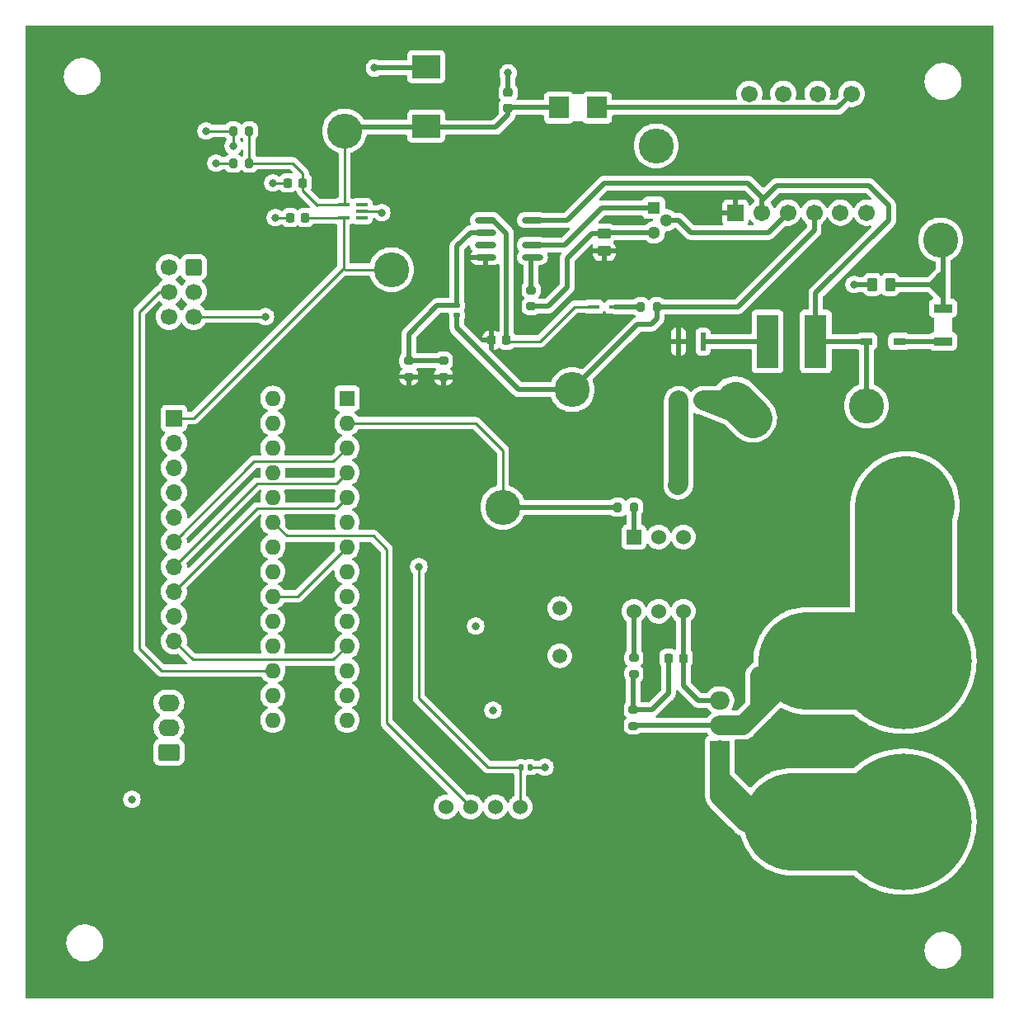
<source format=gtl>
G04 #@! TF.GenerationSoftware,KiCad,Pcbnew,(7.0.0)*
G04 #@! TF.CreationDate,2023-03-29T00:30:15-05:00*
G04 #@! TF.ProjectId,445,3434352e-6b69-4636-9164-5f7063625858,rev?*
G04 #@! TF.SameCoordinates,Original*
G04 #@! TF.FileFunction,Copper,L1,Top*
G04 #@! TF.FilePolarity,Positive*
%FSLAX46Y46*%
G04 Gerber Fmt 4.6, Leading zero omitted, Abs format (unit mm)*
G04 Created by KiCad (PCBNEW (7.0.0)) date 2023-03-29 00:30:15*
%MOMM*%
%LPD*%
G01*
G04 APERTURE LIST*
G04 Aperture macros list*
%AMRoundRect*
0 Rectangle with rounded corners*
0 $1 Rounding radius*
0 $2 $3 $4 $5 $6 $7 $8 $9 X,Y pos of 4 corners*
0 Add a 4 corners polygon primitive as box body*
4,1,4,$2,$3,$4,$5,$6,$7,$8,$9,$2,$3,0*
0 Add four circle primitives for the rounded corners*
1,1,$1+$1,$2,$3*
1,1,$1+$1,$4,$5*
1,1,$1+$1,$6,$7*
1,1,$1+$1,$8,$9*
0 Add four rect primitives between the rounded corners*
20,1,$1+$1,$2,$3,$4,$5,0*
20,1,$1+$1,$4,$5,$6,$7,0*
20,1,$1+$1,$6,$7,$8,$9,0*
20,1,$1+$1,$8,$9,$2,$3,0*%
G04 Aperture macros list end*
G04 #@! TA.AperFunction,SMDPad,CuDef*
%ADD10R,1.200000X0.400000*%
G04 #@! TD*
G04 #@! TA.AperFunction,SMDPad,CuDef*
%ADD11R,0.500000X1.850000*%
G04 #@! TD*
G04 #@! TA.AperFunction,SMDPad,CuDef*
%ADD12RoundRect,0.225000X0.225000X0.250000X-0.225000X0.250000X-0.225000X-0.250000X0.225000X-0.250000X0*%
G04 #@! TD*
G04 #@! TA.AperFunction,SMDPad,CuDef*
%ADD13RoundRect,0.200000X-0.200000X-0.275000X0.200000X-0.275000X0.200000X0.275000X-0.200000X0.275000X0*%
G04 #@! TD*
G04 #@! TA.AperFunction,ComponentPad*
%ADD14C,1.500000*%
G04 #@! TD*
G04 #@! TA.AperFunction,ComponentPad*
%ADD15R,1.701800X1.701800*%
G04 #@! TD*
G04 #@! TA.AperFunction,ComponentPad*
%ADD16C,1.701800*%
G04 #@! TD*
G04 #@! TA.AperFunction,SMDPad,CuDef*
%ADD17O,2.200001X0.599999*%
G04 #@! TD*
G04 #@! TA.AperFunction,SMDPad,CuDef*
%ADD18RoundRect,0.200000X0.275000X-0.200000X0.275000X0.200000X-0.275000X0.200000X-0.275000X-0.200000X0*%
G04 #@! TD*
G04 #@! TA.AperFunction,SMDPad,CuDef*
%ADD19RoundRect,0.250000X0.262500X0.450000X-0.262500X0.450000X-0.262500X-0.450000X0.262500X-0.450000X0*%
G04 #@! TD*
G04 #@! TA.AperFunction,SMDPad,CuDef*
%ADD20RoundRect,0.200000X-0.275000X0.200000X-0.275000X-0.200000X0.275000X-0.200000X0.275000X0.200000X0*%
G04 #@! TD*
G04 #@! TA.AperFunction,SMDPad,CuDef*
%ADD21RoundRect,0.250000X-0.450000X0.262500X-0.450000X-0.262500X0.450000X-0.262500X0.450000X0.262500X0*%
G04 #@! TD*
G04 #@! TA.AperFunction,SMDPad,CuDef*
%ADD22R,1.905000X0.914400*%
G04 #@! TD*
G04 #@! TA.AperFunction,ComponentPad*
%ADD23C,3.600000*%
G04 #@! TD*
G04 #@! TA.AperFunction,SMDPad,CuDef*
%ADD24RoundRect,0.225000X-0.225000X-0.250000X0.225000X-0.250000X0.225000X0.250000X-0.225000X0.250000X0*%
G04 #@! TD*
G04 #@! TA.AperFunction,SMDPad,CuDef*
%ADD25R,1.168400X0.457200*%
G04 #@! TD*
G04 #@! TA.AperFunction,SMDPad,CuDef*
%ADD26RoundRect,0.200000X0.200000X0.275000X-0.200000X0.275000X-0.200000X-0.275000X0.200000X-0.275000X0*%
G04 #@! TD*
G04 #@! TA.AperFunction,ComponentPad*
%ADD27C,9.000000*%
G04 #@! TD*
G04 #@! TA.AperFunction,ConnectorPad*
%ADD28C,14.000000*%
G04 #@! TD*
G04 #@! TA.AperFunction,SMDPad,CuDef*
%ADD29RoundRect,0.225000X0.250000X-0.225000X0.250000X0.225000X-0.250000X0.225000X-0.250000X-0.225000X0*%
G04 #@! TD*
G04 #@! TA.AperFunction,SMDPad,CuDef*
%ADD30RoundRect,0.140000X0.140000X0.170000X-0.140000X0.170000X-0.140000X-0.170000X0.140000X-0.170000X0*%
G04 #@! TD*
G04 #@! TA.AperFunction,ComponentPad*
%ADD31R,2.000000X1.905000*%
G04 #@! TD*
G04 #@! TA.AperFunction,ComponentPad*
%ADD32O,2.000000X1.905000*%
G04 #@! TD*
G04 #@! TA.AperFunction,SMDPad,CuDef*
%ADD33R,2.260600X5.511800*%
G04 #@! TD*
G04 #@! TA.AperFunction,SMDPad,CuDef*
%ADD34RoundRect,0.135000X0.185000X-0.135000X0.185000X0.135000X-0.185000X0.135000X-0.185000X-0.135000X0*%
G04 #@! TD*
G04 #@! TA.AperFunction,ComponentPad*
%ADD35R,1.300000X1.300000*%
G04 #@! TD*
G04 #@! TA.AperFunction,ComponentPad*
%ADD36C,1.300000*%
G04 #@! TD*
G04 #@! TA.AperFunction,SMDPad,CuDef*
%ADD37R,2.057400X2.260600*%
G04 #@! TD*
G04 #@! TA.AperFunction,SMDPad,CuDef*
%ADD38R,2.895600X2.400300*%
G04 #@! TD*
G04 #@! TA.AperFunction,SMDPad,CuDef*
%ADD39R,1.219200X0.762000*%
G04 #@! TD*
G04 #@! TA.AperFunction,ComponentPad*
%ADD40R,1.700000X1.700000*%
G04 #@! TD*
G04 #@! TA.AperFunction,ComponentPad*
%ADD41O,1.700000X1.700000*%
G04 #@! TD*
G04 #@! TA.AperFunction,ComponentPad*
%ADD42R,1.600000X1.600000*%
G04 #@! TD*
G04 #@! TA.AperFunction,ComponentPad*
%ADD43O,1.600000X1.600000*%
G04 #@! TD*
G04 #@! TA.AperFunction,ComponentPad*
%ADD44C,1.530000*%
G04 #@! TD*
G04 #@! TA.AperFunction,ComponentPad*
%ADD45RoundRect,0.250000X0.600000X0.600000X-0.600000X0.600000X-0.600000X-0.600000X0.600000X-0.600000X0*%
G04 #@! TD*
G04 #@! TA.AperFunction,ComponentPad*
%ADD46C,1.700000*%
G04 #@! TD*
G04 #@! TA.AperFunction,ComponentPad*
%ADD47R,1.524000X1.524000*%
G04 #@! TD*
G04 #@! TA.AperFunction,ComponentPad*
%ADD48C,1.524000*%
G04 #@! TD*
G04 #@! TA.AperFunction,ComponentPad*
%ADD49RoundRect,0.250000X0.845000X-0.620000X0.845000X0.620000X-0.845000X0.620000X-0.845000X-0.620000X0*%
G04 #@! TD*
G04 #@! TA.AperFunction,ComponentPad*
%ADD50O,2.190000X1.740000*%
G04 #@! TD*
G04 #@! TA.AperFunction,ViaPad*
%ADD51C,0.800000*%
G04 #@! TD*
G04 #@! TA.AperFunction,Conductor*
%ADD52C,0.508000*%
G04 #@! TD*
G04 #@! TA.AperFunction,Conductor*
%ADD53C,0.254000*%
G04 #@! TD*
G04 #@! TA.AperFunction,Conductor*
%ADD54C,2.000000*%
G04 #@! TD*
G04 #@! TA.AperFunction,Conductor*
%ADD55C,4.000000*%
G04 #@! TD*
G04 #@! TA.AperFunction,Conductor*
%ADD56C,10.000000*%
G04 #@! TD*
G04 APERTURE END LIST*
D10*
X147827999Y-48259999D03*
X147827999Y-47609999D03*
X147827999Y-46959999D03*
X145927999Y-46959999D03*
X145927999Y-48259999D03*
D11*
X182859999Y-60982999D03*
X180359999Y-60982999D03*
X180359999Y-67032999D03*
X182859999Y-67032999D03*
D12*
X162687000Y-60833000D03*
X161137000Y-60833000D03*
D13*
X174118000Y-77978000D03*
X175768000Y-77978000D03*
D14*
X206294000Y-75692000D03*
X180294000Y-75692000D03*
D15*
X186175999Y-47745999D03*
D16*
X188876000Y-47746000D03*
X191576000Y-47746000D03*
X194276000Y-47746000D03*
X196976000Y-47746000D03*
X199676000Y-47746000D03*
X198116000Y-35546000D03*
X194616000Y-35546000D03*
X191116000Y-35546000D03*
X187616000Y-35546000D03*
D17*
X160527999Y-48513999D03*
X160527999Y-49783999D03*
X160527999Y-51053999D03*
X160527999Y-52323999D03*
X165327999Y-52323999D03*
X165327999Y-51053999D03*
X165327999Y-48513999D03*
D18*
X165214000Y-57340000D03*
X165214000Y-55690000D03*
D19*
X202080500Y-55118000D03*
X200255500Y-55118000D03*
D20*
X152654000Y-62929000D03*
X152654000Y-64579000D03*
D21*
X172720000Y-49877500D03*
X172720000Y-51702500D03*
D22*
X207517999Y-60959999D03*
X207517999Y-57556399D03*
D23*
X150876000Y-53594000D03*
D24*
X179311000Y-93472000D03*
X180861000Y-93472000D03*
D25*
X173837599Y-57403999D03*
X171602399Y-57403999D03*
D23*
X169418000Y-65913000D03*
D20*
X156210000Y-62929000D03*
X156210000Y-64579000D03*
D26*
X136270000Y-39370000D03*
X134620000Y-39370000D03*
D20*
X175768000Y-93409000D03*
X175768000Y-95059000D03*
D27*
X203454000Y-110236000D03*
D28*
X203454000Y-110236000D03*
D23*
X199644000Y-67564000D03*
X162306000Y-77978000D03*
D26*
X178117000Y-57404000D03*
X176467000Y-57404000D03*
D29*
X162839400Y-36982700D03*
X162839400Y-35432700D03*
D23*
X178054000Y-40894000D03*
D30*
X165100000Y-104648000D03*
X164140000Y-104648000D03*
D24*
X140449000Y-48260000D03*
X141999000Y-48260000D03*
D31*
X184586999Y-102869999D03*
D32*
X184586999Y-100329999D03*
X184586999Y-97789999D03*
D26*
X136270000Y-42672000D03*
X134620000Y-42672000D03*
D33*
X194436999Y-60959999D03*
X189483999Y-60959999D03*
D34*
X157594000Y-58295000D03*
X157594000Y-57275000D03*
D35*
X177799999Y-47233999D03*
D36*
X179070000Y-48514000D03*
X177800000Y-49774000D03*
D23*
X207264000Y-50546000D03*
X146050000Y-39370000D03*
D20*
X175705000Y-98743000D03*
X175705000Y-100393000D03*
D27*
X203454000Y-93726000D03*
D28*
X203454000Y-93726000D03*
D37*
X171996099Y-36969699D03*
X168059099Y-36969699D03*
D12*
X141758000Y-44704000D03*
X140208000Y-44704000D03*
D38*
X154431999Y-38868349D03*
X154431999Y-32759649D03*
D39*
X202996799Y-60959999D03*
X199643999Y-60959999D03*
D40*
X128523999Y-68833999D03*
D41*
X128523999Y-71373999D03*
X128523999Y-73913999D03*
X128523999Y-76453999D03*
X128523999Y-78993999D03*
X128523999Y-81533999D03*
X128523999Y-84073999D03*
X128523999Y-86613999D03*
X128523999Y-89153999D03*
X128523999Y-91693999D03*
D14*
X168148000Y-93218000D03*
X168148000Y-88338000D03*
D42*
X146303999Y-66801999D03*
D43*
X146303999Y-69341999D03*
X146303999Y-71881999D03*
X146303999Y-74421999D03*
X146303999Y-76961999D03*
X146303999Y-79501999D03*
X146303999Y-82041999D03*
X146303999Y-84581999D03*
X146303999Y-87121999D03*
X146303999Y-89661999D03*
X146303999Y-92201999D03*
X146303999Y-94741999D03*
X146303999Y-97281999D03*
X146303999Y-99821999D03*
X138683999Y-99821999D03*
X138683999Y-97281999D03*
X138683999Y-94741999D03*
X138683999Y-92201999D03*
X138683999Y-89661999D03*
X138683999Y-87121999D03*
X138683999Y-84581999D03*
X138683999Y-82041999D03*
X138683999Y-79501999D03*
X138683999Y-76961999D03*
X138683999Y-74421999D03*
X138683999Y-71881999D03*
X138683999Y-69341999D03*
X138683999Y-66801999D03*
D44*
X164084000Y-108731000D03*
X161544000Y-108731000D03*
X159004000Y-108731000D03*
X156464000Y-108731000D03*
D45*
X130556000Y-53340000D03*
D46*
X128016000Y-53340000D03*
X130556000Y-55880000D03*
X128016000Y-55880000D03*
X130556000Y-58420000D03*
X128016000Y-58420000D03*
D47*
X175767999Y-81025999D03*
D48*
X178308000Y-81026000D03*
X180848000Y-81026000D03*
X180848000Y-88646000D03*
X178308000Y-88646000D03*
X175768000Y-88646000D03*
D49*
X128006000Y-103124000D03*
D50*
X128005999Y-100583999D03*
X128005999Y-98043999D03*
D51*
X199390000Y-41656000D03*
X196596000Y-41656000D03*
X194310000Y-41656000D03*
X191516000Y-41656000D03*
X188722000Y-41656000D03*
X186182000Y-41656000D03*
X186182000Y-39116000D03*
X199390000Y-39116000D03*
X196596000Y-39116000D03*
X194310000Y-39116000D03*
X191516000Y-39116000D03*
X188722000Y-39116000D03*
X158750000Y-64516000D03*
X160642000Y-54229000D03*
X180340000Y-64008000D03*
X182880000Y-64008000D03*
X161150000Y-59309000D03*
X172720000Y-53838000D03*
X178308000Y-60960000D03*
X134620000Y-40894000D03*
X153670000Y-84074000D03*
X131826000Y-39370000D03*
X138938000Y-48260000D03*
X124206000Y-107950000D03*
X132842000Y-42672000D03*
X166624000Y-104648000D03*
X149860000Y-47752000D03*
X161290000Y-98806000D03*
X162839400Y-33413700D03*
X149123400Y-32905700D03*
X138684000Y-44704000D03*
X159512000Y-90170000D03*
X191008000Y-113538000D03*
X191008000Y-106680000D03*
X188214000Y-68072000D03*
X185674000Y-68072000D03*
X195072000Y-106680000D03*
X186436000Y-69088000D03*
X187452000Y-67056000D03*
X186944000Y-68072000D03*
X191008000Y-111252000D03*
X195072000Y-108966000D03*
X188976000Y-69088000D03*
X193040000Y-112268000D03*
X195072000Y-113284000D03*
X193040000Y-109982000D03*
X193040000Y-107696000D03*
X195072000Y-111252000D03*
X191008000Y-108966000D03*
X186182000Y-67056000D03*
X187706000Y-69088000D03*
X205740000Y-87122000D03*
X203454000Y-81788000D03*
X205740000Y-79248000D03*
X201168000Y-87376000D03*
X203454000Y-80010000D03*
X201168000Y-85344000D03*
X203454000Y-83312000D03*
X201168000Y-79248000D03*
X203454000Y-78486000D03*
X205740000Y-85344000D03*
X203454000Y-86614000D03*
X203454000Y-84836000D03*
X205740000Y-81026000D03*
X205740000Y-83312000D03*
X201168000Y-83312000D03*
X201168000Y-81280000D03*
X137922000Y-58420000D03*
X198374000Y-55118000D03*
D52*
X156210000Y-64579000D02*
X152654000Y-64579000D01*
X178331000Y-60983000D02*
X178308000Y-60960000D01*
X160528000Y-52324000D02*
X160528000Y-54115000D01*
X156210000Y-64579000D02*
X158687000Y-64579000D01*
X161137000Y-59322000D02*
X161150000Y-59309000D01*
X161137000Y-60833000D02*
X161137000Y-59322000D01*
X180360000Y-60983000D02*
X178331000Y-60983000D01*
X172720000Y-51702500D02*
X172720000Y-53838000D01*
X160528000Y-54115000D02*
X160642000Y-54229000D01*
X157594000Y-51181000D02*
X157594000Y-57275000D01*
X160528000Y-49784000D02*
X158991000Y-49784000D01*
X156210000Y-62929000D02*
X152654000Y-62929000D01*
X158991000Y-49784000D02*
X157594000Y-51181000D01*
X156464000Y-57277000D02*
X157592000Y-57277000D01*
X155816000Y-57277000D02*
X156464000Y-57277000D01*
X157592000Y-57277000D02*
X157594000Y-57275000D01*
X155575000Y-57277000D02*
X156464000Y-57277000D01*
X152654000Y-60198000D02*
X155575000Y-57277000D01*
X152654000Y-62929000D02*
X152654000Y-60198000D01*
X172720000Y-44704000D02*
X187452000Y-44704000D01*
X199898000Y-44958000D02*
X190400000Y-44958000D01*
X201930000Y-48514000D02*
X201930000Y-46990000D01*
X168910000Y-48514000D02*
X172720000Y-44704000D01*
X199644000Y-60960000D02*
X199644000Y-67564000D01*
X187452000Y-44704000D02*
X188876000Y-46128000D01*
X194437000Y-60960000D02*
X199644000Y-60960000D01*
X201930000Y-46990000D02*
X199898000Y-44958000D01*
X165328000Y-48514000D02*
X168910000Y-48514000D01*
X194437000Y-56007000D02*
X201930000Y-48514000D01*
X188876000Y-46482000D02*
X188876000Y-47746000D01*
X194437000Y-60960000D02*
X194437000Y-56007000D01*
X190400000Y-44958000D02*
X188876000Y-46482000D01*
X188876000Y-46128000D02*
X188876000Y-46482000D01*
X189461000Y-60983000D02*
X189484000Y-60960000D01*
X182860000Y-60983000D02*
X189461000Y-60983000D01*
D53*
X134620000Y-39370000D02*
X134620000Y-40894000D01*
X138684000Y-87122000D02*
X141224000Y-87122000D01*
X134620000Y-39370000D02*
X131826000Y-39370000D01*
X164140000Y-104648000D02*
X160782000Y-104648000D01*
X141224000Y-87122000D02*
X146304000Y-82042000D01*
X164084000Y-104704000D02*
X164140000Y-104648000D01*
X153670000Y-97536000D02*
X153670000Y-84074000D01*
X160782000Y-104648000D02*
X153670000Y-97536000D01*
X164084000Y-108731000D02*
X164084000Y-104704000D01*
X134620000Y-42672000D02*
X132842000Y-42672000D01*
X140208000Y-44704000D02*
X138684000Y-44704000D01*
X147828000Y-47610000D02*
X149718000Y-47610000D01*
X149718000Y-47610000D02*
X149860000Y-47752000D01*
D52*
X162839400Y-35432700D02*
X162839400Y-33413700D01*
X149129750Y-32899350D02*
X149123400Y-32905700D01*
X153695400Y-32899350D02*
X149129750Y-32899350D01*
D53*
X165100000Y-104648000D02*
X166624000Y-104648000D01*
X140449000Y-48260000D02*
X138938000Y-48260000D01*
X141999000Y-48260000D02*
X145928000Y-48260000D01*
X130556000Y-68834000D02*
X128524000Y-68834000D01*
X145928000Y-48514000D02*
X145928000Y-48900000D01*
X141999000Y-48260000D02*
X141732000Y-48527000D01*
X146060000Y-53594000D02*
X145928000Y-53462000D01*
X145928000Y-48260000D02*
X145928000Y-53462000D01*
X145928000Y-48260000D02*
X145928000Y-48514000D01*
X145928000Y-53462000D02*
X130556000Y-68834000D01*
X150876000Y-53594000D02*
X146060000Y-53594000D01*
D52*
X179311000Y-97041000D02*
X179070000Y-97282000D01*
X177609000Y-98743000D02*
X179070000Y-97282000D01*
X179070000Y-97282000D02*
X179324000Y-97028000D01*
X175705000Y-98743000D02*
X177609000Y-98743000D01*
X175705000Y-95122000D02*
X175768000Y-95059000D01*
X179311000Y-93472000D02*
X179311000Y-97041000D01*
X175705000Y-98743000D02*
X175705000Y-95122000D01*
D54*
X180360000Y-75626000D02*
X180294000Y-75692000D01*
X180360000Y-67033000D02*
X180360000Y-75626000D01*
X184587000Y-105918000D02*
X184729000Y-105918000D01*
X182860000Y-67033000D02*
X185674000Y-68072000D01*
X184587000Y-107625000D02*
X186690000Y-109728000D01*
X191008000Y-110236000D02*
X191516000Y-110744000D01*
X184587000Y-102870000D02*
X184587000Y-105918000D01*
X184587000Y-107625000D02*
X186436000Y-107625000D01*
X186159000Y-67033000D02*
X186182000Y-67056000D01*
X184587000Y-105918000D02*
X184587000Y-107625000D01*
X192024000Y-110236000D02*
X189047000Y-110236000D01*
D55*
X186182000Y-67056000D02*
X187960000Y-68834000D01*
D54*
X189047000Y-110236000D02*
X186436000Y-107625000D01*
X186690000Y-109728000D02*
X187198000Y-110236000D01*
X182860000Y-67033000D02*
X186159000Y-67033000D01*
X187198000Y-110236000D02*
X191008000Y-110236000D01*
X185674000Y-68072000D02*
X185905000Y-67033000D01*
D56*
X203454000Y-110236000D02*
X192024000Y-110236000D01*
D54*
X184729000Y-105918000D02*
X186436000Y-107625000D01*
D52*
X202996800Y-60960000D02*
X207518000Y-60960000D01*
X207137000Y-54229000D02*
X207518000Y-53848000D01*
X206502000Y-54864000D02*
X207010000Y-54864000D01*
X207518000Y-57556400D02*
X207518000Y-56388000D01*
X207518000Y-57556400D02*
X207518000Y-53848000D01*
X207264000Y-55626000D02*
X207264000Y-55118000D01*
X206756000Y-55118000D02*
X207264000Y-55626000D01*
X207010000Y-54864000D02*
X207010000Y-54356000D01*
X206502000Y-54864000D02*
X207137000Y-54229000D01*
X206248000Y-55118000D02*
X202080500Y-55118000D01*
X207010000Y-54864000D02*
X206756000Y-55118000D01*
X207010000Y-54356000D02*
X207137000Y-54229000D01*
X206248000Y-55118000D02*
X206502000Y-54864000D01*
X207518000Y-50800000D02*
X207264000Y-50546000D01*
X207518000Y-56388000D02*
X206248000Y-55118000D01*
X207518000Y-53848000D02*
X207518000Y-50800000D01*
X175705000Y-100393000D02*
X175768000Y-100330000D01*
D55*
X206294000Y-90886000D02*
X203454000Y-93726000D01*
D56*
X203454000Y-93726000D02*
X193548000Y-93726000D01*
X203454000Y-93726000D02*
X203454000Y-86614000D01*
D54*
X188214000Y-99060000D02*
X193548000Y-93726000D01*
D56*
X203454000Y-77978000D02*
X203708000Y-77724000D01*
X203454000Y-83312000D02*
X203454000Y-80010000D01*
D54*
X184587000Y-100330000D02*
X186944000Y-100330000D01*
D56*
X203454000Y-80010000D02*
X203454000Y-77978000D01*
X203454000Y-86614000D02*
X203454000Y-83312000D01*
D54*
X186944000Y-100330000D02*
X188214000Y-99060000D01*
D52*
X175768000Y-100330000D02*
X184587000Y-100330000D01*
D54*
X188214000Y-99060000D02*
X188722000Y-98552000D01*
X188722000Y-98552000D02*
X188722000Y-95250000D01*
D53*
X124968000Y-57912000D02*
X127000000Y-55880000D01*
X124968000Y-92456000D02*
X124968000Y-57912000D01*
X138684000Y-94742000D02*
X127254000Y-94742000D01*
X127254000Y-94742000D02*
X124968000Y-92456000D01*
X127000000Y-55880000D02*
X128016000Y-55880000D01*
X137922000Y-58420000D02*
X130556000Y-58420000D01*
D52*
X177673000Y-47107000D02*
X177800000Y-47234000D01*
X165328000Y-51054000D02*
X168656000Y-51054000D01*
X168656000Y-51054000D02*
X172476000Y-47234000D01*
X172476000Y-47234000D02*
X177800000Y-47234000D01*
X189538000Y-49784000D02*
X181610000Y-49784000D01*
X191576000Y-47746000D02*
X189538000Y-49784000D01*
X200255500Y-55118000D02*
X198374000Y-55118000D01*
X181610000Y-49784000D02*
X180340000Y-48514000D01*
X180340000Y-48514000D02*
X179070000Y-48514000D01*
X166942000Y-57340000D02*
X168910000Y-55372000D01*
X172823500Y-49774000D02*
X177800000Y-49774000D01*
X168910000Y-55372000D02*
X168910000Y-52417500D01*
X168910000Y-52417500D02*
X171450000Y-49877500D01*
X172720000Y-49877500D02*
X171450000Y-49877500D01*
X172720000Y-49877500D02*
X172823500Y-49774000D01*
X165214000Y-57340000D02*
X166942000Y-57340000D01*
X180848000Y-88646000D02*
X180848000Y-96266000D01*
X182372000Y-97790000D02*
X184587000Y-97790000D01*
X180848000Y-96266000D02*
X182372000Y-97790000D01*
X194276000Y-49564000D02*
X194276000Y-49496000D01*
X163938416Y-65913000D02*
X169418000Y-65913000D01*
X169418000Y-65913000D02*
X176149000Y-59182000D01*
X194276000Y-49496000D02*
X194276000Y-47746000D01*
X157594000Y-58295000D02*
X157594000Y-59568584D01*
X178117000Y-57404000D02*
X186436000Y-57404000D01*
X186436000Y-57404000D02*
X194276000Y-49564000D01*
X177546000Y-59182000D02*
X178117000Y-58611000D01*
X157594000Y-59568584D02*
X163938416Y-65913000D01*
X176149000Y-59182000D02*
X177546000Y-59182000D01*
X178117000Y-58611000D02*
X178117000Y-57404000D01*
X165214000Y-55690000D02*
X165214000Y-52438000D01*
X165214000Y-52438000D02*
X165328000Y-52324000D01*
D53*
X159512000Y-69342000D02*
X146304000Y-69342000D01*
X162306000Y-77978000D02*
X162306000Y-72136000D01*
X162306000Y-72136000D02*
X159512000Y-69342000D01*
D52*
X174118000Y-77978000D02*
X162306000Y-77978000D01*
X175768000Y-77978000D02*
X175768000Y-81026000D01*
X175768000Y-93409000D02*
X175768000Y-88646000D01*
D53*
X159004000Y-108731000D02*
X150368000Y-100095000D01*
X150368000Y-82296000D02*
X148987000Y-80915000D01*
X150368000Y-100095000D02*
X150368000Y-82296000D01*
X140097000Y-80915000D02*
X138684000Y-79502000D01*
X148987000Y-80915000D02*
X140097000Y-80915000D01*
D52*
X145821400Y-39001700D02*
X153689050Y-39001700D01*
D53*
X146050000Y-39370000D02*
X146050000Y-46838000D01*
X141758000Y-45492000D02*
X143256000Y-46990000D01*
X141758000Y-44704000D02*
X141758000Y-43714000D01*
X136270000Y-42672000D02*
X136270000Y-39370000D01*
D52*
X161563050Y-39008050D02*
X162839400Y-37731700D01*
D53*
X146050000Y-46838000D02*
X145928000Y-46960000D01*
D52*
X162839400Y-37731700D02*
X162839400Y-36982700D01*
D53*
X141758000Y-43714000D02*
X140716000Y-42672000D01*
D52*
X153695400Y-39008050D02*
X161563050Y-39008050D01*
D53*
X143256000Y-46990000D02*
X143286000Y-46960000D01*
D52*
X162852400Y-36969700D02*
X162839400Y-36982700D01*
X153689050Y-39001700D02*
X153695400Y-39008050D01*
X168059100Y-36969700D02*
X162852400Y-36969700D01*
D53*
X143286000Y-46960000D02*
X145928000Y-46960000D01*
X140716000Y-42672000D02*
X136270000Y-42672000D01*
X141758000Y-44704000D02*
X141758000Y-45492000D01*
D52*
X171996100Y-36969700D02*
X196692300Y-36969700D01*
X196692300Y-36969700D02*
X198116000Y-35546000D01*
D53*
X171602400Y-57404000D02*
X169672000Y-57404000D01*
D52*
X162687000Y-49872999D02*
X161328001Y-48514000D01*
X161328001Y-48514000D02*
X160528000Y-48514000D01*
D53*
X166116000Y-60960000D02*
X162814000Y-60960000D01*
X162814000Y-60960000D02*
X162687000Y-60833000D01*
D52*
X162687000Y-60833000D02*
X162687000Y-49872999D01*
D53*
X169672000Y-57404000D02*
X166116000Y-60960000D01*
D52*
X173837600Y-57404000D02*
X176467000Y-57404000D01*
D53*
X144891000Y-73295000D02*
X146304000Y-71882000D01*
X136763000Y-73295000D02*
X144891000Y-73295000D01*
X128524000Y-81534000D02*
X136763000Y-73295000D01*
X145177000Y-75549000D02*
X146304000Y-74422000D01*
X137049000Y-75549000D02*
X145177000Y-75549000D01*
X128524000Y-84074000D02*
X137049000Y-75549000D01*
X137049000Y-78089000D02*
X145177000Y-78089000D01*
X145177000Y-78089000D02*
X146304000Y-76962000D01*
X128524000Y-86614000D02*
X137049000Y-78089000D01*
X144891000Y-93615000D02*
X146304000Y-92202000D01*
X130445000Y-93615000D02*
X144891000Y-93615000D01*
X128524000Y-91694000D02*
X130445000Y-93615000D01*
G04 #@! TA.AperFunction,Conductor*
G36*
X158855387Y-51085909D02*
G01*
X158911380Y-51125638D01*
X158937653Y-51189067D01*
X158941851Y-51226331D01*
X158941852Y-51226338D01*
X158942632Y-51233255D01*
X159002211Y-51403521D01*
X159040247Y-51464055D01*
X159091036Y-51544886D01*
X159098184Y-51556261D01*
X159103112Y-51561189D01*
X159143595Y-51601672D01*
X159175689Y-51657259D01*
X159175689Y-51721446D01*
X159143596Y-51777033D01*
X159103506Y-51817123D01*
X159094869Y-51827953D01*
X159006366Y-51968805D01*
X159000365Y-51981264D01*
X158972822Y-52059981D01*
X158971706Y-52071311D01*
X158982770Y-52074000D01*
X160654000Y-52074000D01*
X160716000Y-52090613D01*
X160761387Y-52136000D01*
X160778000Y-52198000D01*
X160778000Y-53107673D01*
X160781450Y-53120548D01*
X160794326Y-53123999D01*
X161369443Y-53123999D01*
X161376391Y-53123608D01*
X161500220Y-53109656D01*
X161513718Y-53106575D01*
X161670735Y-53051633D01*
X161683196Y-53045632D01*
X161742528Y-53008352D01*
X161805022Y-52989395D01*
X161868481Y-53004818D01*
X161915303Y-53050345D01*
X161932500Y-53113346D01*
X161932500Y-59860892D01*
X161915433Y-59923671D01*
X161868932Y-59969169D01*
X161805795Y-59984862D01*
X161743403Y-59966431D01*
X161676627Y-59925243D01*
X161663625Y-59919180D01*
X161516030Y-59870272D01*
X161502874Y-59867456D01*
X161413444Y-59858319D01*
X161407168Y-59858000D01*
X161403326Y-59858000D01*
X161390450Y-59861450D01*
X161387000Y-59874326D01*
X161387000Y-61791673D01*
X161390450Y-61804548D01*
X161403326Y-61807999D01*
X161407165Y-61807999D01*
X161413447Y-61807678D01*
X161502867Y-61798544D01*
X161516036Y-61795725D01*
X161663625Y-61746819D01*
X161676633Y-61740753D01*
X161808584Y-61659364D01*
X161819831Y-61650472D01*
X161823955Y-61646348D01*
X161879544Y-61614248D01*
X161943735Y-61614244D01*
X161999327Y-61646339D01*
X162008956Y-61655968D01*
X162153303Y-61745003D01*
X162314292Y-61798349D01*
X162413655Y-61808500D01*
X162960344Y-61808499D01*
X163059708Y-61798349D01*
X163220697Y-61745003D01*
X163365044Y-61655968D01*
X163397193Y-61623818D01*
X163437421Y-61596939D01*
X163484874Y-61587500D01*
X166037955Y-61587500D01*
X166049066Y-61588023D01*
X166056477Y-61589680D01*
X166123918Y-61587561D01*
X166127813Y-61587500D01*
X166151574Y-61587500D01*
X166155476Y-61587500D01*
X166159482Y-61586993D01*
X166171113Y-61586077D01*
X166214943Y-61584701D01*
X166234277Y-61579083D01*
X166253332Y-61575137D01*
X166254267Y-61575019D01*
X166273293Y-61572616D01*
X166304183Y-61560385D01*
X166314042Y-61556482D01*
X166325092Y-61552698D01*
X166367191Y-61540468D01*
X166384515Y-61530221D01*
X166401989Y-61521661D01*
X166420703Y-61514253D01*
X166456177Y-61488478D01*
X166465915Y-61482081D01*
X166503656Y-61459763D01*
X166517891Y-61445527D01*
X166532678Y-61432897D01*
X166548967Y-61421063D01*
X166576913Y-61387279D01*
X166584756Y-61378661D01*
X169895599Y-58067819D01*
X169935828Y-58040939D01*
X169983281Y-58031500D01*
X170674625Y-58031500D01*
X170713784Y-58037846D01*
X170748932Y-58056231D01*
X170775869Y-58076396D01*
X170910717Y-58126691D01*
X170970327Y-58133100D01*
X172234472Y-58133099D01*
X172294083Y-58126691D01*
X172428931Y-58076396D01*
X172544146Y-57990146D01*
X172620733Y-57887838D01*
X172664496Y-57851266D01*
X172720000Y-57838150D01*
X172775504Y-57851266D01*
X172819266Y-57887838D01*
X172828296Y-57899900D01*
X172880832Y-57970080D01*
X172895854Y-57990146D01*
X173011069Y-58076396D01*
X173145917Y-58126691D01*
X173205527Y-58133100D01*
X173627748Y-58133099D01*
X173656345Y-58136442D01*
X173684690Y-58143160D01*
X173749412Y-58158500D01*
X175704481Y-58158500D01*
X175751934Y-58167939D01*
X175792162Y-58194818D01*
X175831815Y-58234472D01*
X175853563Y-58247619D01*
X175877009Y-58261793D01*
X175924102Y-58313128D01*
X175936084Y-58381754D01*
X175909173Y-58446009D01*
X175851864Y-58485615D01*
X175834818Y-58491263D01*
X175834805Y-58491269D01*
X175827964Y-58493536D01*
X175821828Y-58497320D01*
X175818552Y-58498848D01*
X175818311Y-58498947D01*
X175818087Y-58499073D01*
X175814851Y-58500697D01*
X175808076Y-58503164D01*
X175802054Y-58507124D01*
X175802047Y-58507128D01*
X175745067Y-58544604D01*
X175742029Y-58546539D01*
X175683994Y-58582336D01*
X175683983Y-58582343D01*
X175677846Y-58586130D01*
X175672744Y-58591230D01*
X175669905Y-58593476D01*
X175669698Y-58593625D01*
X175669513Y-58593795D01*
X175666740Y-58596121D01*
X175660715Y-58600085D01*
X175655765Y-58605331D01*
X175655762Y-58605334D01*
X175608945Y-58654956D01*
X175606433Y-58657541D01*
X170484081Y-63779893D01*
X170441342Y-63807781D01*
X170390991Y-63816094D01*
X170341556Y-63803424D01*
X170303894Y-63784851D01*
X170303893Y-63784850D01*
X170300252Y-63783055D01*
X170233689Y-63760460D01*
X170167493Y-63737989D01*
X170014691Y-63686120D01*
X170010714Y-63685329D01*
X170010707Y-63685327D01*
X169722899Y-63628078D01*
X169722891Y-63628077D01*
X169718920Y-63627287D01*
X169418000Y-63607564D01*
X169413957Y-63607829D01*
X169121122Y-63627022D01*
X169121120Y-63627022D01*
X169117080Y-63627287D01*
X169113110Y-63628076D01*
X169113100Y-63628078D01*
X168825292Y-63685327D01*
X168825281Y-63685329D01*
X168821309Y-63686120D01*
X168817466Y-63687424D01*
X168817464Y-63687425D01*
X168539594Y-63781749D01*
X168539587Y-63781751D01*
X168535748Y-63783055D01*
X168532111Y-63784848D01*
X168532105Y-63784851D01*
X168268922Y-63914638D01*
X168268910Y-63914644D01*
X168265282Y-63916434D01*
X168261919Y-63918681D01*
X168261907Y-63918688D01*
X168017920Y-64081715D01*
X168017911Y-64081721D01*
X168014539Y-64083975D01*
X168011488Y-64086650D01*
X168011481Y-64086656D01*
X167790859Y-64280137D01*
X167790851Y-64280144D01*
X167787811Y-64282811D01*
X167785144Y-64285851D01*
X167785137Y-64285859D01*
X167591656Y-64506481D01*
X167591650Y-64506488D01*
X167588975Y-64509539D01*
X167586721Y-64512911D01*
X167586715Y-64512920D01*
X167423688Y-64756907D01*
X167423681Y-64756919D01*
X167421434Y-64760282D01*
X167419644Y-64763910D01*
X167419638Y-64763922D01*
X167289851Y-65027105D01*
X167289851Y-65027106D01*
X167288055Y-65030748D01*
X167286751Y-65034587D01*
X167286749Y-65034594D01*
X167273251Y-65074359D01*
X167247254Y-65118273D01*
X167205773Y-65147999D01*
X167155832Y-65158500D01*
X164302302Y-65158500D01*
X164254849Y-65149061D01*
X164214621Y-65122181D01*
X160923319Y-61830879D01*
X160896439Y-61790651D01*
X160887000Y-61743198D01*
X160887000Y-61099326D01*
X160883549Y-61086450D01*
X160870674Y-61083000D01*
X160226802Y-61083000D01*
X160179349Y-61073561D01*
X160139121Y-61046681D01*
X159659114Y-60566674D01*
X160187000Y-60566674D01*
X160190450Y-60579549D01*
X160203326Y-60583000D01*
X160870674Y-60583000D01*
X160883549Y-60579549D01*
X160887000Y-60566674D01*
X160887000Y-59874327D01*
X160883549Y-59861451D01*
X160870674Y-59858001D01*
X160866835Y-59858001D01*
X160860552Y-59858321D01*
X160771132Y-59867455D01*
X160757963Y-59870274D01*
X160610374Y-59919180D01*
X160597366Y-59925246D01*
X160465419Y-60006632D01*
X160454157Y-60015537D01*
X160344537Y-60125157D01*
X160335632Y-60136419D01*
X160254246Y-60268366D01*
X160248180Y-60281374D01*
X160199272Y-60428969D01*
X160196456Y-60442125D01*
X160187319Y-60531555D01*
X160187000Y-60537832D01*
X160187000Y-60566674D01*
X159659114Y-60566674D01*
X158384819Y-59292379D01*
X158357939Y-59252151D01*
X158348500Y-59204698D01*
X158348500Y-58749377D01*
X158362195Y-58699308D01*
X158359798Y-58698271D01*
X158362895Y-58691110D01*
X158366869Y-58684393D01*
X158411665Y-58530204D01*
X158414500Y-58494181D01*
X158414499Y-58095820D01*
X158411665Y-58059796D01*
X158366869Y-57905607D01*
X158332871Y-57848120D01*
X158315604Y-57785000D01*
X158332872Y-57721878D01*
X158353507Y-57686987D01*
X158366869Y-57664393D01*
X158411665Y-57510204D01*
X158414500Y-57474181D01*
X158414499Y-57075820D01*
X158411665Y-57039796D01*
X158366869Y-56885607D01*
X158362896Y-56878889D01*
X158359798Y-56871729D01*
X158362195Y-56870691D01*
X158348500Y-56820623D01*
X158348500Y-52576688D01*
X158971706Y-52576688D01*
X158972822Y-52588018D01*
X159000365Y-52666735D01*
X159006366Y-52679194D01*
X159094869Y-52820046D01*
X159103505Y-52830875D01*
X159221123Y-52948493D01*
X159231952Y-52957129D01*
X159372804Y-53045632D01*
X159385264Y-53051633D01*
X159542281Y-53106575D01*
X159555779Y-53109656D01*
X159679608Y-53123608D01*
X159686557Y-53123999D01*
X160261674Y-53123999D01*
X160274549Y-53120548D01*
X160278000Y-53107673D01*
X160278000Y-52590326D01*
X160274549Y-52577450D01*
X160261674Y-52574000D01*
X158982770Y-52574000D01*
X158971706Y-52576688D01*
X158348500Y-52576688D01*
X158348500Y-51544886D01*
X158357939Y-51497433D01*
X158384819Y-51457205D01*
X158455136Y-51386888D01*
X158726755Y-51115268D01*
X158786840Y-51082060D01*
X158855387Y-51085909D01*
G37*
G04 #@! TD.AperFunction*
G04 #@! TA.AperFunction,Conductor*
G36*
X187135567Y-45467939D02*
G01*
X187175795Y-45494819D01*
X188085094Y-46404118D01*
X188111267Y-46442675D01*
X188121359Y-46488168D01*
X188121447Y-46491183D01*
X188121500Y-46494770D01*
X188121500Y-46560134D01*
X188108901Y-46614594D01*
X188073663Y-46657987D01*
X187961626Y-46745189D01*
X187961620Y-46745193D01*
X187957585Y-46748335D01*
X187954123Y-46752094D01*
X187954116Y-46752102D01*
X187809369Y-46909338D01*
X187809360Y-46909348D01*
X187805900Y-46913108D01*
X187803104Y-46917387D01*
X187803092Y-46917403D01*
X187754708Y-46991461D01*
X187708106Y-47033655D01*
X187646800Y-47047571D01*
X187586548Y-47029633D01*
X187542836Y-46984451D01*
X187526900Y-46923639D01*
X187526900Y-46850582D01*
X187526546Y-46843985D01*
X187521326Y-46795432D01*
X187517788Y-46780458D01*
X187473352Y-46661322D01*
X187464937Y-46645910D01*
X187389401Y-46545007D01*
X187376992Y-46532598D01*
X187276089Y-46457062D01*
X187260677Y-46448647D01*
X187141541Y-46404211D01*
X187126567Y-46400673D01*
X187078014Y-46395453D01*
X187071418Y-46395100D01*
X186442326Y-46395100D01*
X186429450Y-46398550D01*
X186426000Y-46411426D01*
X186426000Y-47872000D01*
X186409387Y-47934000D01*
X186364000Y-47979387D01*
X186302000Y-47996000D01*
X184841426Y-47996000D01*
X184828550Y-47999450D01*
X184825100Y-48012326D01*
X184825100Y-48641418D01*
X184825453Y-48648014D01*
X184830673Y-48696567D01*
X184834211Y-48711541D01*
X184878649Y-48830683D01*
X184887053Y-48846074D01*
X184902201Y-48907714D01*
X184884863Y-48968774D01*
X184839581Y-49013254D01*
X184778221Y-49029500D01*
X181973886Y-49029500D01*
X181926433Y-49020061D01*
X181886205Y-48993181D01*
X180918766Y-48025742D01*
X180906983Y-48012108D01*
X180896853Y-47998501D01*
X180892539Y-47992706D01*
X180854364Y-47960673D01*
X180846389Y-47953365D01*
X180844993Y-47951969D01*
X180844992Y-47951968D01*
X180842441Y-47949417D01*
X180839613Y-47947181D01*
X180839603Y-47947172D01*
X180817988Y-47930081D01*
X180815191Y-47927803D01*
X180762959Y-47883975D01*
X180757427Y-47879333D01*
X180750976Y-47876093D01*
X180747952Y-47874104D01*
X180747748Y-47873957D01*
X180747503Y-47873820D01*
X180744457Y-47871941D01*
X180738791Y-47867461D01*
X180670439Y-47835587D01*
X180667197Y-47834018D01*
X180606260Y-47803415D01*
X180606261Y-47803415D01*
X180599811Y-47800176D01*
X180592790Y-47798511D01*
X180589401Y-47797278D01*
X180589153Y-47797175D01*
X180588912Y-47797107D01*
X180585474Y-47795967D01*
X180578940Y-47792921D01*
X180571881Y-47791463D01*
X180571874Y-47791461D01*
X180505087Y-47777671D01*
X180501567Y-47776891D01*
X180435215Y-47761165D01*
X180435211Y-47761164D01*
X180428188Y-47759500D01*
X180420965Y-47759500D01*
X180417396Y-47759083D01*
X180417127Y-47759039D01*
X180416861Y-47759028D01*
X180413279Y-47758714D01*
X180406206Y-47757254D01*
X180398988Y-47757464D01*
X180330805Y-47759448D01*
X180327198Y-47759500D01*
X179998135Y-47759500D01*
X179953341Y-47751126D01*
X179914596Y-47727137D01*
X179770531Y-47595803D01*
X179770529Y-47595801D01*
X179766302Y-47591948D01*
X179761438Y-47588936D01*
X179761435Y-47588934D01*
X179589890Y-47482718D01*
X179589889Y-47482717D01*
X179585019Y-47479702D01*
X179584947Y-47479674D01*
X184825100Y-47479674D01*
X184828550Y-47492549D01*
X184841426Y-47496000D01*
X185909674Y-47496000D01*
X185922549Y-47492549D01*
X185926000Y-47479674D01*
X185926000Y-46411426D01*
X185922549Y-46398550D01*
X185909674Y-46395100D01*
X185280582Y-46395100D01*
X185273985Y-46395453D01*
X185225432Y-46400673D01*
X185210458Y-46404211D01*
X185091322Y-46448647D01*
X185075910Y-46457062D01*
X184975007Y-46532598D01*
X184962598Y-46545007D01*
X184887062Y-46645910D01*
X184878647Y-46661322D01*
X184834211Y-46780458D01*
X184830673Y-46795432D01*
X184825453Y-46843985D01*
X184825100Y-46850582D01*
X184825100Y-47479674D01*
X179584947Y-47479674D01*
X179579681Y-47477634D01*
X179579677Y-47477632D01*
X179391545Y-47404750D01*
X179391540Y-47404748D01*
X179386198Y-47402679D01*
X179380560Y-47401625D01*
X179182239Y-47364552D01*
X179182236Y-47364551D01*
X179176610Y-47363500D01*
X179074499Y-47363500D01*
X179012499Y-47346887D01*
X178967112Y-47301500D01*
X178950499Y-47239500D01*
X178950499Y-46539439D01*
X178950499Y-46536128D01*
X178944091Y-46476517D01*
X178893796Y-46341669D01*
X178807546Y-46226454D01*
X178794862Y-46216959D01*
X178699431Y-46145519D01*
X178699430Y-46145518D01*
X178692331Y-46140204D01*
X178557483Y-46089909D01*
X178549770Y-46089079D01*
X178549767Y-46089079D01*
X178501180Y-46083855D01*
X178501169Y-46083854D01*
X178497873Y-46083500D01*
X178494550Y-46083500D01*
X177105439Y-46083500D01*
X177105420Y-46083500D01*
X177102128Y-46083501D01*
X177098850Y-46083853D01*
X177098838Y-46083854D01*
X177050231Y-46089079D01*
X177050225Y-46089080D01*
X177042517Y-46089909D01*
X177035252Y-46092618D01*
X177035246Y-46092620D01*
X176915980Y-46137104D01*
X176915978Y-46137104D01*
X176907669Y-46140204D01*
X176900572Y-46145516D01*
X176900568Y-46145519D01*
X176799550Y-46221141D01*
X176799546Y-46221144D01*
X176792454Y-46226454D01*
X176787144Y-46233546D01*
X176787141Y-46233550D01*
X176711519Y-46334568D01*
X176711516Y-46334572D01*
X176706204Y-46341669D01*
X176703104Y-46349978D01*
X176703104Y-46349980D01*
X176684883Y-46398833D01*
X176658444Y-46441070D01*
X176617514Y-46469488D01*
X176568701Y-46479500D01*
X172540001Y-46479500D01*
X172522029Y-46478191D01*
X172505242Y-46475732D01*
X172505241Y-46475731D01*
X172498094Y-46474685D01*
X172490901Y-46475314D01*
X172490895Y-46475314D01*
X172448452Y-46479028D01*
X172437645Y-46479500D01*
X172432059Y-46479500D01*
X172428484Y-46479917D01*
X172428479Y-46479918D01*
X172401112Y-46483116D01*
X172397530Y-46483482D01*
X172329581Y-46489427D01*
X172329575Y-46489428D01*
X172322388Y-46490057D01*
X172319814Y-46490909D01*
X172259172Y-46487730D01*
X172206117Y-46454145D01*
X172176317Y-46398876D01*
X172177413Y-46336093D01*
X172209123Y-46281899D01*
X172996204Y-45494819D01*
X173036433Y-45467939D01*
X173083886Y-45458500D01*
X187088114Y-45458500D01*
X187135567Y-45467939D01*
G37*
G04 #@! TD.AperFunction*
G04 #@! TA.AperFunction,Conductor*
G36*
X212619500Y-28539113D02*
G01*
X212664887Y-28584500D01*
X212681500Y-28646500D01*
X212681500Y-128245500D01*
X212664887Y-128307500D01*
X212619500Y-128352887D01*
X212557500Y-128369500D01*
X113406500Y-128369500D01*
X113344500Y-128352887D01*
X113299113Y-128307500D01*
X113282500Y-128245500D01*
X113282500Y-122751596D01*
X117475687Y-122751596D01*
X117476181Y-122756093D01*
X117476182Y-122756098D01*
X117498839Y-122962014D01*
X117506114Y-123028124D01*
X117507259Y-123032504D01*
X117507261Y-123032514D01*
X117525529Y-123102388D01*
X117576480Y-123297276D01*
X117578245Y-123301430D01*
X117578248Y-123301438D01*
X117683512Y-123549145D01*
X117685284Y-123553314D01*
X117830208Y-123790781D01*
X117833106Y-123794264D01*
X117833108Y-123794266D01*
X117918819Y-123897259D01*
X118008163Y-124004617D01*
X118011538Y-124007641D01*
X118011539Y-124007642D01*
X118119073Y-124103993D01*
X118215357Y-124190263D01*
X118447373Y-124343763D01*
X118699267Y-124461846D01*
X118965669Y-124541995D01*
X119240901Y-124582500D01*
X119447201Y-124582500D01*
X119449463Y-124582500D01*
X119657455Y-124567277D01*
X119928997Y-124506788D01*
X120188838Y-124407408D01*
X120431440Y-124271253D01*
X120651632Y-124101226D01*
X120844722Y-123900951D01*
X121006593Y-123674696D01*
X121089420Y-123513596D01*
X205613687Y-123513596D01*
X205614181Y-123518093D01*
X205614182Y-123518098D01*
X205628961Y-123652416D01*
X205644114Y-123790124D01*
X205645259Y-123794504D01*
X205645261Y-123794514D01*
X205700190Y-124004617D01*
X205714480Y-124059276D01*
X205716245Y-124063430D01*
X205716248Y-124063438D01*
X205771441Y-124193318D01*
X205823284Y-124315314D01*
X205825641Y-124319176D01*
X205911537Y-124459923D01*
X205968208Y-124552781D01*
X205971106Y-124556264D01*
X205971108Y-124556266D01*
X205980547Y-124567608D01*
X206146163Y-124766617D01*
X206149538Y-124769641D01*
X206149539Y-124769642D01*
X206257073Y-124865993D01*
X206353357Y-124952263D01*
X206585373Y-125105763D01*
X206837267Y-125223846D01*
X207103669Y-125303995D01*
X207378901Y-125344500D01*
X207585201Y-125344500D01*
X207587463Y-125344500D01*
X207795455Y-125329277D01*
X208066997Y-125268788D01*
X208326838Y-125169408D01*
X208569440Y-125033253D01*
X208789632Y-124863226D01*
X208982722Y-124662951D01*
X209144593Y-124436696D01*
X209271797Y-124189283D01*
X209361621Y-123925986D01*
X209412152Y-123652416D01*
X209422313Y-123374404D01*
X209391886Y-123097876D01*
X209321520Y-122828724D01*
X209212716Y-122572686D01*
X209067792Y-122335219D01*
X208889837Y-122121383D01*
X208824188Y-122062561D01*
X208686023Y-121938765D01*
X208686019Y-121938761D01*
X208682643Y-121935737D01*
X208450627Y-121782237D01*
X208446533Y-121780317D01*
X208446528Y-121780315D01*
X208202834Y-121666076D01*
X208202828Y-121666073D01*
X208198733Y-121664154D01*
X208194394Y-121662848D01*
X208194390Y-121662847D01*
X207936677Y-121585312D01*
X207936670Y-121585310D01*
X207932331Y-121584005D01*
X207927852Y-121583345D01*
X207927844Y-121583344D01*
X207661573Y-121544158D01*
X207661567Y-121544157D01*
X207657099Y-121543500D01*
X207448537Y-121543500D01*
X207446288Y-121543664D01*
X207446277Y-121543665D01*
X207245075Y-121558391D01*
X207245068Y-121558391D01*
X207240545Y-121558723D01*
X207236120Y-121559708D01*
X207236111Y-121559710D01*
X206973434Y-121618224D01*
X206973421Y-121618227D01*
X206969003Y-121619212D01*
X206964774Y-121620829D01*
X206964762Y-121620833D01*
X206713393Y-121716973D01*
X206713383Y-121716977D01*
X206709162Y-121718592D01*
X206705221Y-121720803D01*
X206705212Y-121720808D01*
X206470511Y-121852529D01*
X206470505Y-121852532D01*
X206466560Y-121854747D01*
X206462989Y-121857504D01*
X206462976Y-121857513D01*
X206249952Y-122022006D01*
X206249947Y-122022009D01*
X206246368Y-122024774D01*
X206243221Y-122028037D01*
X206243221Y-122028038D01*
X206056427Y-122221782D01*
X206056421Y-122221788D01*
X206053278Y-122225049D01*
X206050639Y-122228737D01*
X206050637Y-122228740D01*
X205894046Y-122447614D01*
X205894040Y-122447623D01*
X205891407Y-122451304D01*
X205889334Y-122455334D01*
X205889332Y-122455339D01*
X205766277Y-122694681D01*
X205766271Y-122694692D01*
X205764203Y-122698717D01*
X205762743Y-122702996D01*
X205762739Y-122703006D01*
X205697283Y-122894876D01*
X205674379Y-122962014D01*
X205673556Y-122966467D01*
X205673556Y-122966469D01*
X205624671Y-123231123D01*
X205624669Y-123231136D01*
X205623848Y-123235584D01*
X205623682Y-123240111D01*
X205623682Y-123240116D01*
X205616842Y-123427283D01*
X205613687Y-123513596D01*
X121089420Y-123513596D01*
X121133797Y-123427283D01*
X121223621Y-123163986D01*
X121274152Y-122890416D01*
X121284313Y-122612404D01*
X121253886Y-122335876D01*
X121183520Y-122066724D01*
X121074716Y-121810686D01*
X120929792Y-121573219D01*
X120751837Y-121359383D01*
X120748460Y-121356357D01*
X120548023Y-121176765D01*
X120548019Y-121176761D01*
X120544643Y-121173737D01*
X120312627Y-121020237D01*
X120308533Y-121018317D01*
X120308528Y-121018315D01*
X120064834Y-120904076D01*
X120064828Y-120904073D01*
X120060733Y-120902154D01*
X120056394Y-120900848D01*
X120056390Y-120900847D01*
X119798677Y-120823312D01*
X119798670Y-120823310D01*
X119794331Y-120822005D01*
X119789852Y-120821345D01*
X119789844Y-120821344D01*
X119523573Y-120782158D01*
X119523567Y-120782157D01*
X119519099Y-120781500D01*
X119310537Y-120781500D01*
X119308288Y-120781664D01*
X119308277Y-120781665D01*
X119107075Y-120796391D01*
X119107068Y-120796391D01*
X119102545Y-120796723D01*
X119098120Y-120797708D01*
X119098111Y-120797710D01*
X118835434Y-120856224D01*
X118835421Y-120856227D01*
X118831003Y-120857212D01*
X118826774Y-120858829D01*
X118826762Y-120858833D01*
X118575393Y-120954973D01*
X118575383Y-120954977D01*
X118571162Y-120956592D01*
X118567221Y-120958803D01*
X118567212Y-120958808D01*
X118332511Y-121090529D01*
X118332505Y-121090532D01*
X118328560Y-121092747D01*
X118324989Y-121095504D01*
X118324976Y-121095513D01*
X118111952Y-121260006D01*
X118111947Y-121260009D01*
X118108368Y-121262774D01*
X118105221Y-121266037D01*
X118105221Y-121266038D01*
X117918427Y-121459782D01*
X117918421Y-121459788D01*
X117915278Y-121463049D01*
X117912639Y-121466737D01*
X117912637Y-121466740D01*
X117756046Y-121685614D01*
X117756040Y-121685623D01*
X117753407Y-121689304D01*
X117751334Y-121693334D01*
X117751332Y-121693339D01*
X117628277Y-121932681D01*
X117628271Y-121932692D01*
X117626203Y-121936717D01*
X117624743Y-121940996D01*
X117624739Y-121941006D01*
X117537840Y-122195730D01*
X117536379Y-122200014D01*
X117535556Y-122204467D01*
X117535556Y-122204469D01*
X117486671Y-122469123D01*
X117486669Y-122469136D01*
X117485848Y-122473584D01*
X117485682Y-122478111D01*
X117485682Y-122478116D01*
X117477463Y-122703006D01*
X117475687Y-122751596D01*
X113282500Y-122751596D01*
X113282500Y-107950000D01*
X123300540Y-107950000D01*
X123301219Y-107956460D01*
X123319646Y-108131795D01*
X123319647Y-108131803D01*
X123320326Y-108138256D01*
X123322331Y-108144428D01*
X123322333Y-108144435D01*
X123376813Y-108312105D01*
X123378821Y-108318284D01*
X123382068Y-108323908D01*
X123382069Y-108323910D01*
X123456345Y-108452561D01*
X123473467Y-108482216D01*
X123477811Y-108487041D01*
X123477813Y-108487043D01*
X123585211Y-108606320D01*
X123600129Y-108622888D01*
X123753270Y-108734151D01*
X123926197Y-108811144D01*
X124111354Y-108850500D01*
X124294143Y-108850500D01*
X124300646Y-108850500D01*
X124485803Y-108811144D01*
X124658730Y-108734151D01*
X124811871Y-108622888D01*
X124938533Y-108482216D01*
X125033179Y-108318284D01*
X125091674Y-108138256D01*
X125111460Y-107950000D01*
X125091674Y-107761744D01*
X125033179Y-107581716D01*
X124938533Y-107417784D01*
X124811871Y-107277112D01*
X124806613Y-107273292D01*
X124806611Y-107273290D01*
X124663988Y-107169669D01*
X124663987Y-107169668D01*
X124658730Y-107165849D01*
X124652792Y-107163205D01*
X124491745Y-107091501D01*
X124491740Y-107091499D01*
X124485803Y-107088856D01*
X124479444Y-107087504D01*
X124479440Y-107087503D01*
X124307008Y-107050852D01*
X124307005Y-107050851D01*
X124300646Y-107049500D01*
X124111354Y-107049500D01*
X124104995Y-107050851D01*
X124104991Y-107050852D01*
X123932559Y-107087503D01*
X123932552Y-107087505D01*
X123926197Y-107088856D01*
X123920262Y-107091498D01*
X123920254Y-107091501D01*
X123759207Y-107163205D01*
X123759202Y-107163207D01*
X123753270Y-107165849D01*
X123748016Y-107169665D01*
X123748011Y-107169669D01*
X123605388Y-107273290D01*
X123605381Y-107273295D01*
X123600129Y-107277112D01*
X123595784Y-107281937D01*
X123595779Y-107281942D01*
X123477813Y-107412956D01*
X123477808Y-107412962D01*
X123473467Y-107417784D01*
X123470222Y-107423404D01*
X123470218Y-107423410D01*
X123382069Y-107576089D01*
X123382066Y-107576094D01*
X123378821Y-107581716D01*
X123376815Y-107587888D01*
X123376813Y-107587894D01*
X123322333Y-107755564D01*
X123322331Y-107755573D01*
X123320326Y-107761744D01*
X123319648Y-107768194D01*
X123319646Y-107768204D01*
X123304277Y-107914445D01*
X123300540Y-107950000D01*
X113282500Y-107950000D01*
X113282500Y-100525624D01*
X126406784Y-100525624D01*
X126407007Y-100530877D01*
X126407007Y-100530882D01*
X126414772Y-100713661D01*
X126416686Y-100758707D01*
X126417793Y-100763848D01*
X126417795Y-100763856D01*
X126457796Y-100949459D01*
X126465836Y-100986765D01*
X126467799Y-100991651D01*
X126467800Y-100991653D01*
X126522375Y-101127468D01*
X126552821Y-101203235D01*
X126574662Y-101238707D01*
X126672379Y-101397411D01*
X126672382Y-101397415D01*
X126675138Y-101401891D01*
X126678611Y-101405837D01*
X126678614Y-101405841D01*
X126703246Y-101433828D01*
X126829269Y-101577018D01*
X126870019Y-101609921D01*
X126907039Y-101659822D01*
X126915205Y-101721418D01*
X126892464Y-101779243D01*
X126845619Y-101817876D01*
X126841666Y-101819186D01*
X126835522Y-101822975D01*
X126835519Y-101822977D01*
X126698488Y-101907497D01*
X126698480Y-101907503D01*
X126692344Y-101911288D01*
X126687242Y-101916389D01*
X126687238Y-101916393D01*
X126573393Y-102030238D01*
X126573389Y-102030242D01*
X126568288Y-102035344D01*
X126564503Y-102041480D01*
X126564497Y-102041488D01*
X126479977Y-102178519D01*
X126476186Y-102184666D01*
X126421001Y-102351203D01*
X126420313Y-102357933D01*
X126420312Y-102357940D01*
X126410819Y-102450859D01*
X126410818Y-102450877D01*
X126410500Y-102453991D01*
X126410500Y-102457138D01*
X126410500Y-102457139D01*
X126410500Y-103790859D01*
X126410500Y-103790878D01*
X126410501Y-103794008D01*
X126410820Y-103797140D01*
X126410821Y-103797141D01*
X126420312Y-103890061D01*
X126420313Y-103890069D01*
X126421001Y-103896797D01*
X126423129Y-103903219D01*
X126423130Y-103903223D01*
X126449957Y-103984181D01*
X126476186Y-104063334D01*
X126479977Y-104069480D01*
X126564497Y-104206511D01*
X126564500Y-104206515D01*
X126568288Y-104212656D01*
X126692344Y-104336712D01*
X126698485Y-104340500D01*
X126698488Y-104340502D01*
X126755558Y-104375702D01*
X126841666Y-104428814D01*
X127008203Y-104483999D01*
X127110991Y-104494500D01*
X128901008Y-104494499D01*
X129003797Y-104483999D01*
X129170334Y-104428814D01*
X129319656Y-104336712D01*
X129443712Y-104212656D01*
X129535814Y-104063334D01*
X129590999Y-103896797D01*
X129601500Y-103794009D01*
X129601499Y-102453992D01*
X129590999Y-102351203D01*
X129535814Y-102184666D01*
X129443712Y-102035344D01*
X129319656Y-101911288D01*
X129313515Y-101907500D01*
X129313511Y-101907497D01*
X129176480Y-101822977D01*
X129170334Y-101819186D01*
X129166295Y-101817847D01*
X129121041Y-101781329D01*
X129097478Y-101726601D01*
X129102164Y-101667200D01*
X129134015Y-101616844D01*
X129263516Y-101492728D01*
X129402240Y-101305161D01*
X129507270Y-101096847D01*
X129575583Y-100873780D01*
X129605216Y-100642376D01*
X129595314Y-100409293D01*
X129546164Y-100181235D01*
X129459179Y-99964765D01*
X129336862Y-99766109D01*
X129329562Y-99757815D01*
X129264890Y-99684333D01*
X129182731Y-99590982D01*
X129001220Y-99444422D01*
X128989236Y-99437727D01*
X128960896Y-99421895D01*
X128915782Y-99378655D01*
X128897484Y-99318904D01*
X128910650Y-99257816D01*
X128951933Y-99210909D01*
X129095088Y-99114153D01*
X129263516Y-98952728D01*
X129402240Y-98765161D01*
X129507270Y-98556847D01*
X129575583Y-98333780D01*
X129605216Y-98102376D01*
X129595314Y-97869293D01*
X129546164Y-97641235D01*
X129459179Y-97424765D01*
X129336862Y-97226109D01*
X129317699Y-97204336D01*
X129288451Y-97171103D01*
X129182731Y-97050982D01*
X129001220Y-96904422D01*
X128957780Y-96880155D01*
X128802152Y-96793215D01*
X128802145Y-96793211D01*
X128797552Y-96790646D01*
X128792586Y-96788891D01*
X128792583Y-96788890D01*
X128582553Y-96714682D01*
X128582546Y-96714680D01*
X128577584Y-96712927D01*
X128572393Y-96712037D01*
X128572386Y-96712035D01*
X128352840Y-96674390D01*
X128352834Y-96674389D01*
X128347647Y-96673500D01*
X127722784Y-96673500D01*
X127720168Y-96673722D01*
X127720159Y-96673723D01*
X127553800Y-96687882D01*
X127553789Y-96687883D01*
X127548547Y-96688330D01*
X127543448Y-96689657D01*
X127543446Y-96689658D01*
X127327876Y-96745788D01*
X127327872Y-96745789D01*
X127322781Y-96747115D01*
X127317988Y-96749281D01*
X127317981Y-96749284D01*
X127115000Y-96841036D01*
X127114987Y-96841043D01*
X127110198Y-96843208D01*
X127105836Y-96846156D01*
X127105831Y-96846159D01*
X126921279Y-96970895D01*
X126921275Y-96970897D01*
X126916912Y-96973847D01*
X126913112Y-96977488D01*
X126913107Y-96977493D01*
X126752283Y-97131630D01*
X126752277Y-97131636D01*
X126748484Y-97135272D01*
X126745362Y-97139493D01*
X126745356Y-97139500D01*
X126612886Y-97318612D01*
X126609760Y-97322839D01*
X126607395Y-97327528D01*
X126607391Y-97327536D01*
X126507101Y-97526450D01*
X126504730Y-97531153D01*
X126503189Y-97536183D01*
X126503188Y-97536187D01*
X126437959Y-97749183D01*
X126437957Y-97749189D01*
X126436417Y-97754220D01*
X126435748Y-97759441D01*
X126435748Y-97759443D01*
X126411067Y-97952181D01*
X126406784Y-97985624D01*
X126407007Y-97990877D01*
X126407007Y-97990882D01*
X126416462Y-98213441D01*
X126416686Y-98218707D01*
X126417793Y-98223848D01*
X126417795Y-98223856D01*
X126464726Y-98441616D01*
X126465836Y-98446765D01*
X126467799Y-98451651D01*
X126467800Y-98451653D01*
X126506011Y-98546745D01*
X126552821Y-98663235D01*
X126555579Y-98667714D01*
X126672379Y-98857411D01*
X126672382Y-98857415D01*
X126675138Y-98861891D01*
X126829269Y-99037018D01*
X127010780Y-99183578D01*
X127015380Y-99186148D01*
X127015382Y-99186149D01*
X127051102Y-99206104D01*
X127096217Y-99249343D01*
X127114515Y-99309094D01*
X127101350Y-99370182D01*
X127060064Y-99417092D01*
X126921279Y-99510895D01*
X126921275Y-99510897D01*
X126916912Y-99513847D01*
X126913112Y-99517488D01*
X126913107Y-99517493D01*
X126752283Y-99671630D01*
X126752277Y-99671636D01*
X126748484Y-99675272D01*
X126745362Y-99679493D01*
X126745356Y-99679500D01*
X126612886Y-99858612D01*
X126609760Y-99862839D01*
X126607395Y-99867528D01*
X126607391Y-99867536D01*
X126510584Y-100059542D01*
X126504730Y-100071153D01*
X126503189Y-100076183D01*
X126503188Y-100076187D01*
X126437959Y-100289183D01*
X126437957Y-100289189D01*
X126436417Y-100294220D01*
X126435748Y-100299441D01*
X126435748Y-100299443D01*
X126410464Y-100496890D01*
X126406784Y-100525624D01*
X113282500Y-100525624D01*
X113282500Y-57892133D01*
X124335825Y-57892133D01*
X124336559Y-57899898D01*
X124336559Y-57899900D01*
X124339950Y-57935769D01*
X124340500Y-57947439D01*
X124340500Y-92377955D01*
X124339976Y-92389066D01*
X124338320Y-92396477D01*
X124338565Y-92404274D01*
X124338565Y-92404275D01*
X124340439Y-92463919D01*
X124340500Y-92467813D01*
X124340500Y-92495476D01*
X124340988Y-92499343D01*
X124340989Y-92499354D01*
X124341007Y-92499494D01*
X124341921Y-92511117D01*
X124343053Y-92547144D01*
X124343054Y-92547150D01*
X124343299Y-92554943D01*
X124345474Y-92562432D01*
X124345475Y-92562433D01*
X124348917Y-92574280D01*
X124352860Y-92593324D01*
X124354404Y-92605548D01*
X124354407Y-92605559D01*
X124355384Y-92613293D01*
X124358253Y-92620541D01*
X124358256Y-92620550D01*
X124371519Y-92654050D01*
X124375302Y-92665097D01*
X124387532Y-92707191D01*
X124391502Y-92713903D01*
X124391503Y-92713906D01*
X124397776Y-92724513D01*
X124406336Y-92741985D01*
X124413747Y-92760703D01*
X124418332Y-92767014D01*
X124418334Y-92767017D01*
X124439512Y-92796167D01*
X124445924Y-92805928D01*
X124464264Y-92836939D01*
X124464266Y-92836942D01*
X124468237Y-92843656D01*
X124473755Y-92849174D01*
X124482471Y-92857890D01*
X124495103Y-92872679D01*
X124506937Y-92888967D01*
X124512947Y-92893938D01*
X124512949Y-92893941D01*
X124528921Y-92907154D01*
X124535961Y-92912978D01*
X124540705Y-92916902D01*
X124549346Y-92924765D01*
X126755104Y-95130523D01*
X126762591Y-95138751D01*
X126766660Y-95145162D01*
X126772344Y-95150499D01*
X126772346Y-95150502D01*
X126815846Y-95191351D01*
X126818643Y-95194062D01*
X126838204Y-95213623D01*
X126841295Y-95216020D01*
X126841399Y-95216101D01*
X126850278Y-95223685D01*
X126865845Y-95238303D01*
X126882233Y-95253693D01*
X126899881Y-95263394D01*
X126916139Y-95274075D01*
X126925871Y-95281625D01*
X126925875Y-95281627D01*
X126932038Y-95286408D01*
X126972258Y-95303812D01*
X126982749Y-95308951D01*
X127021166Y-95330072D01*
X127040663Y-95335078D01*
X127059065Y-95341378D01*
X127077541Y-95349373D01*
X127117187Y-95355651D01*
X127120826Y-95356228D01*
X127132269Y-95358598D01*
X127167172Y-95367560D01*
X127167173Y-95367560D01*
X127174728Y-95369500D01*
X127194860Y-95369500D01*
X127214256Y-95371026D01*
X127234133Y-95374175D01*
X127277768Y-95370050D01*
X127289439Y-95369500D01*
X137471213Y-95369500D01*
X137528470Y-95383511D01*
X137572787Y-95422376D01*
X137683953Y-95581139D01*
X137844861Y-95742047D01*
X138031266Y-95872568D01*
X138036172Y-95874855D01*
X138036176Y-95874858D01*
X138089274Y-95899618D01*
X138141450Y-95945375D01*
X138160869Y-96012000D01*
X138141450Y-96078625D01*
X138089274Y-96124382D01*
X138036176Y-96149141D01*
X138036163Y-96149148D01*
X138031266Y-96151432D01*
X138026833Y-96154535D01*
X138026826Y-96154540D01*
X137849296Y-96278847D01*
X137849291Y-96278850D01*
X137844861Y-96281953D01*
X137841037Y-96285776D01*
X137841031Y-96285782D01*
X137687782Y-96439031D01*
X137687776Y-96439037D01*
X137683953Y-96442861D01*
X137680850Y-96447291D01*
X137680847Y-96447296D01*
X137556540Y-96624826D01*
X137556535Y-96624833D01*
X137553432Y-96629266D01*
X137551144Y-96634172D01*
X137551142Y-96634176D01*
X137459550Y-96830594D01*
X137459547Y-96830599D01*
X137457261Y-96835504D01*
X137455862Y-96840724D01*
X137455858Y-96840736D01*
X137399764Y-97050083D01*
X137399762Y-97050094D01*
X137398365Y-97055308D01*
X137397893Y-97060693D01*
X137397893Y-97060698D01*
X137383543Y-97224719D01*
X137378532Y-97282000D01*
X137379004Y-97287395D01*
X137396228Y-97484275D01*
X137398365Y-97508692D01*
X137399762Y-97513907D01*
X137399764Y-97513916D01*
X137455858Y-97723263D01*
X137455861Y-97723271D01*
X137457261Y-97728496D01*
X137459549Y-97733403D01*
X137459550Y-97733405D01*
X137496626Y-97812914D01*
X137553432Y-97934734D01*
X137556539Y-97939171D01*
X137556540Y-97939173D01*
X137585464Y-97980481D01*
X137683953Y-98121139D01*
X137844861Y-98282047D01*
X138031266Y-98412568D01*
X138036172Y-98414855D01*
X138036176Y-98414858D01*
X138089274Y-98439618D01*
X138141450Y-98485375D01*
X138160869Y-98552000D01*
X138141450Y-98618625D01*
X138089274Y-98664382D01*
X138036176Y-98689141D01*
X138036163Y-98689148D01*
X138031266Y-98691432D01*
X138026833Y-98694535D01*
X138026826Y-98694540D01*
X137849296Y-98818847D01*
X137849291Y-98818850D01*
X137844861Y-98821953D01*
X137841037Y-98825776D01*
X137841031Y-98825782D01*
X137687782Y-98979031D01*
X137687776Y-98979037D01*
X137683953Y-98982861D01*
X137680850Y-98987291D01*
X137680847Y-98987296D01*
X137556540Y-99164826D01*
X137556535Y-99164833D01*
X137553432Y-99169266D01*
X137551144Y-99174172D01*
X137551142Y-99174176D01*
X137459550Y-99370594D01*
X137459547Y-99370599D01*
X137457261Y-99375504D01*
X137455862Y-99380724D01*
X137455858Y-99380736D01*
X137399764Y-99590083D01*
X137399762Y-99590094D01*
X137398365Y-99595308D01*
X137397893Y-99600693D01*
X137397893Y-99600698D01*
X137383586Y-99764232D01*
X137378532Y-99822000D01*
X137379004Y-99827395D01*
X137396355Y-100025724D01*
X137398365Y-100048692D01*
X137399762Y-100053907D01*
X137399764Y-100053916D01*
X137455858Y-100263263D01*
X137455861Y-100263271D01*
X137457261Y-100268496D01*
X137459549Y-100273403D01*
X137459550Y-100273405D01*
X137468711Y-100293050D01*
X137553432Y-100474734D01*
X137556539Y-100479171D01*
X137556540Y-100479173D01*
X137586286Y-100521655D01*
X137683953Y-100661139D01*
X137844861Y-100822047D01*
X138031266Y-100952568D01*
X138237504Y-101048739D01*
X138242734Y-101050140D01*
X138242736Y-101050141D01*
X138452083Y-101106235D01*
X138457308Y-101107635D01*
X138684000Y-101127468D01*
X138910692Y-101107635D01*
X139130496Y-101048739D01*
X139336734Y-100952568D01*
X139523139Y-100822047D01*
X139684047Y-100661139D01*
X139814568Y-100474734D01*
X139910739Y-100268496D01*
X139969635Y-100048692D01*
X139989468Y-99822000D01*
X139969635Y-99595308D01*
X139967229Y-99586330D01*
X139912141Y-99380736D01*
X139912140Y-99380734D01*
X139910739Y-99375504D01*
X139814568Y-99169266D01*
X139684047Y-98982861D01*
X139523139Y-98821953D01*
X139435321Y-98760463D01*
X139341173Y-98694540D01*
X139341171Y-98694539D01*
X139336734Y-98691432D01*
X139278724Y-98664381D01*
X139226549Y-98618625D01*
X139207130Y-98552000D01*
X139226549Y-98485375D01*
X139278725Y-98439618D01*
X139336734Y-98412568D01*
X139523139Y-98282047D01*
X139684047Y-98121139D01*
X139814568Y-97934734D01*
X139910739Y-97728496D01*
X139969635Y-97508692D01*
X139989468Y-97282000D01*
X139969635Y-97055308D01*
X139967588Y-97047669D01*
X139912141Y-96840736D01*
X139912140Y-96840734D01*
X139910739Y-96835504D01*
X139814568Y-96629266D01*
X139684047Y-96442861D01*
X139523139Y-96281953D01*
X139336734Y-96151432D01*
X139278724Y-96124381D01*
X139226549Y-96078625D01*
X139207130Y-96012000D01*
X139226549Y-95945375D01*
X139278725Y-95899618D01*
X139336734Y-95872568D01*
X139523139Y-95742047D01*
X139684047Y-95581139D01*
X139814568Y-95394734D01*
X139910739Y-95188496D01*
X139969635Y-94968692D01*
X139989468Y-94742000D01*
X139969635Y-94515308D01*
X139938360Y-94398590D01*
X139936519Y-94342309D01*
X139959760Y-94291014D01*
X140003292Y-94255288D01*
X140058136Y-94242500D01*
X144812955Y-94242500D01*
X144824066Y-94243023D01*
X144831477Y-94244680D01*
X144898918Y-94242561D01*
X144902813Y-94242500D01*
X144929864Y-94242500D01*
X144984708Y-94255288D01*
X145028240Y-94291014D01*
X145051481Y-94342309D01*
X145049639Y-94398590D01*
X145018365Y-94515308D01*
X145017893Y-94520693D01*
X145017893Y-94520698D01*
X145016372Y-94538089D01*
X144998532Y-94742000D01*
X144999004Y-94747395D01*
X145004061Y-94805203D01*
X145018365Y-94968692D01*
X145019762Y-94973907D01*
X145019764Y-94973916D01*
X145075858Y-95183263D01*
X145075861Y-95183271D01*
X145077261Y-95188496D01*
X145079549Y-95193403D01*
X145079550Y-95193405D01*
X145091803Y-95219681D01*
X145173432Y-95394734D01*
X145303953Y-95581139D01*
X145464861Y-95742047D01*
X145651266Y-95872568D01*
X145656172Y-95874855D01*
X145656176Y-95874858D01*
X145709274Y-95899618D01*
X145761450Y-95945375D01*
X145780869Y-96012000D01*
X145761450Y-96078625D01*
X145709274Y-96124382D01*
X145656176Y-96149141D01*
X145656163Y-96149148D01*
X145651266Y-96151432D01*
X145646833Y-96154535D01*
X145646826Y-96154540D01*
X145469296Y-96278847D01*
X145469291Y-96278850D01*
X145464861Y-96281953D01*
X145461037Y-96285776D01*
X145461031Y-96285782D01*
X145307782Y-96439031D01*
X145307776Y-96439037D01*
X145303953Y-96442861D01*
X145300850Y-96447291D01*
X145300847Y-96447296D01*
X145176540Y-96624826D01*
X145176535Y-96624833D01*
X145173432Y-96629266D01*
X145171144Y-96634172D01*
X145171142Y-96634176D01*
X145079550Y-96830594D01*
X145079547Y-96830599D01*
X145077261Y-96835504D01*
X145075862Y-96840724D01*
X145075858Y-96840736D01*
X145019764Y-97050083D01*
X145019762Y-97050094D01*
X145018365Y-97055308D01*
X145017893Y-97060693D01*
X145017893Y-97060698D01*
X145003543Y-97224719D01*
X144998532Y-97282000D01*
X144999004Y-97287395D01*
X145016228Y-97484275D01*
X145018365Y-97508692D01*
X145019762Y-97513907D01*
X145019764Y-97513916D01*
X145075858Y-97723263D01*
X145075861Y-97723271D01*
X145077261Y-97728496D01*
X145079549Y-97733403D01*
X145079550Y-97733405D01*
X145116626Y-97812914D01*
X145173432Y-97934734D01*
X145176539Y-97939171D01*
X145176540Y-97939173D01*
X145205464Y-97980481D01*
X145303953Y-98121139D01*
X145464861Y-98282047D01*
X145651266Y-98412568D01*
X145656172Y-98414855D01*
X145656176Y-98414858D01*
X145709274Y-98439618D01*
X145761450Y-98485375D01*
X145780869Y-98552000D01*
X145761450Y-98618625D01*
X145709274Y-98664382D01*
X145656176Y-98689141D01*
X145656163Y-98689148D01*
X145651266Y-98691432D01*
X145646833Y-98694535D01*
X145646826Y-98694540D01*
X145469296Y-98818847D01*
X145469291Y-98818850D01*
X145464861Y-98821953D01*
X145461037Y-98825776D01*
X145461031Y-98825782D01*
X145307782Y-98979031D01*
X145307776Y-98979037D01*
X145303953Y-98982861D01*
X145300850Y-98987291D01*
X145300847Y-98987296D01*
X145176540Y-99164826D01*
X145176535Y-99164833D01*
X145173432Y-99169266D01*
X145171144Y-99174172D01*
X145171142Y-99174176D01*
X145079550Y-99370594D01*
X145079547Y-99370599D01*
X145077261Y-99375504D01*
X145075862Y-99380724D01*
X145075858Y-99380736D01*
X145019764Y-99590083D01*
X145019762Y-99590094D01*
X145018365Y-99595308D01*
X145017893Y-99600693D01*
X145017893Y-99600698D01*
X145003586Y-99764232D01*
X144998532Y-99822000D01*
X144999004Y-99827395D01*
X145016355Y-100025724D01*
X145018365Y-100048692D01*
X145019762Y-100053907D01*
X145019764Y-100053916D01*
X145075858Y-100263263D01*
X145075861Y-100263271D01*
X145077261Y-100268496D01*
X145079549Y-100273403D01*
X145079550Y-100273405D01*
X145088711Y-100293050D01*
X145173432Y-100474734D01*
X145176539Y-100479171D01*
X145176540Y-100479173D01*
X145206286Y-100521655D01*
X145303953Y-100661139D01*
X145464861Y-100822047D01*
X145651266Y-100952568D01*
X145857504Y-101048739D01*
X145862734Y-101050140D01*
X145862736Y-101050141D01*
X146072083Y-101106235D01*
X146077308Y-101107635D01*
X146304000Y-101127468D01*
X146530692Y-101107635D01*
X146750496Y-101048739D01*
X146956734Y-100952568D01*
X147143139Y-100822047D01*
X147304047Y-100661139D01*
X147434568Y-100474734D01*
X147530739Y-100268496D01*
X147589635Y-100048692D01*
X147609468Y-99822000D01*
X147589635Y-99595308D01*
X147587229Y-99586330D01*
X147532141Y-99380736D01*
X147532140Y-99380734D01*
X147530739Y-99375504D01*
X147434568Y-99169266D01*
X147304047Y-98982861D01*
X147143139Y-98821953D01*
X147055321Y-98760463D01*
X146961173Y-98694540D01*
X146961171Y-98694539D01*
X146956734Y-98691432D01*
X146898724Y-98664381D01*
X146846549Y-98618625D01*
X146827130Y-98552000D01*
X146846549Y-98485375D01*
X146898725Y-98439618D01*
X146956734Y-98412568D01*
X147143139Y-98282047D01*
X147304047Y-98121139D01*
X147434568Y-97934734D01*
X147530739Y-97728496D01*
X147589635Y-97508692D01*
X147609468Y-97282000D01*
X147589635Y-97055308D01*
X147587588Y-97047669D01*
X147532141Y-96840736D01*
X147532140Y-96840734D01*
X147530739Y-96835504D01*
X147434568Y-96629266D01*
X147304047Y-96442861D01*
X147143139Y-96281953D01*
X146956734Y-96151432D01*
X146898724Y-96124381D01*
X146846549Y-96078625D01*
X146827130Y-96012000D01*
X146846549Y-95945375D01*
X146898725Y-95899618D01*
X146956734Y-95872568D01*
X147143139Y-95742047D01*
X147304047Y-95581139D01*
X147434568Y-95394734D01*
X147530739Y-95188496D01*
X147589635Y-94968692D01*
X147609468Y-94742000D01*
X147589635Y-94515308D01*
X147573263Y-94454207D01*
X147532141Y-94300736D01*
X147532140Y-94300734D01*
X147530739Y-94295504D01*
X147434568Y-94089266D01*
X147304047Y-93902861D01*
X147143139Y-93741953D01*
X147038129Y-93668425D01*
X146961173Y-93614540D01*
X146961171Y-93614539D01*
X146956734Y-93611432D01*
X146898724Y-93584381D01*
X146846549Y-93538625D01*
X146827130Y-93472000D01*
X146846549Y-93405375D01*
X146898725Y-93359618D01*
X146956734Y-93332568D01*
X147143139Y-93202047D01*
X147304047Y-93041139D01*
X147434568Y-92854734D01*
X147530739Y-92648496D01*
X147589635Y-92428692D01*
X147609468Y-92202000D01*
X147589635Y-91975308D01*
X147586263Y-91962723D01*
X147532141Y-91760736D01*
X147532140Y-91760734D01*
X147530739Y-91755504D01*
X147434568Y-91549266D01*
X147304047Y-91362861D01*
X147143139Y-91201953D01*
X146956734Y-91071432D01*
X146898724Y-91044381D01*
X146846549Y-90998625D01*
X146827130Y-90932000D01*
X146846549Y-90865375D01*
X146898725Y-90819618D01*
X146900546Y-90818769D01*
X146956734Y-90792568D01*
X147143139Y-90662047D01*
X147304047Y-90501139D01*
X147434568Y-90314734D01*
X147530739Y-90108496D01*
X147589635Y-89888692D01*
X147609468Y-89662000D01*
X147589635Y-89435308D01*
X147586069Y-89422000D01*
X147532141Y-89220736D01*
X147532140Y-89220734D01*
X147530739Y-89215504D01*
X147434568Y-89009266D01*
X147304047Y-88822861D01*
X147143139Y-88661953D01*
X147018491Y-88574674D01*
X146961173Y-88534540D01*
X146961171Y-88534539D01*
X146956734Y-88531432D01*
X146898724Y-88504381D01*
X146846549Y-88458625D01*
X146827130Y-88392000D01*
X146846549Y-88325375D01*
X146898725Y-88279618D01*
X146900546Y-88278769D01*
X146956734Y-88252568D01*
X147143139Y-88122047D01*
X147304047Y-87961139D01*
X147434568Y-87774734D01*
X147530739Y-87568496D01*
X147589635Y-87348692D01*
X147609468Y-87122000D01*
X147589635Y-86895308D01*
X147588235Y-86890083D01*
X147532141Y-86680736D01*
X147532140Y-86680734D01*
X147530739Y-86675504D01*
X147434568Y-86469266D01*
X147304047Y-86282861D01*
X147143139Y-86121953D01*
X146956734Y-85991432D01*
X146951827Y-85989143D01*
X146951817Y-85989138D01*
X146898724Y-85964380D01*
X146846549Y-85918623D01*
X146827130Y-85851997D01*
X146846550Y-85785372D01*
X146898723Y-85739618D01*
X146956734Y-85712568D01*
X147143139Y-85582047D01*
X147304047Y-85421139D01*
X147434568Y-85234734D01*
X147530739Y-85028496D01*
X147589635Y-84808692D01*
X147609468Y-84582000D01*
X147589635Y-84355308D01*
X147588235Y-84350083D01*
X147532141Y-84140736D01*
X147532140Y-84140734D01*
X147530739Y-84135504D01*
X147434568Y-83929266D01*
X147304047Y-83742861D01*
X147143139Y-83581953D01*
X146956734Y-83451432D01*
X146898724Y-83424381D01*
X146846549Y-83378625D01*
X146827130Y-83312000D01*
X146846549Y-83245375D01*
X146898725Y-83199618D01*
X146900546Y-83198769D01*
X146956734Y-83172568D01*
X147143139Y-83042047D01*
X147304047Y-82881139D01*
X147434568Y-82694734D01*
X147530739Y-82488496D01*
X147589635Y-82268692D01*
X147609468Y-82042000D01*
X147589635Y-81815308D01*
X147558360Y-81698590D01*
X147556519Y-81642309D01*
X147579760Y-81591014D01*
X147623292Y-81555288D01*
X147678136Y-81542500D01*
X148675719Y-81542500D01*
X148723172Y-81551939D01*
X148763400Y-81578819D01*
X149704181Y-82519600D01*
X149731061Y-82559828D01*
X149740500Y-82607281D01*
X149740500Y-100016955D01*
X149739976Y-100028066D01*
X149738320Y-100035477D01*
X149738565Y-100043274D01*
X149738565Y-100043275D01*
X149740439Y-100102919D01*
X149740500Y-100106813D01*
X149740500Y-100134476D01*
X149740988Y-100138343D01*
X149740989Y-100138354D01*
X149741007Y-100138494D01*
X149741921Y-100150117D01*
X149743053Y-100186144D01*
X149743054Y-100186150D01*
X149743299Y-100193943D01*
X149745474Y-100201432D01*
X149745475Y-100201433D01*
X149748917Y-100213280D01*
X149752860Y-100232324D01*
X149754404Y-100244548D01*
X149754407Y-100244559D01*
X149755384Y-100252293D01*
X149758253Y-100259541D01*
X149758256Y-100259550D01*
X149771519Y-100293050D01*
X149775302Y-100304097D01*
X149787532Y-100346191D01*
X149791502Y-100352903D01*
X149791503Y-100352906D01*
X149797776Y-100363513D01*
X149806336Y-100380985D01*
X149813747Y-100399703D01*
X149818332Y-100406014D01*
X149818334Y-100406017D01*
X149839512Y-100435167D01*
X149845924Y-100444928D01*
X149864264Y-100475939D01*
X149864266Y-100475942D01*
X149868237Y-100482656D01*
X149873755Y-100488174D01*
X149882471Y-100496890D01*
X149895103Y-100511679D01*
X149906937Y-100527967D01*
X149912947Y-100532938D01*
X149912949Y-100532941D01*
X149940705Y-100555902D01*
X149949346Y-100563765D01*
X156641993Y-107256412D01*
X156672894Y-107307839D01*
X156676034Y-107367753D01*
X156650679Y-107422128D01*
X156602764Y-107458235D01*
X156543506Y-107467621D01*
X156469397Y-107461138D01*
X156469395Y-107461138D01*
X156464000Y-107460666D01*
X156458605Y-107461138D01*
X156248807Y-107479492D01*
X156248798Y-107479493D01*
X156243409Y-107479965D01*
X156238189Y-107481363D01*
X156238176Y-107481366D01*
X156034741Y-107535877D01*
X156034730Y-107535880D01*
X156029520Y-107537277D01*
X156024623Y-107539560D01*
X156024616Y-107539563D01*
X155833747Y-107628566D01*
X155833741Y-107628569D01*
X155828833Y-107630858D01*
X155824399Y-107633962D01*
X155824395Y-107633965D01*
X155651879Y-107754762D01*
X155651869Y-107754769D01*
X155647445Y-107757868D01*
X155643619Y-107761693D01*
X155643613Y-107761699D01*
X155494699Y-107910613D01*
X155494693Y-107910619D01*
X155490868Y-107914445D01*
X155487769Y-107918869D01*
X155487762Y-107918879D01*
X155366965Y-108091395D01*
X155366962Y-108091399D01*
X155363858Y-108095833D01*
X155361569Y-108100741D01*
X155361566Y-108100747D01*
X155272563Y-108291616D01*
X155272560Y-108291623D01*
X155270277Y-108296520D01*
X155268880Y-108301730D01*
X155268877Y-108301741D01*
X155214366Y-108505176D01*
X155214363Y-108505189D01*
X155212965Y-108510409D01*
X155212493Y-108515798D01*
X155212492Y-108515807D01*
X155204963Y-108601873D01*
X155193666Y-108731000D01*
X155194138Y-108736395D01*
X155212492Y-108946192D01*
X155212493Y-108946199D01*
X155212965Y-108951591D01*
X155214364Y-108956812D01*
X155214366Y-108956823D01*
X155268877Y-109160258D01*
X155268879Y-109160265D01*
X155270277Y-109165480D01*
X155363858Y-109366167D01*
X155366965Y-109370604D01*
X155487762Y-109543120D01*
X155487765Y-109543124D01*
X155490868Y-109547555D01*
X155647445Y-109704132D01*
X155828833Y-109831142D01*
X156029520Y-109924723D01*
X156034740Y-109926121D01*
X156034741Y-109926122D01*
X156238176Y-109980633D01*
X156238178Y-109980633D01*
X156243409Y-109982035D01*
X156464000Y-110001334D01*
X156684591Y-109982035D01*
X156898480Y-109924723D01*
X157099167Y-109831142D01*
X157280555Y-109704132D01*
X157437132Y-109547555D01*
X157564142Y-109366167D01*
X157621618Y-109242907D01*
X157667375Y-109190732D01*
X157734000Y-109171312D01*
X157800625Y-109190732D01*
X157846381Y-109242907D01*
X157903858Y-109366167D01*
X157906965Y-109370604D01*
X158027762Y-109543120D01*
X158027765Y-109543124D01*
X158030868Y-109547555D01*
X158187445Y-109704132D01*
X158368833Y-109831142D01*
X158569520Y-109924723D01*
X158574740Y-109926121D01*
X158574741Y-109926122D01*
X158778176Y-109980633D01*
X158778178Y-109980633D01*
X158783409Y-109982035D01*
X159004000Y-110001334D01*
X159224591Y-109982035D01*
X159438480Y-109924723D01*
X159639167Y-109831142D01*
X159820555Y-109704132D01*
X159977132Y-109547555D01*
X160104142Y-109366167D01*
X160161618Y-109242907D01*
X160207375Y-109190732D01*
X160274000Y-109171312D01*
X160340625Y-109190732D01*
X160386381Y-109242907D01*
X160443858Y-109366167D01*
X160446965Y-109370604D01*
X160567762Y-109543120D01*
X160567765Y-109543124D01*
X160570868Y-109547555D01*
X160727445Y-109704132D01*
X160908833Y-109831142D01*
X161109520Y-109924723D01*
X161114740Y-109926121D01*
X161114741Y-109926122D01*
X161318176Y-109980633D01*
X161318178Y-109980633D01*
X161323409Y-109982035D01*
X161544000Y-110001334D01*
X161764591Y-109982035D01*
X161978480Y-109924723D01*
X162179167Y-109831142D01*
X162360555Y-109704132D01*
X162517132Y-109547555D01*
X162644142Y-109366167D01*
X162701618Y-109242907D01*
X162747375Y-109190732D01*
X162814000Y-109171312D01*
X162880625Y-109190732D01*
X162926381Y-109242907D01*
X162983858Y-109366167D01*
X162986965Y-109370604D01*
X163107762Y-109543120D01*
X163107765Y-109543124D01*
X163110868Y-109547555D01*
X163267445Y-109704132D01*
X163448833Y-109831142D01*
X163649520Y-109924723D01*
X163654740Y-109926121D01*
X163654741Y-109926122D01*
X163858176Y-109980633D01*
X163858178Y-109980633D01*
X163863409Y-109982035D01*
X164084000Y-110001334D01*
X164304591Y-109982035D01*
X164518480Y-109924723D01*
X164719167Y-109831142D01*
X164900555Y-109704132D01*
X165057132Y-109547555D01*
X165184142Y-109366167D01*
X165277723Y-109165480D01*
X165335035Y-108951591D01*
X165354334Y-108731000D01*
X165335035Y-108510409D01*
X165332217Y-108499894D01*
X165279122Y-108301741D01*
X165279121Y-108301740D01*
X165277723Y-108296520D01*
X165184142Y-108095833D01*
X165073793Y-107938239D01*
X165060237Y-107918879D01*
X165060235Y-107918877D01*
X165057132Y-107914445D01*
X164900555Y-107757868D01*
X164896124Y-107754765D01*
X164896120Y-107754762D01*
X164764376Y-107662514D01*
X164725511Y-107618196D01*
X164711500Y-107560939D01*
X164711500Y-105576744D01*
X164723199Y-105524166D01*
X164756087Y-105481510D01*
X164803960Y-105456822D01*
X164856188Y-105454824D01*
X164859007Y-105455643D01*
X164895310Y-105458500D01*
X165302245Y-105458500D01*
X165304690Y-105458500D01*
X165340993Y-105455643D01*
X165496395Y-105410494D01*
X165635687Y-105328117D01*
X165651985Y-105311818D01*
X165692213Y-105284939D01*
X165739666Y-105275500D01*
X165922053Y-105275500D01*
X165972486Y-105286219D01*
X166008405Y-105312315D01*
X166008951Y-105311710D01*
X166013778Y-105316056D01*
X166018129Y-105320888D01*
X166171270Y-105432151D01*
X166344197Y-105509144D01*
X166529354Y-105548500D01*
X166712143Y-105548500D01*
X166718646Y-105548500D01*
X166903803Y-105509144D01*
X167076730Y-105432151D01*
X167229871Y-105320888D01*
X167356533Y-105180216D01*
X167451179Y-105016284D01*
X167509674Y-104836256D01*
X167529460Y-104648000D01*
X167509674Y-104459744D01*
X167451179Y-104279716D01*
X167356533Y-104115784D01*
X167303133Y-104056478D01*
X167234220Y-103979942D01*
X167234219Y-103979941D01*
X167229871Y-103975112D01*
X167224612Y-103971291D01*
X167224611Y-103971290D01*
X167081988Y-103867669D01*
X167081987Y-103867668D01*
X167076730Y-103863849D01*
X167023967Y-103840357D01*
X166909745Y-103789501D01*
X166909740Y-103789499D01*
X166903803Y-103786856D01*
X166897444Y-103785504D01*
X166897440Y-103785503D01*
X166725008Y-103748852D01*
X166725005Y-103748851D01*
X166718646Y-103747500D01*
X166529354Y-103747500D01*
X166522995Y-103748851D01*
X166522991Y-103748852D01*
X166350559Y-103785503D01*
X166350552Y-103785505D01*
X166344197Y-103786856D01*
X166338262Y-103789498D01*
X166338254Y-103789501D01*
X166177207Y-103861205D01*
X166177202Y-103861207D01*
X166171270Y-103863849D01*
X166166016Y-103867665D01*
X166166011Y-103867669D01*
X166023388Y-103971291D01*
X166018129Y-103975112D01*
X166013780Y-103979941D01*
X166008951Y-103984290D01*
X166008405Y-103983684D01*
X165972486Y-104009781D01*
X165922053Y-104020500D01*
X165739666Y-104020500D01*
X165692213Y-104011061D01*
X165651985Y-103984181D01*
X165641205Y-103973401D01*
X165641205Y-103973400D01*
X165635687Y-103967883D01*
X165496395Y-103885506D01*
X165488902Y-103883329D01*
X165347081Y-103842125D01*
X165347074Y-103842123D01*
X165340993Y-103840357D01*
X165334682Y-103839860D01*
X165334675Y-103839859D01*
X165307124Y-103837691D01*
X165307110Y-103837690D01*
X165304690Y-103837500D01*
X164895310Y-103837500D01*
X164892890Y-103837690D01*
X164892875Y-103837691D01*
X164865324Y-103839859D01*
X164865315Y-103839860D01*
X164859007Y-103840357D01*
X164852927Y-103842123D01*
X164852918Y-103842125D01*
X164711097Y-103883329D01*
X164711094Y-103883330D01*
X164703605Y-103885506D01*
X164696891Y-103889476D01*
X164696892Y-103889476D01*
X164683118Y-103897622D01*
X164620000Y-103914888D01*
X164556882Y-103897622D01*
X164555487Y-103896797D01*
X164536395Y-103885506D01*
X164528902Y-103883329D01*
X164387081Y-103842125D01*
X164387074Y-103842123D01*
X164380993Y-103840357D01*
X164374682Y-103839860D01*
X164374675Y-103839859D01*
X164347124Y-103837691D01*
X164347110Y-103837690D01*
X164344690Y-103837500D01*
X163935310Y-103837500D01*
X163932890Y-103837690D01*
X163932875Y-103837691D01*
X163905324Y-103839859D01*
X163905315Y-103839860D01*
X163899007Y-103840357D01*
X163892927Y-103842123D01*
X163892918Y-103842125D01*
X163751097Y-103883329D01*
X163751094Y-103883330D01*
X163743605Y-103885506D01*
X163736891Y-103889476D01*
X163736890Y-103889477D01*
X163611030Y-103963910D01*
X163611026Y-103963912D01*
X163604313Y-103967883D01*
X163598798Y-103973397D01*
X163598794Y-103973401D01*
X163588015Y-103984181D01*
X163547787Y-104011061D01*
X163500334Y-104020500D01*
X161093281Y-104020500D01*
X161045828Y-104011061D01*
X161005600Y-103984181D01*
X155827419Y-98806000D01*
X160384540Y-98806000D01*
X160385219Y-98812460D01*
X160403646Y-98987795D01*
X160403647Y-98987803D01*
X160404326Y-98994256D01*
X160406331Y-99000428D01*
X160406333Y-99000435D01*
X160452278Y-99141836D01*
X160462821Y-99174284D01*
X160466068Y-99179908D01*
X160466069Y-99179910D01*
X160553310Y-99331017D01*
X160557467Y-99338216D01*
X160561811Y-99343041D01*
X160561813Y-99343043D01*
X160656077Y-99447733D01*
X160684129Y-99478888D01*
X160689387Y-99482708D01*
X160689388Y-99482709D01*
X160734246Y-99515300D01*
X160837270Y-99590151D01*
X161010197Y-99667144D01*
X161195354Y-99706500D01*
X161378143Y-99706500D01*
X161384646Y-99706500D01*
X161569803Y-99667144D01*
X161742730Y-99590151D01*
X161895871Y-99478888D01*
X162022533Y-99338216D01*
X162117179Y-99174284D01*
X162175674Y-98994256D01*
X162195460Y-98806000D01*
X162175674Y-98617744D01*
X162117179Y-98437716D01*
X162022533Y-98273784D01*
X161977577Y-98223856D01*
X161900220Y-98137942D01*
X161900219Y-98137941D01*
X161895871Y-98133112D01*
X161890613Y-98129292D01*
X161890611Y-98129290D01*
X161747988Y-98025669D01*
X161747987Y-98025668D01*
X161742730Y-98021849D01*
X161736792Y-98019205D01*
X161575745Y-97947501D01*
X161575740Y-97947499D01*
X161569803Y-97944856D01*
X161563444Y-97943504D01*
X161563440Y-97943503D01*
X161391008Y-97906852D01*
X161391005Y-97906851D01*
X161384646Y-97905500D01*
X161195354Y-97905500D01*
X161188995Y-97906851D01*
X161188991Y-97906852D01*
X161016559Y-97943503D01*
X161016552Y-97943505D01*
X161010197Y-97944856D01*
X161004262Y-97947498D01*
X161004254Y-97947501D01*
X160843207Y-98019205D01*
X160843202Y-98019207D01*
X160837270Y-98021849D01*
X160832016Y-98025665D01*
X160832011Y-98025669D01*
X160689388Y-98129290D01*
X160689381Y-98129295D01*
X160684129Y-98133112D01*
X160679784Y-98137937D01*
X160679779Y-98137942D01*
X160561813Y-98268956D01*
X160561808Y-98268962D01*
X160557467Y-98273784D01*
X160554222Y-98279404D01*
X160554218Y-98279410D01*
X160466069Y-98432089D01*
X160466066Y-98432094D01*
X160462821Y-98437716D01*
X160460815Y-98443888D01*
X160460813Y-98443894D01*
X160406333Y-98611564D01*
X160406331Y-98611573D01*
X160404326Y-98617744D01*
X160403648Y-98624194D01*
X160403646Y-98624204D01*
X160391876Y-98736202D01*
X160384540Y-98806000D01*
X155827419Y-98806000D01*
X154333819Y-97312400D01*
X154306939Y-97272172D01*
X154297500Y-97224719D01*
X154297500Y-93218000D01*
X166892723Y-93218000D01*
X166893195Y-93223395D01*
X166911320Y-93430578D01*
X166911321Y-93430585D01*
X166911793Y-93435977D01*
X166913192Y-93441199D01*
X166913194Y-93441209D01*
X166958806Y-93611432D01*
X166968425Y-93647330D01*
X166970709Y-93652229D01*
X166970712Y-93652236D01*
X167058611Y-93840736D01*
X167058614Y-93840742D01*
X167060898Y-93845639D01*
X167063997Y-93850066D01*
X167063999Y-93850068D01*
X167183296Y-94020442D01*
X167183299Y-94020446D01*
X167186402Y-94024877D01*
X167341123Y-94179598D01*
X167345555Y-94182701D01*
X167345557Y-94182703D01*
X167449219Y-94255288D01*
X167520361Y-94305102D01*
X167525261Y-94307387D01*
X167525263Y-94307388D01*
X167600151Y-94342309D01*
X167718670Y-94397575D01*
X167876522Y-94439871D01*
X167924790Y-94452805D01*
X167924791Y-94452805D01*
X167930023Y-94454207D01*
X168148000Y-94473277D01*
X168365977Y-94454207D01*
X168577330Y-94397575D01*
X168775639Y-94305102D01*
X168954877Y-94179598D01*
X169109598Y-94024877D01*
X169235102Y-93845639D01*
X169327575Y-93647330D01*
X169384207Y-93435977D01*
X169403277Y-93218000D01*
X169384207Y-93000023D01*
X169380851Y-92987500D01*
X169355782Y-92893941D01*
X169327575Y-92788670D01*
X169321250Y-92775107D01*
X169292712Y-92713906D01*
X169235102Y-92590362D01*
X169109598Y-92411123D01*
X168954877Y-92256402D01*
X168950446Y-92253299D01*
X168950442Y-92253296D01*
X168780068Y-92133999D01*
X168780066Y-92133997D01*
X168775639Y-92130898D01*
X168770742Y-92128614D01*
X168770736Y-92128611D01*
X168582236Y-92040712D01*
X168582229Y-92040709D01*
X168577330Y-92038425D01*
X168572103Y-92037024D01*
X168572102Y-92037024D01*
X168371209Y-91983194D01*
X168371199Y-91983192D01*
X168365977Y-91981793D01*
X168360585Y-91981321D01*
X168360578Y-91981320D01*
X168153395Y-91963195D01*
X168148000Y-91962723D01*
X168142605Y-91963195D01*
X167935421Y-91981320D01*
X167935412Y-91981321D01*
X167930023Y-91981793D01*
X167924802Y-91983191D01*
X167924790Y-91983194D01*
X167723897Y-92037024D01*
X167723892Y-92037025D01*
X167718670Y-92038425D01*
X167713774Y-92040707D01*
X167713763Y-92040712D01*
X167525272Y-92128608D01*
X167525268Y-92128610D01*
X167520362Y-92130898D01*
X167515929Y-92134001D01*
X167515922Y-92134006D01*
X167345558Y-92253296D01*
X167345553Y-92253299D01*
X167341123Y-92256402D01*
X167337299Y-92260225D01*
X167337293Y-92260231D01*
X167190231Y-92407293D01*
X167190225Y-92407299D01*
X167186402Y-92411123D01*
X167183299Y-92415553D01*
X167183296Y-92415558D01*
X167064006Y-92585922D01*
X167064001Y-92585929D01*
X167060898Y-92590362D01*
X167058610Y-92595268D01*
X167058608Y-92595272D01*
X166970712Y-92783763D01*
X166970707Y-92783774D01*
X166968425Y-92788670D01*
X166967025Y-92793892D01*
X166967024Y-92793897D01*
X166913194Y-92994790D01*
X166913191Y-92994802D01*
X166911793Y-93000023D01*
X166911321Y-93005412D01*
X166911320Y-93005421D01*
X166896602Y-93173656D01*
X166892723Y-93218000D01*
X154297500Y-93218000D01*
X154297500Y-90170000D01*
X158606540Y-90170000D01*
X158607219Y-90176460D01*
X158625646Y-90351795D01*
X158625647Y-90351803D01*
X158626326Y-90358256D01*
X158628331Y-90364428D01*
X158628333Y-90364435D01*
X158682813Y-90532105D01*
X158684821Y-90538284D01*
X158688068Y-90543908D01*
X158688069Y-90543910D01*
X158750707Y-90652403D01*
X158779467Y-90702216D01*
X158783811Y-90707041D01*
X158783813Y-90707043D01*
X158891854Y-90827034D01*
X158906129Y-90842888D01*
X159059270Y-90954151D01*
X159232197Y-91031144D01*
X159417354Y-91070500D01*
X159600143Y-91070500D01*
X159606646Y-91070500D01*
X159791803Y-91031144D01*
X159964730Y-90954151D01*
X160117871Y-90842888D01*
X160244533Y-90702216D01*
X160339179Y-90538284D01*
X160397674Y-90358256D01*
X160417460Y-90170000D01*
X160397674Y-89981744D01*
X160339179Y-89801716D01*
X160244533Y-89637784D01*
X160231592Y-89623412D01*
X160122220Y-89501942D01*
X160122219Y-89501941D01*
X160117871Y-89497112D01*
X160112613Y-89493292D01*
X160112611Y-89493290D01*
X159969988Y-89389669D01*
X159969987Y-89389668D01*
X159964730Y-89385849D01*
X159958792Y-89383205D01*
X159797745Y-89311501D01*
X159797740Y-89311499D01*
X159791803Y-89308856D01*
X159785444Y-89307504D01*
X159785440Y-89307503D01*
X159613008Y-89270852D01*
X159613005Y-89270851D01*
X159606646Y-89269500D01*
X159417354Y-89269500D01*
X159410995Y-89270851D01*
X159410991Y-89270852D01*
X159238559Y-89307503D01*
X159238552Y-89307505D01*
X159232197Y-89308856D01*
X159226262Y-89311498D01*
X159226254Y-89311501D01*
X159065207Y-89383205D01*
X159065202Y-89383207D01*
X159059270Y-89385849D01*
X159054016Y-89389665D01*
X159054011Y-89389669D01*
X158911388Y-89493290D01*
X158911381Y-89493295D01*
X158906129Y-89497112D01*
X158901784Y-89501937D01*
X158901779Y-89501942D01*
X158783813Y-89632956D01*
X158783808Y-89632962D01*
X158779467Y-89637784D01*
X158776222Y-89643404D01*
X158776218Y-89643410D01*
X158688069Y-89796089D01*
X158688066Y-89796094D01*
X158684821Y-89801716D01*
X158682815Y-89807888D01*
X158682813Y-89807894D01*
X158628333Y-89975564D01*
X158628331Y-89975573D01*
X158626326Y-89981744D01*
X158625648Y-89988194D01*
X158625646Y-89988204D01*
X158613554Y-90103263D01*
X158606540Y-90170000D01*
X154297500Y-90170000D01*
X154297500Y-88338000D01*
X166892723Y-88338000D01*
X166893195Y-88343395D01*
X166911320Y-88550578D01*
X166911321Y-88550585D01*
X166911793Y-88555977D01*
X166913192Y-88561199D01*
X166913194Y-88561209D01*
X166955055Y-88717434D01*
X166968425Y-88767330D01*
X166970709Y-88772229D01*
X166970712Y-88772236D01*
X167058611Y-88960736D01*
X167058614Y-88960742D01*
X167060898Y-88965639D01*
X167063997Y-88970066D01*
X167063999Y-88970068D01*
X167183296Y-89140442D01*
X167183299Y-89140446D01*
X167186402Y-89144877D01*
X167341123Y-89299598D01*
X167345555Y-89302701D01*
X167345557Y-89302703D01*
X167476848Y-89394634D01*
X167520361Y-89425102D01*
X167525261Y-89427387D01*
X167525263Y-89427388D01*
X167666590Y-89493290D01*
X167718670Y-89517575D01*
X167876522Y-89559871D01*
X167924790Y-89572805D01*
X167924791Y-89572805D01*
X167930023Y-89574207D01*
X168148000Y-89593277D01*
X168365977Y-89574207D01*
X168577330Y-89517575D01*
X168775639Y-89425102D01*
X168954877Y-89299598D01*
X169109598Y-89144877D01*
X169235102Y-88965639D01*
X169327575Y-88767330D01*
X169360085Y-88646000D01*
X174500677Y-88646000D01*
X174501149Y-88651395D01*
X174519457Y-88860669D01*
X174519458Y-88860676D01*
X174519930Y-88866068D01*
X174521329Y-88871289D01*
X174521331Y-88871300D01*
X174575706Y-89074228D01*
X174575708Y-89074235D01*
X174577106Y-89079450D01*
X174579392Y-89084352D01*
X174666357Y-89270852D01*
X174670466Y-89279662D01*
X174673566Y-89284090D01*
X174673570Y-89284096D01*
X174750970Y-89394634D01*
X174797174Y-89460620D01*
X174953380Y-89616826D01*
X174957814Y-89619930D01*
X174957818Y-89619934D01*
X174960627Y-89621901D01*
X174961921Y-89623377D01*
X174961963Y-89623412D01*
X174961957Y-89623418D01*
X174999490Y-89666218D01*
X175013500Y-89723473D01*
X175013500Y-92646481D01*
X175004061Y-92693934D01*
X174977181Y-92734162D01*
X174942831Y-92768511D01*
X174942827Y-92768515D01*
X174937528Y-92773815D01*
X174933651Y-92780227D01*
X174933648Y-92780232D01*
X174853400Y-92912978D01*
X174853398Y-92912982D01*
X174849522Y-92919394D01*
X174847292Y-92926548D01*
X174847292Y-92926550D01*
X174800864Y-93075542D01*
X174800861Y-93075553D01*
X174798914Y-93081804D01*
X174792500Y-93152384D01*
X174792500Y-93665616D01*
X174798914Y-93736196D01*
X174800862Y-93742448D01*
X174800864Y-93742457D01*
X174829701Y-93834998D01*
X174849522Y-93898606D01*
X174853399Y-93905020D01*
X174853400Y-93905021D01*
X174925229Y-94023841D01*
X174937528Y-94044185D01*
X174942831Y-94049487D01*
X174942831Y-94049488D01*
X175039662Y-94146319D01*
X175071756Y-94201906D01*
X175071756Y-94266094D01*
X175039662Y-94321681D01*
X174942831Y-94418511D01*
X174942827Y-94418515D01*
X174937528Y-94423815D01*
X174933651Y-94430227D01*
X174933648Y-94430232D01*
X174853400Y-94562978D01*
X174853398Y-94562982D01*
X174849522Y-94569394D01*
X174847292Y-94576548D01*
X174847292Y-94576550D01*
X174800864Y-94725542D01*
X174800861Y-94725553D01*
X174798914Y-94731804D01*
X174792500Y-94802384D01*
X174792500Y-95315616D01*
X174792754Y-95318419D01*
X174792755Y-95318425D01*
X174798320Y-95379661D01*
X174798914Y-95386196D01*
X174800862Y-95392448D01*
X174800864Y-95392457D01*
X174840452Y-95519500D01*
X174849522Y-95548606D01*
X174853399Y-95555020D01*
X174853400Y-95555021D01*
X174932617Y-95686061D01*
X174950500Y-95750211D01*
X174950500Y-97980481D01*
X174941061Y-98027934D01*
X174914181Y-98068162D01*
X174879831Y-98102511D01*
X174879827Y-98102515D01*
X174874528Y-98107815D01*
X174870651Y-98114227D01*
X174870648Y-98114232D01*
X174790400Y-98246978D01*
X174790398Y-98246982D01*
X174786522Y-98253394D01*
X174784292Y-98260548D01*
X174784292Y-98260550D01*
X174737864Y-98409542D01*
X174737861Y-98409553D01*
X174735914Y-98415804D01*
X174735320Y-98422335D01*
X174735320Y-98422338D01*
X174731064Y-98469176D01*
X174729500Y-98486384D01*
X174729500Y-98999616D01*
X174735914Y-99070196D01*
X174737862Y-99076448D01*
X174737864Y-99076457D01*
X174772046Y-99186149D01*
X174786522Y-99232606D01*
X174790399Y-99239020D01*
X174790400Y-99239021D01*
X174845789Y-99330646D01*
X174874528Y-99378185D01*
X174879831Y-99383487D01*
X174879831Y-99383488D01*
X174976662Y-99480319D01*
X175008756Y-99535906D01*
X175008756Y-99600094D01*
X174976662Y-99655681D01*
X174879831Y-99752511D01*
X174879827Y-99752515D01*
X174874528Y-99757815D01*
X174870651Y-99764227D01*
X174870648Y-99764232D01*
X174790400Y-99896978D01*
X174790398Y-99896982D01*
X174786522Y-99903394D01*
X174784292Y-99910548D01*
X174784292Y-99910550D01*
X174737864Y-100059542D01*
X174737861Y-100059553D01*
X174735914Y-100065804D01*
X174735320Y-100072335D01*
X174735320Y-100072338D01*
X174732365Y-100104860D01*
X174729500Y-100136384D01*
X174729500Y-100649616D01*
X174735914Y-100720196D01*
X174737862Y-100726448D01*
X174737864Y-100726457D01*
X174766458Y-100818217D01*
X174786522Y-100882606D01*
X174790399Y-100889020D01*
X174790400Y-100889021D01*
X174852443Y-100991653D01*
X174874528Y-101028185D01*
X174994815Y-101148472D01*
X175140394Y-101236478D01*
X175259522Y-101273599D01*
X175296542Y-101285135D01*
X175296544Y-101285135D01*
X175302804Y-101287086D01*
X175373384Y-101293500D01*
X176033797Y-101293500D01*
X176036616Y-101293500D01*
X176107196Y-101287086D01*
X176269606Y-101236478D01*
X176415185Y-101148472D01*
X176442837Y-101120819D01*
X176483066Y-101093939D01*
X176530519Y-101084500D01*
X183215292Y-101084500D01*
X183278769Y-101101979D01*
X183320341Y-101145310D01*
X183321276Y-101144700D01*
X183324087Y-101149003D01*
X183326526Y-101153509D01*
X183329674Y-101157554D01*
X183329677Y-101157558D01*
X183419996Y-101273599D01*
X183443850Y-101326026D01*
X183441443Y-101383576D01*
X183413295Y-101433828D01*
X183365478Y-101465942D01*
X183352982Y-101470602D01*
X183352973Y-101470606D01*
X183344669Y-101473704D01*
X183337572Y-101479016D01*
X183337568Y-101479019D01*
X183236550Y-101554641D01*
X183236546Y-101554644D01*
X183229454Y-101559954D01*
X183224144Y-101567046D01*
X183224141Y-101567050D01*
X183148519Y-101668068D01*
X183148516Y-101668072D01*
X183143204Y-101675169D01*
X183140104Y-101683478D01*
X183140104Y-101683480D01*
X183095620Y-101802747D01*
X183095619Y-101802750D01*
X183092909Y-101810017D01*
X183092079Y-101817727D01*
X183092079Y-101817732D01*
X183086855Y-101866319D01*
X183086854Y-101866331D01*
X183086500Y-101869627D01*
X183086500Y-101872949D01*
X183086500Y-107524135D01*
X183085548Y-107539472D01*
X183083276Y-107557692D01*
X183083275Y-107557705D01*
X183082643Y-107562779D01*
X183082854Y-107567890D01*
X183082854Y-107567901D01*
X183086394Y-107653472D01*
X183086500Y-107658596D01*
X183086500Y-107749335D01*
X183087344Y-107754398D01*
X183087345Y-107754400D01*
X183090363Y-107772487D01*
X183091948Y-107787769D01*
X183092706Y-107806108D01*
X183092707Y-107806117D01*
X183092919Y-107811237D01*
X183093970Y-107816252D01*
X183093971Y-107816256D01*
X183097738Y-107834221D01*
X183099952Y-107849418D01*
X183101892Y-107872821D01*
X183103150Y-107877790D01*
X183103151Y-107877794D01*
X183115918Y-107928213D01*
X183118021Y-107938239D01*
X183127429Y-107994614D01*
X183129093Y-107999461D01*
X183129094Y-107999465D01*
X183135057Y-108016836D01*
X183139134Y-108031643D01*
X183143951Y-108054614D01*
X183151386Y-108073670D01*
X183152485Y-108076485D01*
X183157170Y-108091112D01*
X183162937Y-108113881D01*
X183164995Y-108118574D01*
X183164996Y-108118575D01*
X183185893Y-108166215D01*
X183189618Y-108175763D01*
X183204492Y-108219092D01*
X183208172Y-108229810D01*
X183210610Y-108234315D01*
X183210613Y-108234322D01*
X183219349Y-108250464D01*
X183225810Y-108264404D01*
X183232480Y-108281499D01*
X183232483Y-108281506D01*
X183234344Y-108286274D01*
X183236961Y-108290667D01*
X183236970Y-108290684D01*
X183246363Y-108306446D01*
X183253397Y-108320109D01*
X183262827Y-108341607D01*
X183265632Y-108345900D01*
X183265634Y-108345904D01*
X183294075Y-108389436D01*
X183299321Y-108398239D01*
X183326526Y-108448509D01*
X183329675Y-108452554D01*
X183329679Y-108452561D01*
X183340948Y-108467040D01*
X183349614Y-108479723D01*
X183361634Y-108499894D01*
X183364945Y-108503803D01*
X183364947Y-108503806D01*
X183376803Y-108517804D01*
X183385989Y-108530123D01*
X183396028Y-108545489D01*
X183396035Y-108545499D01*
X183398836Y-108549785D01*
X183402305Y-108553553D01*
X183402311Y-108553561D01*
X183437536Y-108591825D01*
X183444159Y-108599644D01*
X183479262Y-108644744D01*
X183521326Y-108683467D01*
X183528531Y-108690672D01*
X183567256Y-108732738D01*
X183571302Y-108735887D01*
X183571303Y-108735888D01*
X183585787Y-108747161D01*
X183597306Y-108757334D01*
X185585095Y-110745122D01*
X185585098Y-110745126D01*
X186065665Y-111225692D01*
X186075831Y-111237204D01*
X186090262Y-111255744D01*
X186094029Y-111259211D01*
X186094032Y-111259215D01*
X186157057Y-111317233D01*
X186160754Y-111320781D01*
X186180874Y-111340901D01*
X186182819Y-111342548D01*
X186182835Y-111342563D01*
X186202597Y-111359300D01*
X186206439Y-111362692D01*
X186273215Y-111424164D01*
X186277512Y-111426971D01*
X186277513Y-111426972D01*
X186292864Y-111437001D01*
X186305187Y-111446190D01*
X186319188Y-111458049D01*
X186319198Y-111458056D01*
X186323106Y-111461366D01*
X186401075Y-111507825D01*
X186405405Y-111510528D01*
X186477099Y-111557369D01*
X186477111Y-111557375D01*
X186481393Y-111560173D01*
X186502899Y-111569606D01*
X186516551Y-111576634D01*
X186536726Y-111588655D01*
X186541502Y-111590518D01*
X186541503Y-111590519D01*
X186621247Y-111621635D01*
X186625980Y-111623595D01*
X186639944Y-111629720D01*
X186656078Y-111636797D01*
X186700621Y-111669894D01*
X186726268Y-111719108D01*
X186759197Y-111845577D01*
X186759202Y-111845594D01*
X186759861Y-111848124D01*
X186760735Y-111850598D01*
X186760737Y-111850604D01*
X186766063Y-111865679D01*
X186915543Y-112288747D01*
X186916623Y-112291137D01*
X186916627Y-112291146D01*
X187106941Y-112712167D01*
X187106947Y-112712180D01*
X187108032Y-112714579D01*
X187109312Y-112716871D01*
X187109320Y-112716886D01*
X187220017Y-112915042D01*
X187335940Y-113122553D01*
X187597625Y-113509730D01*
X187891203Y-113873319D01*
X187893024Y-113875219D01*
X187893032Y-113875228D01*
X188212730Y-114208794D01*
X188214558Y-114210701D01*
X188565359Y-114519446D01*
X188941081Y-114797328D01*
X188943319Y-114798706D01*
X188943322Y-114798708D01*
X188985900Y-114824924D01*
X189339015Y-115042345D01*
X189756294Y-115252733D01*
X190189912Y-115426975D01*
X190636745Y-115563816D01*
X191093573Y-115662270D01*
X191557104Y-115721628D01*
X191907211Y-115736500D01*
X198305743Y-115736500D01*
X198350039Y-115744682D01*
X198388491Y-115768148D01*
X198652930Y-116005086D01*
X199086854Y-116340152D01*
X199544079Y-116642649D01*
X200022165Y-116910964D01*
X200024209Y-116911922D01*
X200516521Y-117142709D01*
X200516528Y-117142712D01*
X200518561Y-117143665D01*
X201030619Y-117339510D01*
X201555607Y-117497456D01*
X202090723Y-117616658D01*
X202633114Y-117696481D01*
X203179884Y-117736500D01*
X203725855Y-117736500D01*
X203728116Y-117736500D01*
X204274886Y-117696481D01*
X204817277Y-117616658D01*
X205352393Y-117497456D01*
X205877381Y-117339510D01*
X206389439Y-117143665D01*
X206885835Y-116910964D01*
X207363921Y-116642649D01*
X207821146Y-116340152D01*
X208255070Y-116005086D01*
X208663379Y-115639241D01*
X209043893Y-115244566D01*
X209394582Y-114823169D01*
X209713576Y-114377297D01*
X209999173Y-113909329D01*
X210249848Y-113421763D01*
X210464264Y-112917199D01*
X210641278Y-112398330D01*
X210779944Y-111867924D01*
X210879524Y-111328811D01*
X210939484Y-110783867D01*
X210959507Y-110236000D01*
X210939484Y-109688133D01*
X210879524Y-109143189D01*
X210779944Y-108604076D01*
X210641278Y-108073670D01*
X210464264Y-107554801D01*
X210249848Y-107050237D01*
X209999173Y-106562671D01*
X209713576Y-106094703D01*
X209412082Y-105673291D01*
X209395909Y-105650685D01*
X209395901Y-105650674D01*
X209394582Y-105648831D01*
X209309960Y-105547147D01*
X209045350Y-105229184D01*
X209045341Y-105229173D01*
X209043893Y-105227434D01*
X209036019Y-105219267D01*
X208664951Y-104834389D01*
X208664944Y-104834382D01*
X208663379Y-104832759D01*
X208255070Y-104466914D01*
X207821146Y-104131848D01*
X207638576Y-104011061D01*
X207365817Y-103830605D01*
X207365809Y-103830600D01*
X207363921Y-103829351D01*
X207218078Y-103747500D01*
X206887810Y-103562144D01*
X206887800Y-103562139D01*
X206885835Y-103561036D01*
X206883797Y-103560080D01*
X206883790Y-103560077D01*
X206391478Y-103329290D01*
X206391458Y-103329281D01*
X206389439Y-103328335D01*
X206387338Y-103327531D01*
X206387330Y-103327528D01*
X205879490Y-103133296D01*
X205879474Y-103133290D01*
X205877381Y-103132490D01*
X205875222Y-103131840D01*
X205875209Y-103131836D01*
X205354577Y-102975201D01*
X205354575Y-102975200D01*
X205352393Y-102974544D01*
X205182890Y-102936785D01*
X204819482Y-102855833D01*
X204819477Y-102855832D01*
X204817277Y-102855342D01*
X204815066Y-102855016D01*
X204815052Y-102855014D01*
X204277123Y-102775848D01*
X204277117Y-102775847D01*
X204274886Y-102775519D01*
X204272632Y-102775354D01*
X204272623Y-102775353D01*
X203730373Y-102735665D01*
X203730367Y-102735664D01*
X203728116Y-102735500D01*
X203179884Y-102735500D01*
X203177633Y-102735664D01*
X203177626Y-102735665D01*
X202635376Y-102775353D01*
X202635364Y-102775354D01*
X202633114Y-102775519D01*
X202630885Y-102775846D01*
X202630876Y-102775848D01*
X202092947Y-102855014D01*
X202092928Y-102855017D01*
X202090723Y-102855342D01*
X202088527Y-102855831D01*
X202088517Y-102855833D01*
X201557833Y-102974048D01*
X201557829Y-102974048D01*
X201555607Y-102974544D01*
X201553431Y-102975198D01*
X201553422Y-102975201D01*
X201032790Y-103131836D01*
X201032769Y-103131843D01*
X201030619Y-103132490D01*
X201028533Y-103133287D01*
X201028509Y-103133296D01*
X200520669Y-103327528D01*
X200520651Y-103327535D01*
X200518561Y-103328335D01*
X200516550Y-103329277D01*
X200516521Y-103329290D01*
X200024209Y-103560077D01*
X200024191Y-103560086D01*
X200022165Y-103561036D01*
X200020209Y-103562133D01*
X200020189Y-103562144D01*
X199546063Y-103828237D01*
X199546052Y-103828243D01*
X199544079Y-103829351D01*
X199542202Y-103830592D01*
X199542182Y-103830605D01*
X199088753Y-104130591D01*
X199088741Y-104130599D01*
X199086854Y-104131848D01*
X199085057Y-104133235D01*
X199085048Y-104133242D01*
X198654729Y-104465524D01*
X198654714Y-104465535D01*
X198652930Y-104466914D01*
X198651248Y-104468420D01*
X198651236Y-104468431D01*
X198388490Y-104703852D01*
X198350039Y-104727318D01*
X198305743Y-104735500D01*
X191907211Y-104735500D01*
X191905902Y-104735555D01*
X191905883Y-104735556D01*
X191559739Y-104750260D01*
X191559737Y-104750260D01*
X191557104Y-104750372D01*
X191554499Y-104750705D01*
X191554494Y-104750706D01*
X191096177Y-104809396D01*
X191096164Y-104809398D01*
X191093573Y-104809730D01*
X191091019Y-104810280D01*
X191091004Y-104810283D01*
X190639326Y-104907627D01*
X190639309Y-104907631D01*
X190636745Y-104908184D01*
X190634236Y-104908952D01*
X190634222Y-104908956D01*
X190192416Y-105044258D01*
X190192412Y-105044259D01*
X190189912Y-105045025D01*
X190187480Y-105046002D01*
X190187475Y-105046004D01*
X189758740Y-105218283D01*
X189758717Y-105218293D01*
X189756294Y-105219267D01*
X189753949Y-105220448D01*
X189753943Y-105220452D01*
X189341364Y-105428470D01*
X189341351Y-105428476D01*
X189339015Y-105429655D01*
X189336794Y-105431022D01*
X189336777Y-105431032D01*
X188943322Y-105673291D01*
X188943302Y-105673304D01*
X188941081Y-105674672D01*
X188938975Y-105676229D01*
X188938961Y-105676239D01*
X188567478Y-105950986D01*
X188567466Y-105950995D01*
X188565359Y-105952554D01*
X188563387Y-105954289D01*
X188563379Y-105954296D01*
X188216535Y-106259558D01*
X188216522Y-106259570D01*
X188214558Y-106261299D01*
X188212745Y-106263190D01*
X188212730Y-106263205D01*
X187893032Y-106596771D01*
X187893014Y-106596791D01*
X187891203Y-106598681D01*
X187889559Y-106600717D01*
X187889552Y-106600725D01*
X187861630Y-106635306D01*
X187817242Y-106690279D01*
X187761249Y-106729584D01*
X187692931Y-106733213D01*
X187633087Y-106700059D01*
X187568334Y-106635306D01*
X187558161Y-106623787D01*
X187546888Y-106609303D01*
X187546887Y-106609302D01*
X187543738Y-106605256D01*
X187476953Y-106543776D01*
X187473255Y-106540227D01*
X187453139Y-106520111D01*
X187453126Y-106520098D01*
X187453119Y-106520092D01*
X186123819Y-105190791D01*
X186096939Y-105150563D01*
X186087500Y-105103110D01*
X186087500Y-102807947D01*
X186087499Y-102807919D01*
X186087499Y-101954500D01*
X186104112Y-101892500D01*
X186149499Y-101847113D01*
X186211499Y-101830500D01*
X186843135Y-101830500D01*
X186858472Y-101831452D01*
X186876692Y-101833723D01*
X186876693Y-101833723D01*
X186881779Y-101834357D01*
X186972472Y-101830605D01*
X186977596Y-101830500D01*
X187003498Y-101830500D01*
X187006067Y-101830500D01*
X187034441Y-101828148D01*
X187039540Y-101827831D01*
X187130237Y-101824081D01*
X187153230Y-101819259D01*
X187168417Y-101817046D01*
X187191821Y-101815108D01*
X187279848Y-101792815D01*
X187284754Y-101791680D01*
X187373614Y-101773049D01*
X187395486Y-101764513D01*
X187410111Y-101759828D01*
X187432881Y-101754063D01*
X187516008Y-101717599D01*
X187520699Y-101715656D01*
X187605274Y-101682656D01*
X187625450Y-101670632D01*
X187639101Y-101663605D01*
X187660607Y-101654173D01*
X187664903Y-101651366D01*
X187664909Y-101651363D01*
X187736587Y-101604533D01*
X187740916Y-101601830D01*
X187818894Y-101555366D01*
X187836820Y-101540181D01*
X187849115Y-101531013D01*
X187868785Y-101518164D01*
X187935561Y-101456691D01*
X187939383Y-101453315D01*
X187961126Y-101434902D01*
X187981268Y-101414759D01*
X187984967Y-101411210D01*
X188014986Y-101383576D01*
X188051738Y-101349744D01*
X188066167Y-101331203D01*
X188076325Y-101319701D01*
X189318902Y-100077126D01*
X189318902Y-100077125D01*
X189519651Y-99876377D01*
X189711709Y-99684317D01*
X189723203Y-99674167D01*
X189741744Y-99659738D01*
X189803257Y-99592915D01*
X189806736Y-99589290D01*
X190800040Y-98595986D01*
X190843118Y-98567968D01*
X190893858Y-98559821D01*
X190943541Y-98572945D01*
X191280294Y-98742733D01*
X191713912Y-98916975D01*
X192160745Y-99053816D01*
X192617573Y-99152270D01*
X193081104Y-99211628D01*
X193431211Y-99226500D01*
X198305743Y-99226500D01*
X198350039Y-99234682D01*
X198388490Y-99258148D01*
X198463007Y-99324915D01*
X198652930Y-99495086D01*
X199086854Y-99830152D01*
X199544079Y-100132649D01*
X200022165Y-100400964D01*
X200179531Y-100474734D01*
X200516521Y-100632709D01*
X200516528Y-100632712D01*
X200518561Y-100633665D01*
X201030619Y-100829510D01*
X201555607Y-100987456D01*
X202090723Y-101106658D01*
X202633114Y-101186481D01*
X203179884Y-101226500D01*
X203725855Y-101226500D01*
X203728116Y-101226500D01*
X204274886Y-101186481D01*
X204817277Y-101106658D01*
X205352393Y-100987456D01*
X205877381Y-100829510D01*
X206389439Y-100633665D01*
X206885835Y-100400964D01*
X207363921Y-100132649D01*
X207821146Y-99830152D01*
X208255070Y-99495086D01*
X208663379Y-99129241D01*
X209043893Y-98734566D01*
X209394582Y-98313169D01*
X209713576Y-97867297D01*
X209999173Y-97399329D01*
X210249848Y-96911763D01*
X210464264Y-96407199D01*
X210641278Y-95888330D01*
X210779944Y-95357924D01*
X210879524Y-94818811D01*
X210939484Y-94273867D01*
X210959507Y-93726000D01*
X210939484Y-93178133D01*
X210879524Y-92633189D01*
X210779944Y-92094076D01*
X210641278Y-91563670D01*
X210464264Y-91044801D01*
X210249848Y-90540237D01*
X210239425Y-90519965D01*
X210056175Y-90163540D01*
X209999173Y-90052671D01*
X209757457Y-89656605D01*
X209714759Y-89586641D01*
X209714755Y-89586636D01*
X209713576Y-89584703D01*
X209518117Y-89311501D01*
X209395909Y-89140685D01*
X209395901Y-89140674D01*
X209394582Y-89138831D01*
X209361130Y-89098634D01*
X209045350Y-88719184D01*
X209045341Y-88719173D01*
X209043893Y-88717434D01*
X209035070Y-88708283D01*
X208994094Y-88665782D01*
X208989231Y-88660737D01*
X208963510Y-88621079D01*
X208954500Y-88574674D01*
X208954500Y-79397659D01*
X208960733Y-79358841D01*
X209005170Y-79224028D01*
X209113299Y-78769393D01*
X209182482Y-78307225D01*
X209212220Y-77840856D01*
X209202302Y-77373644D01*
X209155041Y-76930031D01*
X209153075Y-76911575D01*
X209153074Y-76911572D01*
X209152796Y-76908957D01*
X209064060Y-76450142D01*
X208936734Y-76000506D01*
X208771736Y-75563287D01*
X208570252Y-75141636D01*
X208333736Y-74738592D01*
X208277623Y-74659254D01*
X208065413Y-74359209D01*
X208063891Y-74357057D01*
X207932061Y-74200698D01*
X207764362Y-74001796D01*
X207764358Y-74001792D01*
X207762662Y-73999780D01*
X207644493Y-73881611D01*
X207434084Y-73671201D01*
X207434071Y-73671189D01*
X207432220Y-73669338D01*
X207325110Y-73579031D01*
X207076962Y-73369811D01*
X207076958Y-73369808D01*
X207074943Y-73368109D01*
X207072790Y-73366586D01*
X206695558Y-73099784D01*
X206695548Y-73099777D01*
X206693408Y-73098264D01*
X206691142Y-73096934D01*
X206691137Y-73096931D01*
X206292626Y-72863075D01*
X206292618Y-72863071D01*
X206290364Y-72861748D01*
X206288007Y-72860621D01*
X206288000Y-72860618D01*
X205871077Y-72661393D01*
X205871064Y-72661387D01*
X205868713Y-72660264D01*
X205866268Y-72659341D01*
X205866258Y-72659337D01*
X205433958Y-72496196D01*
X205433960Y-72496196D01*
X205431494Y-72495266D01*
X205428969Y-72494551D01*
X205428960Y-72494548D01*
X204984395Y-72368658D01*
X204984385Y-72368655D01*
X204981858Y-72367940D01*
X204979281Y-72367441D01*
X204979266Y-72367438D01*
X204525625Y-72279703D01*
X204525616Y-72279701D01*
X204523043Y-72279204D01*
X204520446Y-72278927D01*
X204520424Y-72278924D01*
X204060989Y-72229978D01*
X204060977Y-72229977D01*
X204058356Y-72229698D01*
X204055729Y-72229642D01*
X204055710Y-72229641D01*
X203593771Y-72219835D01*
X203593752Y-72219835D01*
X203591144Y-72219780D01*
X203588547Y-72219945D01*
X203588526Y-72219946D01*
X203127388Y-72249351D01*
X203127379Y-72249351D01*
X203124775Y-72249518D01*
X203122203Y-72249902D01*
X203122184Y-72249905D01*
X202665202Y-72318312D01*
X202665189Y-72318314D01*
X202662607Y-72318701D01*
X202660057Y-72319307D01*
X202660049Y-72319309D01*
X202210539Y-72426219D01*
X202210528Y-72426221D01*
X202207972Y-72426830D01*
X202205469Y-72427654D01*
X202205462Y-72427657D01*
X201766642Y-72572300D01*
X201766629Y-72572304D01*
X201764144Y-72573124D01*
X201761738Y-72574150D01*
X201761729Y-72574154D01*
X201336741Y-72755497D01*
X201336725Y-72755504D01*
X201334322Y-72756530D01*
X201332013Y-72757756D01*
X201331999Y-72757763D01*
X200923931Y-72974490D01*
X200923912Y-72974501D01*
X200921602Y-72975728D01*
X200919396Y-72977151D01*
X200919387Y-72977157D01*
X200531162Y-73227714D01*
X200531142Y-73227727D01*
X200528959Y-73229137D01*
X200526894Y-73230732D01*
X200526880Y-73230743D01*
X200161303Y-73513319D01*
X200161289Y-73513330D01*
X200159220Y-73514930D01*
X200157298Y-73516694D01*
X200157277Y-73516713D01*
X199902123Y-73751074D01*
X199902097Y-73751098D01*
X199901141Y-73751977D01*
X199900220Y-73752897D01*
X199900221Y-73752897D01*
X199606779Y-74046338D01*
X199604899Y-74048178D01*
X199481200Y-74166735D01*
X199481188Y-74166747D01*
X199479299Y-74168558D01*
X199477559Y-74170533D01*
X199477557Y-74170537D01*
X199364387Y-74299120D01*
X199362629Y-74301075D01*
X199246714Y-74427276D01*
X199246686Y-74427308D01*
X199244930Y-74429221D01*
X199243341Y-74431276D01*
X199243323Y-74431298D01*
X199211589Y-74472353D01*
X199206567Y-74478439D01*
X199173631Y-74515862D01*
X199170554Y-74519359D01*
X199169003Y-74521455D01*
X199168978Y-74521487D01*
X199067086Y-74659254D01*
X199065500Y-74661352D01*
X198960740Y-74796883D01*
X198960732Y-74796893D01*
X198959136Y-74798959D01*
X198957724Y-74801146D01*
X198957709Y-74801168D01*
X198929572Y-74844765D01*
X198925084Y-74851256D01*
X198894236Y-74892965D01*
X198894225Y-74892980D01*
X198892672Y-74895081D01*
X198891296Y-74897314D01*
X198891287Y-74897329D01*
X198801445Y-75043241D01*
X198800042Y-75045466D01*
X198707159Y-75189385D01*
X198705728Y-75191603D01*
X198704495Y-75193925D01*
X198680159Y-75239745D01*
X198676238Y-75246592D01*
X198649038Y-75290767D01*
X198649027Y-75290786D01*
X198647655Y-75293015D01*
X198646472Y-75295359D01*
X198646457Y-75295388D01*
X198569334Y-75448350D01*
X198568125Y-75450686D01*
X198487766Y-75601993D01*
X198487757Y-75602010D01*
X198486530Y-75604322D01*
X198485508Y-75606714D01*
X198485495Y-75606744D01*
X198465126Y-75654479D01*
X198461800Y-75661634D01*
X198437267Y-75710294D01*
X198436292Y-75712720D01*
X198436284Y-75712738D01*
X198372398Y-75871722D01*
X198371392Y-75874152D01*
X198303124Y-76034144D01*
X198302296Y-76036654D01*
X198302294Y-76036661D01*
X198286059Y-76085911D01*
X198283353Y-76093320D01*
X198264003Y-76141476D01*
X198263996Y-76141493D01*
X198263025Y-76143912D01*
X198262258Y-76146415D01*
X198262250Y-76146439D01*
X198212069Y-76310294D01*
X198211273Y-76312800D01*
X198198054Y-76352905D01*
X198156830Y-76477972D01*
X198156225Y-76480513D01*
X198156216Y-76480547D01*
X198144215Y-76531005D01*
X198142146Y-76538619D01*
X198126958Y-76588214D01*
X198126951Y-76588237D01*
X198126184Y-76590745D01*
X198125631Y-76593307D01*
X198125629Y-76593318D01*
X198089532Y-76760808D01*
X198088950Y-76763374D01*
X198049313Y-76930031D01*
X198049310Y-76930045D01*
X198048701Y-76932607D01*
X198048310Y-76935213D01*
X198048308Y-76935228D01*
X198040630Y-76986519D01*
X198039214Y-76994282D01*
X198028283Y-77045003D01*
X198028279Y-77045022D01*
X198027730Y-77047573D01*
X198027399Y-77050152D01*
X198027397Y-77050168D01*
X198005633Y-77220125D01*
X198005271Y-77222731D01*
X197979905Y-77392184D01*
X197979902Y-77392203D01*
X197979518Y-77394775D01*
X197979352Y-77397376D01*
X197979351Y-77397387D01*
X197976049Y-77449172D01*
X197975296Y-77457029D01*
X197968706Y-77508490D01*
X197968704Y-77508507D01*
X197968372Y-77511104D01*
X197968260Y-77513737D01*
X197968260Y-77513739D01*
X197960987Y-77684912D01*
X197960848Y-77687537D01*
X197949946Y-77858523D01*
X197949945Y-77858549D01*
X197949780Y-77861144D01*
X197949835Y-77863752D01*
X197949835Y-77863771D01*
X197953472Y-78035065D01*
X197953500Y-78037697D01*
X197953500Y-88101500D01*
X197936887Y-88163500D01*
X197891500Y-88208887D01*
X197829500Y-88225500D01*
X193431211Y-88225500D01*
X193429902Y-88225555D01*
X193429883Y-88225556D01*
X193083739Y-88240260D01*
X193083737Y-88240260D01*
X193081104Y-88240372D01*
X193078499Y-88240705D01*
X193078494Y-88240706D01*
X192620177Y-88299396D01*
X192620164Y-88299398D01*
X192617573Y-88299730D01*
X192615019Y-88300280D01*
X192615004Y-88300283D01*
X192163326Y-88397627D01*
X192163309Y-88397631D01*
X192160745Y-88398184D01*
X192158236Y-88398952D01*
X192158222Y-88398956D01*
X191716416Y-88534258D01*
X191716412Y-88534259D01*
X191713912Y-88535025D01*
X191711480Y-88536002D01*
X191711475Y-88536004D01*
X191282740Y-88708283D01*
X191282717Y-88708293D01*
X191280294Y-88709267D01*
X191277949Y-88710448D01*
X191277943Y-88710452D01*
X190865364Y-88918470D01*
X190865351Y-88918476D01*
X190863015Y-88919655D01*
X190860794Y-88921022D01*
X190860777Y-88921032D01*
X190467322Y-89163291D01*
X190467302Y-89163304D01*
X190465081Y-89164672D01*
X190462975Y-89166229D01*
X190462961Y-89166239D01*
X190091478Y-89440986D01*
X190091466Y-89440995D01*
X190089359Y-89442554D01*
X190087387Y-89444289D01*
X190087379Y-89444296D01*
X189740535Y-89749558D01*
X189740522Y-89749570D01*
X189738558Y-89751299D01*
X189736745Y-89753190D01*
X189736730Y-89753205D01*
X189417032Y-90086771D01*
X189417014Y-90086791D01*
X189415203Y-90088681D01*
X189413551Y-90090726D01*
X189413543Y-90090736D01*
X189123292Y-90450204D01*
X189123279Y-90450221D01*
X189121625Y-90452270D01*
X189120146Y-90454458D01*
X189120141Y-90454465D01*
X188861409Y-90837272D01*
X188861398Y-90837289D01*
X188859940Y-90839447D01*
X188858664Y-90841730D01*
X188858661Y-90841736D01*
X188633320Y-91245113D01*
X188633307Y-91245137D01*
X188632032Y-91247421D01*
X188630952Y-91249809D01*
X188630941Y-91249832D01*
X188440627Y-91670853D01*
X188440620Y-91670870D01*
X188439543Y-91673253D01*
X188438672Y-91675717D01*
X188438666Y-91675733D01*
X188284737Y-92111395D01*
X188284733Y-92111407D01*
X188283861Y-92113876D01*
X188283204Y-92116398D01*
X188283197Y-92116422D01*
X188166771Y-92563563D01*
X188166766Y-92563584D01*
X188166108Y-92566113D01*
X188165665Y-92568690D01*
X188165661Y-92568714D01*
X188090781Y-93005421D01*
X188087131Y-93026708D01*
X188086908Y-93029318D01*
X188086908Y-93029325D01*
X188047723Y-93489716D01*
X188047722Y-93489727D01*
X188047500Y-93492342D01*
X188047500Y-93494973D01*
X188047500Y-93834998D01*
X188030023Y-93898472D01*
X187982517Y-93944053D01*
X187903002Y-93987083D01*
X187902986Y-93987093D01*
X187898491Y-93989526D01*
X187894450Y-93992670D01*
X187894441Y-93992677D01*
X187706304Y-94139111D01*
X187702256Y-94142262D01*
X187698793Y-94146023D01*
X187698784Y-94146032D01*
X187537311Y-94321439D01*
X187537305Y-94321446D01*
X187533836Y-94325215D01*
X187531031Y-94329506D01*
X187531028Y-94329512D01*
X187400631Y-94529099D01*
X187400624Y-94529111D01*
X187397827Y-94533393D01*
X187395772Y-94538077D01*
X187395766Y-94538089D01*
X187306323Y-94742000D01*
X187297937Y-94761119D01*
X187296679Y-94766084D01*
X187296678Y-94766089D01*
X187238151Y-94997204D01*
X187238149Y-94997213D01*
X187236892Y-95002179D01*
X187236468Y-95007288D01*
X187236467Y-95007298D01*
X187221712Y-95185366D01*
X187221711Y-95185383D01*
X187221500Y-95187933D01*
X187221500Y-95190503D01*
X187221500Y-97879110D01*
X187212061Y-97926563D01*
X187185181Y-97966791D01*
X186358791Y-98793181D01*
X186318563Y-98820061D01*
X186271110Y-98829500D01*
X185920315Y-98829500D01*
X185854653Y-98810688D01*
X185808915Y-98759961D01*
X185796976Y-98692709D01*
X185822461Y-98629338D01*
X185836295Y-98611564D01*
X185855072Y-98587439D01*
X185969679Y-98375664D01*
X186047866Y-98147913D01*
X186087500Y-97910399D01*
X186087500Y-97669601D01*
X186047866Y-97432087D01*
X185969679Y-97204336D01*
X185855072Y-96992561D01*
X185707171Y-96802537D01*
X185636146Y-96737154D01*
X185533779Y-96642918D01*
X185533774Y-96642914D01*
X185530010Y-96639449D01*
X185525726Y-96636650D01*
X185525722Y-96636647D01*
X185429216Y-96573597D01*
X185328422Y-96507745D01*
X185323732Y-96505688D01*
X185323727Y-96505685D01*
X185151537Y-96430156D01*
X185107905Y-96411017D01*
X185102935Y-96409758D01*
X185102934Y-96409758D01*
X184879450Y-96353164D01*
X184879443Y-96353162D01*
X184874476Y-96351905D01*
X184869364Y-96351481D01*
X184869356Y-96351480D01*
X184697166Y-96337212D01*
X184697150Y-96337211D01*
X184694600Y-96337000D01*
X184479400Y-96337000D01*
X184476850Y-96337211D01*
X184476833Y-96337212D01*
X184304643Y-96351480D01*
X184304633Y-96351481D01*
X184299524Y-96351905D01*
X184294558Y-96353162D01*
X184294549Y-96353164D01*
X184071065Y-96409758D01*
X184071060Y-96409759D01*
X184066095Y-96411017D01*
X184061401Y-96413075D01*
X184061398Y-96413077D01*
X183850272Y-96505685D01*
X183850262Y-96505690D01*
X183845578Y-96507745D01*
X183841290Y-96510546D01*
X183841289Y-96510547D01*
X183648277Y-96636647D01*
X183648267Y-96636654D01*
X183643990Y-96639449D01*
X183640230Y-96642909D01*
X183640220Y-96642918D01*
X183470602Y-96799063D01*
X183470597Y-96799067D01*
X183466829Y-96802537D01*
X183463685Y-96806576D01*
X183463678Y-96806584D01*
X183322741Y-96987662D01*
X183279347Y-97022900D01*
X183224887Y-97035500D01*
X182735886Y-97035500D01*
X182688433Y-97026061D01*
X182648205Y-96999181D01*
X181638819Y-95989795D01*
X181611939Y-95949567D01*
X181602500Y-95902114D01*
X181602500Y-94282874D01*
X181611939Y-94235421D01*
X181638819Y-94195193D01*
X181638819Y-94195192D01*
X181658968Y-94175044D01*
X181748003Y-94030697D01*
X181801349Y-93869708D01*
X181811500Y-93770345D01*
X181811499Y-93173656D01*
X181801349Y-93074292D01*
X181748003Y-92913303D01*
X181658968Y-92768956D01*
X181638818Y-92748806D01*
X181611939Y-92708579D01*
X181602500Y-92661126D01*
X181602500Y-89723473D01*
X181616510Y-89666218D01*
X181654042Y-89623418D01*
X181654037Y-89623412D01*
X181654078Y-89623377D01*
X181655373Y-89621901D01*
X181658181Y-89619934D01*
X181662620Y-89616826D01*
X181818826Y-89460620D01*
X181945534Y-89279662D01*
X182038894Y-89079450D01*
X182096070Y-88866068D01*
X182115323Y-88646000D01*
X182096070Y-88425932D01*
X182038894Y-88212550D01*
X181945534Y-88012339D01*
X181818826Y-87831380D01*
X181662620Y-87675174D01*
X181618200Y-87644071D01*
X181486096Y-87551570D01*
X181486090Y-87551566D01*
X181481662Y-87548466D01*
X181476757Y-87546178D01*
X181476754Y-87546177D01*
X181336907Y-87480966D01*
X181281450Y-87455106D01*
X181276235Y-87453708D01*
X181276228Y-87453706D01*
X181073300Y-87399331D01*
X181073289Y-87399329D01*
X181068068Y-87397930D01*
X181062676Y-87397458D01*
X181062669Y-87397457D01*
X180853395Y-87379149D01*
X180848000Y-87378677D01*
X180842605Y-87379149D01*
X180633330Y-87397457D01*
X180633321Y-87397458D01*
X180627932Y-87397930D01*
X180622711Y-87399328D01*
X180622699Y-87399331D01*
X180419777Y-87453705D01*
X180419772Y-87453706D01*
X180414550Y-87455106D01*
X180409654Y-87457388D01*
X180409643Y-87457393D01*
X180219249Y-87546176D01*
X180219245Y-87546178D01*
X180214339Y-87548466D01*
X180209906Y-87551569D01*
X180209899Y-87551574D01*
X180037815Y-87672068D01*
X180037810Y-87672071D01*
X180033380Y-87675174D01*
X180029556Y-87678997D01*
X180029550Y-87679003D01*
X179881003Y-87827550D01*
X179880997Y-87827556D01*
X179877174Y-87831380D01*
X179874071Y-87835810D01*
X179874068Y-87835815D01*
X179753574Y-88007899D01*
X179753569Y-88007906D01*
X179750466Y-88012339D01*
X179748178Y-88017245D01*
X179748176Y-88017249D01*
X179690382Y-88141189D01*
X179644625Y-88193365D01*
X179578000Y-88212784D01*
X179511375Y-88193365D01*
X179465618Y-88141189D01*
X179447110Y-88101500D01*
X179405534Y-88012339D01*
X179278826Y-87831380D01*
X179122620Y-87675174D01*
X179078200Y-87644071D01*
X178946096Y-87551570D01*
X178946090Y-87551566D01*
X178941662Y-87548466D01*
X178936757Y-87546178D01*
X178936754Y-87546177D01*
X178796907Y-87480966D01*
X178741450Y-87455106D01*
X178736235Y-87453708D01*
X178736228Y-87453706D01*
X178533300Y-87399331D01*
X178533289Y-87399329D01*
X178528068Y-87397930D01*
X178522676Y-87397458D01*
X178522669Y-87397457D01*
X178313395Y-87379149D01*
X178308000Y-87378677D01*
X178302605Y-87379149D01*
X178093330Y-87397457D01*
X178093321Y-87397458D01*
X178087932Y-87397930D01*
X178082711Y-87399328D01*
X178082699Y-87399331D01*
X177879777Y-87453705D01*
X177879772Y-87453706D01*
X177874550Y-87455106D01*
X177869654Y-87457388D01*
X177869643Y-87457393D01*
X177679249Y-87546176D01*
X177679245Y-87546178D01*
X177674339Y-87548466D01*
X177669906Y-87551569D01*
X177669899Y-87551574D01*
X177497815Y-87672068D01*
X177497810Y-87672071D01*
X177493380Y-87675174D01*
X177489556Y-87678997D01*
X177489550Y-87679003D01*
X177341003Y-87827550D01*
X177340997Y-87827556D01*
X177337174Y-87831380D01*
X177334071Y-87835810D01*
X177334068Y-87835815D01*
X177213574Y-88007899D01*
X177213569Y-88007906D01*
X177210466Y-88012339D01*
X177208178Y-88017245D01*
X177208176Y-88017249D01*
X177150382Y-88141189D01*
X177104625Y-88193365D01*
X177038000Y-88212784D01*
X176971375Y-88193365D01*
X176925618Y-88141189D01*
X176907110Y-88101500D01*
X176865534Y-88012339D01*
X176738826Y-87831380D01*
X176582620Y-87675174D01*
X176538200Y-87644071D01*
X176406096Y-87551570D01*
X176406090Y-87551566D01*
X176401662Y-87548466D01*
X176396757Y-87546178D01*
X176396754Y-87546177D01*
X176256907Y-87480966D01*
X176201450Y-87455106D01*
X176196235Y-87453708D01*
X176196228Y-87453706D01*
X175993300Y-87399331D01*
X175993289Y-87399329D01*
X175988068Y-87397930D01*
X175982676Y-87397458D01*
X175982669Y-87397457D01*
X175773395Y-87379149D01*
X175768000Y-87378677D01*
X175762605Y-87379149D01*
X175553330Y-87397457D01*
X175553321Y-87397458D01*
X175547932Y-87397930D01*
X175542711Y-87399328D01*
X175542699Y-87399331D01*
X175339777Y-87453705D01*
X175339772Y-87453706D01*
X175334550Y-87455106D01*
X175329654Y-87457388D01*
X175329643Y-87457393D01*
X175139249Y-87546176D01*
X175139245Y-87546178D01*
X175134339Y-87548466D01*
X175129906Y-87551569D01*
X175129899Y-87551574D01*
X174957815Y-87672068D01*
X174957810Y-87672071D01*
X174953380Y-87675174D01*
X174949556Y-87678997D01*
X174949550Y-87679003D01*
X174801003Y-87827550D01*
X174800997Y-87827556D01*
X174797174Y-87831380D01*
X174794071Y-87835810D01*
X174794068Y-87835815D01*
X174673574Y-88007899D01*
X174673569Y-88007906D01*
X174670466Y-88012339D01*
X174668178Y-88017245D01*
X174668176Y-88017249D01*
X174579393Y-88207643D01*
X174579388Y-88207654D01*
X174577106Y-88212550D01*
X174575706Y-88217772D01*
X174575705Y-88217777D01*
X174521331Y-88420699D01*
X174521328Y-88420711D01*
X174519930Y-88425932D01*
X174519458Y-88431321D01*
X174519457Y-88431330D01*
X174510300Y-88536004D01*
X174500677Y-88646000D01*
X169360085Y-88646000D01*
X169384207Y-88555977D01*
X169403277Y-88338000D01*
X169384207Y-88120023D01*
X169327575Y-87908670D01*
X169235102Y-87710362D01*
X169109598Y-87531123D01*
X168954877Y-87376402D01*
X168950446Y-87373299D01*
X168950442Y-87373296D01*
X168780068Y-87253999D01*
X168780066Y-87253997D01*
X168775639Y-87250898D01*
X168770742Y-87248614D01*
X168770736Y-87248611D01*
X168582236Y-87160712D01*
X168582229Y-87160709D01*
X168577330Y-87158425D01*
X168572103Y-87157024D01*
X168572102Y-87157024D01*
X168371209Y-87103194D01*
X168371199Y-87103192D01*
X168365977Y-87101793D01*
X168360585Y-87101321D01*
X168360578Y-87101320D01*
X168153395Y-87083195D01*
X168148000Y-87082723D01*
X168142605Y-87083195D01*
X167935421Y-87101320D01*
X167935412Y-87101321D01*
X167930023Y-87101793D01*
X167924802Y-87103191D01*
X167924790Y-87103194D01*
X167723897Y-87157024D01*
X167723892Y-87157025D01*
X167718670Y-87158425D01*
X167713774Y-87160707D01*
X167713763Y-87160712D01*
X167525272Y-87248608D01*
X167525268Y-87248610D01*
X167520362Y-87250898D01*
X167515929Y-87254001D01*
X167515922Y-87254006D01*
X167345558Y-87373296D01*
X167345553Y-87373299D01*
X167341123Y-87376402D01*
X167337299Y-87380225D01*
X167337293Y-87380231D01*
X167190231Y-87527293D01*
X167190225Y-87527299D01*
X167186402Y-87531123D01*
X167183299Y-87535553D01*
X167183296Y-87535558D01*
X167064006Y-87705922D01*
X167064001Y-87705929D01*
X167060898Y-87710362D01*
X167058610Y-87715268D01*
X167058608Y-87715272D01*
X166970712Y-87903763D01*
X166970707Y-87903774D01*
X166968425Y-87908670D01*
X166967025Y-87913892D01*
X166967024Y-87913897D01*
X166913194Y-88114790D01*
X166913191Y-88114802D01*
X166911793Y-88120023D01*
X166911321Y-88125412D01*
X166911320Y-88125421D01*
X166893467Y-88329487D01*
X166892723Y-88338000D01*
X154297500Y-88338000D01*
X154297500Y-84770466D01*
X154305736Y-84726028D01*
X154329350Y-84687494D01*
X154330031Y-84686737D01*
X154402533Y-84606216D01*
X154497179Y-84442284D01*
X154555674Y-84262256D01*
X154575460Y-84074000D01*
X154555674Y-83885744D01*
X154497179Y-83705716D01*
X154402533Y-83541784D01*
X154321179Y-83451432D01*
X154280220Y-83405942D01*
X154280219Y-83405941D01*
X154275871Y-83401112D01*
X154270613Y-83397292D01*
X154270611Y-83397290D01*
X154127988Y-83293669D01*
X154127987Y-83293668D01*
X154122730Y-83289849D01*
X154075317Y-83268739D01*
X153955745Y-83215501D01*
X153955740Y-83215499D01*
X153949803Y-83212856D01*
X153943444Y-83211504D01*
X153943440Y-83211503D01*
X153771008Y-83174852D01*
X153771005Y-83174851D01*
X153764646Y-83173500D01*
X153575354Y-83173500D01*
X153568995Y-83174851D01*
X153568991Y-83174852D01*
X153396559Y-83211503D01*
X153396552Y-83211505D01*
X153390197Y-83212856D01*
X153384262Y-83215498D01*
X153384254Y-83215501D01*
X153223207Y-83287205D01*
X153223202Y-83287207D01*
X153217270Y-83289849D01*
X153212016Y-83293665D01*
X153212011Y-83293669D01*
X153069388Y-83397290D01*
X153069381Y-83397295D01*
X153064129Y-83401112D01*
X153059784Y-83405937D01*
X153059779Y-83405942D01*
X152941813Y-83536956D01*
X152941808Y-83536962D01*
X152937467Y-83541784D01*
X152934222Y-83547404D01*
X152934218Y-83547410D01*
X152846069Y-83700089D01*
X152846066Y-83700094D01*
X152842821Y-83705716D01*
X152840815Y-83711888D01*
X152840813Y-83711894D01*
X152786333Y-83879564D01*
X152786331Y-83879573D01*
X152784326Y-83885744D01*
X152783648Y-83892194D01*
X152783646Y-83892204D01*
X152765962Y-84060464D01*
X152764540Y-84074000D01*
X152765219Y-84080460D01*
X152783646Y-84255795D01*
X152783647Y-84255803D01*
X152784326Y-84262256D01*
X152786331Y-84268428D01*
X152786333Y-84268435D01*
X152832853Y-84411606D01*
X152842821Y-84442284D01*
X152846068Y-84447908D01*
X152846069Y-84447910D01*
X152926600Y-84587395D01*
X152937467Y-84606216D01*
X153009082Y-84685753D01*
X153010650Y-84687494D01*
X153034264Y-84726028D01*
X153042500Y-84770466D01*
X153042500Y-97457955D01*
X153041976Y-97469066D01*
X153040320Y-97476477D01*
X153040565Y-97484274D01*
X153040565Y-97484275D01*
X153042439Y-97543919D01*
X153042500Y-97547813D01*
X153042500Y-97575476D01*
X153042988Y-97579343D01*
X153042989Y-97579354D01*
X153043007Y-97579494D01*
X153043921Y-97591117D01*
X153045053Y-97627144D01*
X153045054Y-97627150D01*
X153045299Y-97634943D01*
X153047474Y-97642432D01*
X153047475Y-97642433D01*
X153050917Y-97654280D01*
X153054860Y-97673324D01*
X153056404Y-97685548D01*
X153056407Y-97685559D01*
X153057384Y-97693293D01*
X153060253Y-97700541D01*
X153060256Y-97700550D01*
X153073519Y-97734050D01*
X153077302Y-97745097D01*
X153089532Y-97787191D01*
X153093502Y-97793903D01*
X153093503Y-97793906D01*
X153099776Y-97804513D01*
X153108336Y-97821985D01*
X153115747Y-97840703D01*
X153120332Y-97847014D01*
X153120334Y-97847017D01*
X153141512Y-97876167D01*
X153147924Y-97885928D01*
X153166264Y-97916939D01*
X153166266Y-97916942D01*
X153170237Y-97923656D01*
X153175755Y-97929174D01*
X153184471Y-97937890D01*
X153197103Y-97952679D01*
X153208937Y-97968967D01*
X153214947Y-97973938D01*
X153214949Y-97973941D01*
X153242705Y-97996902D01*
X153251346Y-98004765D01*
X160283104Y-105036523D01*
X160290591Y-105044751D01*
X160294660Y-105051162D01*
X160300344Y-105056499D01*
X160300346Y-105056502D01*
X160343846Y-105097351D01*
X160346642Y-105100061D01*
X160366204Y-105119623D01*
X160369295Y-105122020D01*
X160369399Y-105122101D01*
X160378278Y-105129685D01*
X160393845Y-105144303D01*
X160410233Y-105159693D01*
X160427881Y-105169394D01*
X160444139Y-105180075D01*
X160453871Y-105187625D01*
X160453875Y-105187627D01*
X160460038Y-105192408D01*
X160500260Y-105209813D01*
X160510751Y-105214952D01*
X160549166Y-105236072D01*
X160568663Y-105241077D01*
X160587063Y-105247377D01*
X160605542Y-105255374D01*
X160648847Y-105262232D01*
X160660270Y-105264598D01*
X160702728Y-105275500D01*
X160722859Y-105275500D01*
X160742257Y-105277027D01*
X160762133Y-105280175D01*
X160805768Y-105276050D01*
X160817439Y-105275500D01*
X163332500Y-105275500D01*
X163394500Y-105292113D01*
X163439887Y-105337500D01*
X163456500Y-105399500D01*
X163456500Y-107560939D01*
X163442489Y-107618196D01*
X163403624Y-107662514D01*
X163271879Y-107754762D01*
X163271869Y-107754769D01*
X163267445Y-107757868D01*
X163263619Y-107761693D01*
X163263613Y-107761699D01*
X163114699Y-107910613D01*
X163114693Y-107910619D01*
X163110868Y-107914445D01*
X163107769Y-107918869D01*
X163107762Y-107918879D01*
X162986965Y-108091395D01*
X162986962Y-108091399D01*
X162983858Y-108095833D01*
X162981570Y-108100738D01*
X162981568Y-108100743D01*
X162926382Y-108219092D01*
X162880625Y-108271268D01*
X162814000Y-108290687D01*
X162747375Y-108271268D01*
X162701618Y-108219092D01*
X162644142Y-108095833D01*
X162533793Y-107938239D01*
X162520237Y-107918879D01*
X162520235Y-107918877D01*
X162517132Y-107914445D01*
X162360555Y-107757868D01*
X162356124Y-107754765D01*
X162356120Y-107754762D01*
X162183604Y-107633965D01*
X162183605Y-107633965D01*
X162179167Y-107630858D01*
X162174252Y-107628566D01*
X161983383Y-107539563D01*
X161983380Y-107539561D01*
X161978480Y-107537277D01*
X161973265Y-107535879D01*
X161973258Y-107535877D01*
X161769823Y-107481366D01*
X161769812Y-107481364D01*
X161764591Y-107479965D01*
X161759199Y-107479493D01*
X161759192Y-107479492D01*
X161549395Y-107461138D01*
X161544000Y-107460666D01*
X161538605Y-107461138D01*
X161328807Y-107479492D01*
X161328798Y-107479493D01*
X161323409Y-107479965D01*
X161318189Y-107481363D01*
X161318176Y-107481366D01*
X161114741Y-107535877D01*
X161114730Y-107535880D01*
X161109520Y-107537277D01*
X161104623Y-107539560D01*
X161104616Y-107539563D01*
X160913747Y-107628566D01*
X160913741Y-107628569D01*
X160908833Y-107630858D01*
X160904399Y-107633962D01*
X160904395Y-107633965D01*
X160731879Y-107754762D01*
X160731869Y-107754769D01*
X160727445Y-107757868D01*
X160723619Y-107761693D01*
X160723613Y-107761699D01*
X160574699Y-107910613D01*
X160574693Y-107910619D01*
X160570868Y-107914445D01*
X160567769Y-107918869D01*
X160567762Y-107918879D01*
X160446965Y-108091395D01*
X160446962Y-108091399D01*
X160443858Y-108095833D01*
X160441570Y-108100738D01*
X160441568Y-108100743D01*
X160386382Y-108219092D01*
X160340625Y-108271268D01*
X160274000Y-108290687D01*
X160207375Y-108271268D01*
X160161618Y-108219092D01*
X160104142Y-108095833D01*
X159993793Y-107938239D01*
X159980237Y-107918879D01*
X159980235Y-107918877D01*
X159977132Y-107914445D01*
X159820555Y-107757868D01*
X159816124Y-107754765D01*
X159816120Y-107754762D01*
X159643604Y-107633965D01*
X159643605Y-107633965D01*
X159639167Y-107630858D01*
X159634252Y-107628566D01*
X159443383Y-107539563D01*
X159443380Y-107539561D01*
X159438480Y-107537277D01*
X159433265Y-107535879D01*
X159433258Y-107535877D01*
X159229823Y-107481366D01*
X159229812Y-107481364D01*
X159224591Y-107479965D01*
X159219199Y-107479493D01*
X159219192Y-107479492D01*
X159009395Y-107461138D01*
X159004000Y-107460666D01*
X158998605Y-107461138D01*
X158788799Y-107479493D01*
X158788794Y-107479493D01*
X158783409Y-107479965D01*
X158778186Y-107481364D01*
X158778177Y-107481366D01*
X158739757Y-107491660D01*
X158675571Y-107491659D01*
X158619985Y-107459566D01*
X151031819Y-99871400D01*
X151004939Y-99831172D01*
X150995500Y-99783719D01*
X150995500Y-82374045D01*
X150996023Y-82362933D01*
X150997680Y-82355523D01*
X150995561Y-82288081D01*
X150995500Y-82284187D01*
X150995500Y-82260415D01*
X150995500Y-82256524D01*
X150994995Y-82252526D01*
X150994077Y-82240868D01*
X150992701Y-82197057D01*
X150987083Y-82177724D01*
X150983137Y-82158668D01*
X150981593Y-82146444D01*
X150980616Y-82138707D01*
X150964478Y-82097949D01*
X150960698Y-82086906D01*
X150950645Y-82052302D01*
X150950644Y-82052301D01*
X150948468Y-82044809D01*
X150938222Y-82027485D01*
X150929660Y-82010007D01*
X150925125Y-81998551D01*
X150925124Y-81998549D01*
X150922253Y-81991297D01*
X150896478Y-81955822D01*
X150890086Y-81946091D01*
X150867763Y-81908344D01*
X150853531Y-81894112D01*
X150840894Y-81879316D01*
X150833650Y-81869345D01*
X150833645Y-81869340D01*
X150829063Y-81863033D01*
X150795287Y-81835091D01*
X150786647Y-81827228D01*
X149485893Y-80526474D01*
X149478406Y-80518245D01*
X149474340Y-80511838D01*
X149467220Y-80505152D01*
X149425152Y-80465647D01*
X149422355Y-80462936D01*
X149405558Y-80446139D01*
X149405557Y-80446138D01*
X149402796Y-80443377D01*
X149399714Y-80440987D01*
X149399710Y-80440983D01*
X149399604Y-80440901D01*
X149390716Y-80433310D01*
X149364452Y-80408646D01*
X149364453Y-80408646D01*
X149358767Y-80403307D01*
X149351932Y-80399549D01*
X149351930Y-80399548D01*
X149341119Y-80393604D01*
X149324860Y-80382923D01*
X149315130Y-80375376D01*
X149315127Y-80375374D01*
X149308962Y-80370592D01*
X149301804Y-80367494D01*
X149301800Y-80367492D01*
X149268736Y-80353184D01*
X149258247Y-80348045D01*
X149226672Y-80330686D01*
X149226663Y-80330682D01*
X149219834Y-80326928D01*
X149200337Y-80321921D01*
X149181931Y-80315620D01*
X149170616Y-80310723D01*
X149170612Y-80310721D01*
X149163458Y-80307626D01*
X149155753Y-80306405D01*
X149155751Y-80306405D01*
X149120172Y-80300770D01*
X149108734Y-80298402D01*
X149073829Y-80289440D01*
X149073827Y-80289439D01*
X149066272Y-80287500D01*
X149058468Y-80287500D01*
X149046141Y-80287500D01*
X149026743Y-80285973D01*
X149014576Y-80284046D01*
X149006867Y-80282825D01*
X148999101Y-80283559D01*
X148999099Y-80283559D01*
X148963231Y-80286950D01*
X148951561Y-80287500D01*
X147567299Y-80287500D01*
X147507656Y-80272214D01*
X147462718Y-80230125D01*
X147443564Y-80171610D01*
X147454917Y-80111095D01*
X147530739Y-79948496D01*
X147589635Y-79728692D01*
X147609468Y-79502000D01*
X147589635Y-79275308D01*
X147588235Y-79270083D01*
X147532141Y-79060736D01*
X147532140Y-79060734D01*
X147530739Y-79055504D01*
X147434568Y-78849266D01*
X147304047Y-78662861D01*
X147143139Y-78501953D01*
X146978192Y-78386457D01*
X146961173Y-78374540D01*
X146961171Y-78374539D01*
X146956734Y-78371432D01*
X146898724Y-78344381D01*
X146846549Y-78298625D01*
X146827130Y-78232000D01*
X146846549Y-78165375D01*
X146898725Y-78119618D01*
X146900546Y-78118769D01*
X146956734Y-78092568D01*
X147143139Y-77962047D01*
X147304047Y-77801139D01*
X147434568Y-77614734D01*
X147530739Y-77408496D01*
X147589635Y-77188692D01*
X147609468Y-76962000D01*
X147589635Y-76735308D01*
X147588235Y-76730083D01*
X147532141Y-76520736D01*
X147532140Y-76520734D01*
X147530739Y-76515504D01*
X147434568Y-76309266D01*
X147304047Y-76122861D01*
X147143139Y-75961953D01*
X147009982Y-75868716D01*
X146961173Y-75834540D01*
X146961171Y-75834539D01*
X146956734Y-75831432D01*
X146898724Y-75804381D01*
X146846549Y-75758625D01*
X146827130Y-75692000D01*
X146846549Y-75625375D01*
X146898725Y-75579618D01*
X146900546Y-75578769D01*
X146956734Y-75552568D01*
X147143139Y-75422047D01*
X147304047Y-75261139D01*
X147434568Y-75074734D01*
X147530739Y-74868496D01*
X147589635Y-74648692D01*
X147609468Y-74422000D01*
X147589635Y-74195308D01*
X147581979Y-74166735D01*
X147532141Y-73980736D01*
X147532140Y-73980734D01*
X147530739Y-73975504D01*
X147434568Y-73769266D01*
X147304047Y-73582861D01*
X147143139Y-73421953D01*
X146956734Y-73291432D01*
X146898724Y-73264381D01*
X146846549Y-73218625D01*
X146827130Y-73152000D01*
X146846549Y-73085375D01*
X146898725Y-73039618D01*
X146900546Y-73038769D01*
X146956734Y-73012568D01*
X147143139Y-72882047D01*
X147304047Y-72721139D01*
X147434568Y-72534734D01*
X147530739Y-72328496D01*
X147589635Y-72108692D01*
X147609468Y-71882000D01*
X147589635Y-71655308D01*
X147588235Y-71650083D01*
X147532141Y-71440736D01*
X147532140Y-71440734D01*
X147530739Y-71435504D01*
X147434568Y-71229266D01*
X147304047Y-71042861D01*
X147143139Y-70881953D01*
X146956734Y-70751432D01*
X146898724Y-70724381D01*
X146846549Y-70678625D01*
X146827130Y-70612000D01*
X146846549Y-70545375D01*
X146898725Y-70499618D01*
X146900546Y-70498769D01*
X146956734Y-70472568D01*
X147143139Y-70342047D01*
X147304047Y-70181139D01*
X147415212Y-70022376D01*
X147459530Y-69983511D01*
X147516787Y-69969500D01*
X159200719Y-69969500D01*
X159248172Y-69978939D01*
X159288400Y-70005819D01*
X161642181Y-72359600D01*
X161669061Y-72399828D01*
X161678500Y-72447281D01*
X161678500Y-75672721D01*
X161667999Y-75722662D01*
X161638273Y-75764143D01*
X161594359Y-75790140D01*
X161427594Y-75846749D01*
X161427587Y-75846751D01*
X161423748Y-75848055D01*
X161420111Y-75849848D01*
X161420105Y-75849851D01*
X161156922Y-75979638D01*
X161156910Y-75979644D01*
X161153282Y-75981434D01*
X161149919Y-75983681D01*
X161149907Y-75983688D01*
X160905920Y-76146715D01*
X160905911Y-76146721D01*
X160902539Y-76148975D01*
X160899488Y-76151650D01*
X160899481Y-76151656D01*
X160678859Y-76345137D01*
X160678851Y-76345144D01*
X160675811Y-76347811D01*
X160673144Y-76350851D01*
X160673137Y-76350859D01*
X160479656Y-76571481D01*
X160479650Y-76571488D01*
X160476975Y-76574539D01*
X160474721Y-76577911D01*
X160474715Y-76577920D01*
X160311688Y-76821907D01*
X160311681Y-76821919D01*
X160309434Y-76825282D01*
X160307644Y-76828910D01*
X160307638Y-76828922D01*
X160177851Y-77092105D01*
X160177848Y-77092111D01*
X160176055Y-77095748D01*
X160174751Y-77099587D01*
X160174749Y-77099594D01*
X160098098Y-77325401D01*
X160079120Y-77381309D01*
X160078329Y-77385281D01*
X160078327Y-77385292D01*
X160021078Y-77673100D01*
X160021076Y-77673110D01*
X160020287Y-77677080D01*
X160000564Y-77978000D01*
X160020287Y-78278920D01*
X160021077Y-78282891D01*
X160021078Y-78282899D01*
X160078327Y-78570707D01*
X160078329Y-78570714D01*
X160079120Y-78574691D01*
X160080425Y-78578535D01*
X160170818Y-78844826D01*
X160176055Y-78860252D01*
X160177850Y-78863893D01*
X160177851Y-78863894D01*
X160290512Y-79092349D01*
X160309434Y-79130718D01*
X160311685Y-79134087D01*
X160311688Y-79134092D01*
X160406046Y-79275308D01*
X160476975Y-79381461D01*
X160675811Y-79608189D01*
X160902539Y-79807025D01*
X161153282Y-79974566D01*
X161423748Y-80107945D01*
X161709309Y-80204880D01*
X162005080Y-80263713D01*
X162306000Y-80283436D01*
X162606920Y-80263713D01*
X162902691Y-80204880D01*
X163188252Y-80107945D01*
X163458718Y-79974566D01*
X163709461Y-79807025D01*
X163936189Y-79608189D01*
X164135025Y-79381461D01*
X164302566Y-79130718D01*
X164435945Y-78860252D01*
X164450748Y-78816641D01*
X164476746Y-78772727D01*
X164518227Y-78743001D01*
X164568168Y-78732500D01*
X173355481Y-78732500D01*
X173402934Y-78741939D01*
X173443162Y-78768819D01*
X173482815Y-78808472D01*
X173628394Y-78896478D01*
X173747859Y-78933704D01*
X173784542Y-78945135D01*
X173784544Y-78945135D01*
X173790804Y-78947086D01*
X173861384Y-78953500D01*
X174371797Y-78953500D01*
X174374616Y-78953500D01*
X174445196Y-78947086D01*
X174607606Y-78896478D01*
X174753185Y-78808472D01*
X174801819Y-78759837D01*
X174851182Y-78729588D01*
X174908898Y-78725046D01*
X174962385Y-78747201D01*
X174999985Y-78791224D01*
X175013500Y-78847519D01*
X175013500Y-79646164D01*
X174999030Y-79704295D01*
X174958996Y-79748859D01*
X174913370Y-79765563D01*
X174913780Y-79767296D01*
X174906229Y-79769079D01*
X174898517Y-79769909D01*
X174891252Y-79772618D01*
X174891246Y-79772620D01*
X174771980Y-79817104D01*
X174771978Y-79817104D01*
X174763669Y-79820204D01*
X174756572Y-79825516D01*
X174756568Y-79825519D01*
X174655550Y-79901141D01*
X174655546Y-79901144D01*
X174648454Y-79906454D01*
X174643144Y-79913546D01*
X174643141Y-79913550D01*
X174567519Y-80014568D01*
X174567516Y-80014572D01*
X174562204Y-80021669D01*
X174559104Y-80029978D01*
X174559104Y-80029980D01*
X174514620Y-80149247D01*
X174514619Y-80149250D01*
X174511909Y-80156517D01*
X174511079Y-80164227D01*
X174511079Y-80164232D01*
X174505855Y-80212819D01*
X174505854Y-80212831D01*
X174505500Y-80216127D01*
X174505500Y-80219448D01*
X174505500Y-80219449D01*
X174505500Y-81832560D01*
X174505500Y-81832578D01*
X174505501Y-81835872D01*
X174505853Y-81839150D01*
X174505854Y-81839161D01*
X174511079Y-81887768D01*
X174511080Y-81887773D01*
X174511909Y-81895483D01*
X174514619Y-81902749D01*
X174514620Y-81902753D01*
X174530777Y-81946071D01*
X174562204Y-82030331D01*
X174567518Y-82037430D01*
X174567519Y-82037431D01*
X174633688Y-82125822D01*
X174648454Y-82145546D01*
X174763669Y-82231796D01*
X174898517Y-82282091D01*
X174958127Y-82288500D01*
X176577872Y-82288499D01*
X176637483Y-82282091D01*
X176772331Y-82231796D01*
X176887546Y-82145546D01*
X176973796Y-82030331D01*
X177024091Y-81895483D01*
X177030500Y-81835873D01*
X177030499Y-81795920D01*
X177046045Y-81735807D01*
X177088787Y-81690764D01*
X177148008Y-81672091D01*
X177208856Y-81684470D01*
X177256073Y-81724796D01*
X177337174Y-81840620D01*
X177493380Y-81996826D01*
X177551370Y-82037431D01*
X177669903Y-82120429D01*
X177669906Y-82120430D01*
X177674338Y-82123534D01*
X177874550Y-82216894D01*
X177879770Y-82218292D01*
X177879771Y-82218293D01*
X178082699Y-82272668D01*
X178082701Y-82272668D01*
X178087932Y-82274070D01*
X178308000Y-82293323D01*
X178528068Y-82274070D01*
X178741450Y-82216894D01*
X178941662Y-82123534D01*
X179122620Y-81996826D01*
X179278826Y-81840620D01*
X179405534Y-81659662D01*
X179465618Y-81530808D01*
X179511375Y-81478634D01*
X179578000Y-81459214D01*
X179644625Y-81478634D01*
X179690381Y-81530808D01*
X179717202Y-81588326D01*
X179748060Y-81654504D01*
X179750466Y-81659662D01*
X179753566Y-81664090D01*
X179753570Y-81664096D01*
X179855792Y-81810083D01*
X179877174Y-81840620D01*
X180033380Y-81996826D01*
X180091370Y-82037431D01*
X180209903Y-82120429D01*
X180209906Y-82120430D01*
X180214338Y-82123534D01*
X180414550Y-82216894D01*
X180419770Y-82218292D01*
X180419771Y-82218293D01*
X180622699Y-82272668D01*
X180622701Y-82272668D01*
X180627932Y-82274070D01*
X180848000Y-82293323D01*
X181068068Y-82274070D01*
X181281450Y-82216894D01*
X181481662Y-82123534D01*
X181662620Y-81996826D01*
X181818826Y-81840620D01*
X181945534Y-81659662D01*
X182038894Y-81459450D01*
X182096070Y-81246068D01*
X182115323Y-81026000D01*
X182096070Y-80805932D01*
X182038894Y-80592550D01*
X181945534Y-80392339D01*
X181818826Y-80211380D01*
X181662620Y-80055174D01*
X181604629Y-80014568D01*
X181486096Y-79931570D01*
X181486090Y-79931566D01*
X181481662Y-79928466D01*
X181476757Y-79926178D01*
X181476754Y-79926177D01*
X181332697Y-79859003D01*
X181281450Y-79835106D01*
X181276235Y-79833708D01*
X181276228Y-79833706D01*
X181073300Y-79779331D01*
X181073289Y-79779329D01*
X181068068Y-79777930D01*
X181062676Y-79777458D01*
X181062669Y-79777457D01*
X180853395Y-79759149D01*
X180848000Y-79758677D01*
X180842605Y-79759149D01*
X180633330Y-79777457D01*
X180633321Y-79777458D01*
X180627932Y-79777930D01*
X180622711Y-79779328D01*
X180622699Y-79779331D01*
X180419777Y-79833705D01*
X180419772Y-79833706D01*
X180414550Y-79835106D01*
X180409654Y-79837388D01*
X180409643Y-79837393D01*
X180219249Y-79926176D01*
X180219245Y-79926178D01*
X180214339Y-79928466D01*
X180209906Y-79931569D01*
X180209899Y-79931574D01*
X180037815Y-80052068D01*
X180037810Y-80052071D01*
X180033380Y-80055174D01*
X180029556Y-80058997D01*
X180029550Y-80059003D01*
X179881003Y-80207550D01*
X179880997Y-80207556D01*
X179877174Y-80211380D01*
X179874071Y-80215810D01*
X179874068Y-80215815D01*
X179753574Y-80387899D01*
X179753569Y-80387906D01*
X179750466Y-80392339D01*
X179748178Y-80397245D01*
X179748176Y-80397249D01*
X179690382Y-80521189D01*
X179644625Y-80573365D01*
X179578000Y-80592784D01*
X179511375Y-80573365D01*
X179465618Y-80521189D01*
X179410648Y-80403307D01*
X179405534Y-80392339D01*
X179278826Y-80211380D01*
X179122620Y-80055174D01*
X179064629Y-80014568D01*
X178946096Y-79931570D01*
X178946090Y-79931566D01*
X178941662Y-79928466D01*
X178936757Y-79926178D01*
X178936754Y-79926177D01*
X178792697Y-79859003D01*
X178741450Y-79835106D01*
X178736235Y-79833708D01*
X178736228Y-79833706D01*
X178533300Y-79779331D01*
X178533289Y-79779329D01*
X178528068Y-79777930D01*
X178522676Y-79777458D01*
X178522669Y-79777457D01*
X178313395Y-79759149D01*
X178308000Y-79758677D01*
X178302605Y-79759149D01*
X178093330Y-79777457D01*
X178093321Y-79777458D01*
X178087932Y-79777930D01*
X178082711Y-79779328D01*
X178082699Y-79779331D01*
X177879777Y-79833705D01*
X177879772Y-79833706D01*
X177874550Y-79835106D01*
X177869654Y-79837388D01*
X177869643Y-79837393D01*
X177679249Y-79926176D01*
X177679245Y-79926178D01*
X177674339Y-79928466D01*
X177669906Y-79931569D01*
X177669899Y-79931574D01*
X177497815Y-80052068D01*
X177497810Y-80052071D01*
X177493380Y-80055174D01*
X177489556Y-80058997D01*
X177489550Y-80059003D01*
X177341003Y-80207550D01*
X177340997Y-80207556D01*
X177337174Y-80211380D01*
X177334071Y-80215810D01*
X177334068Y-80215815D01*
X177256074Y-80327203D01*
X177208857Y-80367530D01*
X177148009Y-80379910D01*
X177088789Y-80361238D01*
X177046046Y-80316196D01*
X177030499Y-80256080D01*
X177030499Y-80219439D01*
X177030499Y-80216128D01*
X177024091Y-80156517D01*
X176973796Y-80021669D01*
X176887546Y-79906454D01*
X176832706Y-79865401D01*
X176779431Y-79825519D01*
X176779430Y-79825518D01*
X176772331Y-79820204D01*
X176662745Y-79779331D01*
X176644752Y-79772620D01*
X176644750Y-79772619D01*
X176637483Y-79769909D01*
X176629767Y-79769079D01*
X176622224Y-79767297D01*
X176622632Y-79765568D01*
X176576993Y-79748852D01*
X176536967Y-79704289D01*
X176522500Y-79646164D01*
X176522500Y-78724361D01*
X176540383Y-78660211D01*
X176543370Y-78655269D01*
X176611478Y-78542606D01*
X176662086Y-78380196D01*
X176668500Y-78309616D01*
X176668500Y-77646384D01*
X176662086Y-77575804D01*
X176611478Y-77413394D01*
X176523472Y-77267815D01*
X176403185Y-77147528D01*
X176382542Y-77135049D01*
X176264021Y-77063400D01*
X176264020Y-77063399D01*
X176257606Y-77059522D01*
X176219260Y-77047573D01*
X176101457Y-77010864D01*
X176101448Y-77010862D01*
X176095196Y-77008914D01*
X176088662Y-77008320D01*
X176088661Y-77008320D01*
X176027425Y-77002755D01*
X176027419Y-77002754D01*
X176024616Y-77002500D01*
X175511384Y-77002500D01*
X175508581Y-77002754D01*
X175508574Y-77002755D01*
X175447338Y-77008320D01*
X175447335Y-77008320D01*
X175440804Y-77008914D01*
X175434553Y-77010861D01*
X175434542Y-77010864D01*
X175285550Y-77057292D01*
X175278394Y-77059522D01*
X175271982Y-77063398D01*
X175271978Y-77063400D01*
X175139232Y-77143648D01*
X175139227Y-77143651D01*
X175132815Y-77147528D01*
X175127515Y-77152827D01*
X175127511Y-77152831D01*
X175030681Y-77249662D01*
X174975094Y-77281756D01*
X174910906Y-77281756D01*
X174855319Y-77249662D01*
X174758488Y-77152831D01*
X174753185Y-77147528D01*
X174732542Y-77135049D01*
X174614021Y-77063400D01*
X174614020Y-77063399D01*
X174607606Y-77059522D01*
X174569260Y-77047573D01*
X174451457Y-77010864D01*
X174451448Y-77010862D01*
X174445196Y-77008914D01*
X174438662Y-77008320D01*
X174438661Y-77008320D01*
X174377425Y-77002755D01*
X174377419Y-77002754D01*
X174374616Y-77002500D01*
X173861384Y-77002500D01*
X173858581Y-77002754D01*
X173858574Y-77002755D01*
X173797338Y-77008320D01*
X173797335Y-77008320D01*
X173790804Y-77008914D01*
X173784553Y-77010861D01*
X173784542Y-77010864D01*
X173635550Y-77057292D01*
X173628394Y-77059522D01*
X173621982Y-77063398D01*
X173621978Y-77063400D01*
X173489232Y-77143648D01*
X173489227Y-77143651D01*
X173482815Y-77147528D01*
X173477515Y-77152827D01*
X173477511Y-77152831D01*
X173443162Y-77187181D01*
X173402934Y-77214061D01*
X173355481Y-77223500D01*
X164568168Y-77223500D01*
X164518227Y-77212999D01*
X164476746Y-77183273D01*
X164450749Y-77139359D01*
X164446529Y-77126927D01*
X164435945Y-77095748D01*
X164302566Y-76825282D01*
X164135025Y-76574539D01*
X163936189Y-76347811D01*
X163890159Y-76307444D01*
X163712518Y-76151656D01*
X163709461Y-76148975D01*
X163670379Y-76122861D01*
X163462092Y-75983688D01*
X163462087Y-75983685D01*
X163458718Y-75981434D01*
X163455082Y-75979641D01*
X163455077Y-75979638D01*
X163191894Y-75849851D01*
X163191893Y-75849850D01*
X163188252Y-75848055D01*
X163184405Y-75846749D01*
X163017641Y-75790140D01*
X162973727Y-75764143D01*
X162966617Y-75754221D01*
X178789643Y-75754221D01*
X178790275Y-75759296D01*
X178790276Y-75759306D01*
X178818245Y-75983688D01*
X178820401Y-76000981D01*
X178821864Y-76005897D01*
X178821865Y-76005899D01*
X178886791Y-76223982D01*
X178891356Y-76239313D01*
X178926656Y-76311521D01*
X178995690Y-76452733D01*
X179000571Y-76462716D01*
X179003552Y-76466891D01*
X179129381Y-76643126D01*
X179145068Y-76665096D01*
X179320904Y-76840932D01*
X179523284Y-76985429D01*
X179746687Y-77094644D01*
X179985019Y-77165599D01*
X180231779Y-77196357D01*
X180480237Y-77186081D01*
X180723614Y-77135049D01*
X180955274Y-77044656D01*
X181168894Y-76917366D01*
X181311126Y-76796902D01*
X181349709Y-76758317D01*
X181361201Y-76748169D01*
X181379744Y-76733738D01*
X181441211Y-76666964D01*
X181444761Y-76663266D01*
X181447107Y-76660920D01*
X181464902Y-76643126D01*
X181483315Y-76621383D01*
X181486700Y-76617551D01*
X181548164Y-76550785D01*
X181561013Y-76531115D01*
X181570181Y-76518820D01*
X181585366Y-76500894D01*
X181631830Y-76422916D01*
X181634533Y-76418587D01*
X181681363Y-76346909D01*
X181681366Y-76346903D01*
X181684173Y-76342607D01*
X181693605Y-76321101D01*
X181700632Y-76307450D01*
X181712656Y-76287274D01*
X181745656Y-76202699D01*
X181747599Y-76198008D01*
X181784063Y-76114881D01*
X181789828Y-76092111D01*
X181794515Y-76077483D01*
X181803049Y-76055614D01*
X181821674Y-75966785D01*
X181822822Y-75961824D01*
X181843849Y-75878791D01*
X181845108Y-75873821D01*
X181847046Y-75850417D01*
X181849264Y-75835202D01*
X181853025Y-75817267D01*
X181854080Y-75812237D01*
X181857831Y-75721541D01*
X181858146Y-75716467D01*
X181860500Y-75688067D01*
X181860500Y-75659588D01*
X181860606Y-75654463D01*
X181863395Y-75587034D01*
X181864357Y-75563779D01*
X181861452Y-75540474D01*
X181860500Y-75525136D01*
X181860500Y-68402438D01*
X181878344Y-68338353D01*
X181926741Y-68292712D01*
X181991761Y-68278651D01*
X182054691Y-68300217D01*
X182108895Y-68337436D01*
X182113123Y-68340339D01*
X182117764Y-68342503D01*
X182120837Y-68343936D01*
X182136262Y-68352514D01*
X182143393Y-68357173D01*
X182228149Y-68394350D01*
X182240144Y-68399612D01*
X182242743Y-68400788D01*
X182282048Y-68419118D01*
X182284455Y-68420006D01*
X182284458Y-68420008D01*
X182294785Y-68423821D01*
X182301636Y-68426585D01*
X182371119Y-68457063D01*
X182408371Y-68466496D01*
X182420874Y-68470375D01*
X184994175Y-69420504D01*
X185038905Y-69449146D01*
X186247446Y-70657687D01*
X186424395Y-70813689D01*
X186684626Y-70990542D01*
X186964968Y-71133383D01*
X187261004Y-71239962D01*
X187568062Y-71308598D01*
X187881302Y-71338208D01*
X188195784Y-71328325D01*
X188506546Y-71279105D01*
X188808690Y-71191325D01*
X189097448Y-71066367D01*
X189368269Y-70906204D01*
X189616880Y-70713361D01*
X189839361Y-70490880D01*
X190032204Y-70242269D01*
X190192367Y-69971448D01*
X190317325Y-69682690D01*
X190405105Y-69380546D01*
X190454325Y-69069784D01*
X190464208Y-68755302D01*
X190434598Y-68442062D01*
X190365962Y-68135004D01*
X190259383Y-67838968D01*
X190116542Y-67558626D01*
X189939689Y-67298395D01*
X189783687Y-67121446D01*
X187894554Y-65232313D01*
X187893114Y-65231043D01*
X187893105Y-65231035D01*
X187765201Y-65118273D01*
X187717605Y-65076311D01*
X187695417Y-65061232D01*
X187460595Y-64901647D01*
X187460591Y-64901644D01*
X187457375Y-64899459D01*
X187453913Y-64897695D01*
X187453908Y-64897692D01*
X187180510Y-64758389D01*
X187180508Y-64758388D01*
X187177032Y-64756617D01*
X187013069Y-64697587D01*
X186884666Y-64651359D01*
X186884662Y-64651357D01*
X186880996Y-64650038D01*
X186877196Y-64649188D01*
X186877194Y-64649188D01*
X186577728Y-64582249D01*
X186577725Y-64582248D01*
X186573938Y-64581402D01*
X186570075Y-64581036D01*
X186570070Y-64581036D01*
X186264575Y-64552159D01*
X186264567Y-64552158D01*
X186260698Y-64551793D01*
X186256809Y-64551915D01*
X186256803Y-64551915D01*
X185950106Y-64561552D01*
X185950093Y-64561553D01*
X185946217Y-64561675D01*
X185942377Y-64562283D01*
X185942368Y-64562284D01*
X185639314Y-64610283D01*
X185639301Y-64610285D01*
X185635455Y-64610895D01*
X185631710Y-64611982D01*
X185631701Y-64611985D01*
X185337058Y-64697587D01*
X185337052Y-64697589D01*
X185333311Y-64698676D01*
X185329746Y-64700218D01*
X185329734Y-64700223D01*
X185048130Y-64822084D01*
X185048121Y-64822088D01*
X185044552Y-64823633D01*
X185041205Y-64825612D01*
X185041194Y-64825618D01*
X184777086Y-64981811D01*
X184777076Y-64981817D01*
X184773731Y-64983796D01*
X184770662Y-64986176D01*
X184770651Y-64986184D01*
X184528200Y-65174249D01*
X184528191Y-65174256D01*
X184525120Y-65176639D01*
X184522368Y-65179390D01*
X184522360Y-65179398D01*
X184305404Y-65396354D01*
X184305396Y-65396362D01*
X184302639Y-65399120D01*
X184236409Y-65484503D01*
X184192986Y-65519855D01*
X184138433Y-65532500D01*
X182945915Y-65532500D01*
X182932836Y-65531808D01*
X182899735Y-65528297D01*
X182899734Y-65528296D01*
X182894634Y-65527756D01*
X182889524Y-65528061D01*
X182889513Y-65528061D01*
X182818921Y-65532279D01*
X182811527Y-65532500D01*
X182797933Y-65532500D01*
X182795409Y-65532709D01*
X182795387Y-65532710D01*
X182754649Y-65536085D01*
X182751809Y-65536287D01*
X182651526Y-65542279D01*
X182651524Y-65542279D01*
X182646406Y-65542585D01*
X182641412Y-65543727D01*
X182641396Y-65543730D01*
X182638089Y-65544487D01*
X182620681Y-65547187D01*
X182617280Y-65547468D01*
X182617267Y-65547470D01*
X182612179Y-65547892D01*
X182607219Y-65549147D01*
X182607213Y-65549149D01*
X182509743Y-65573831D01*
X182506972Y-65574499D01*
X182408995Y-65596925D01*
X182408985Y-65596927D01*
X182404005Y-65598068D01*
X182399270Y-65600015D01*
X182399270Y-65600016D01*
X182396108Y-65601317D01*
X182379386Y-65606843D01*
X182376088Y-65607678D01*
X182376083Y-65607679D01*
X182371119Y-65608937D01*
X182274377Y-65651371D01*
X182271780Y-65652474D01*
X182178784Y-65690741D01*
X182178780Y-65690742D01*
X182174041Y-65692693D01*
X182169692Y-65695393D01*
X182169683Y-65695398D01*
X182166784Y-65697199D01*
X182151208Y-65705398D01*
X182148088Y-65706766D01*
X182148074Y-65706773D01*
X182143393Y-65708827D01*
X182139112Y-65711623D01*
X182139097Y-65711632D01*
X182054966Y-65766597D01*
X182052563Y-65768128D01*
X181967148Y-65821170D01*
X181967133Y-65821180D01*
X181962790Y-65823878D01*
X181958944Y-65827258D01*
X181958935Y-65827265D01*
X181956380Y-65829511D01*
X181942348Y-65840176D01*
X181939505Y-65842032D01*
X181939495Y-65842039D01*
X181935215Y-65844836D01*
X181931455Y-65848296D01*
X181931436Y-65848312D01*
X181857483Y-65916390D01*
X181855366Y-65918295D01*
X181779863Y-65984659D01*
X181779855Y-65984666D01*
X181776012Y-65988045D01*
X181772775Y-65992010D01*
X181772769Y-65992018D01*
X181770617Y-65994656D01*
X181758544Y-66007472D01*
X181756037Y-66009779D01*
X181756026Y-66009789D01*
X181752262Y-66013256D01*
X181749113Y-66017301D01*
X181749109Y-66017306D01*
X181708631Y-66069311D01*
X181667529Y-66103399D01*
X181615902Y-66117041D01*
X181563326Y-66107708D01*
X181519549Y-66077130D01*
X181383215Y-65929032D01*
X181383211Y-65929029D01*
X181379744Y-65925262D01*
X181183509Y-65772526D01*
X181178997Y-65770084D01*
X180969316Y-65656610D01*
X180969310Y-65656607D01*
X180964810Y-65654172D01*
X180959969Y-65652510D01*
X180959962Y-65652507D01*
X180734465Y-65575094D01*
X180734461Y-65575093D01*
X180729614Y-65573429D01*
X180707195Y-65569688D01*
X180489398Y-65533344D01*
X180489387Y-65533343D01*
X180484335Y-65532500D01*
X180235665Y-65532500D01*
X180230613Y-65533343D01*
X180230601Y-65533344D01*
X179995443Y-65572585D01*
X179995441Y-65572585D01*
X179990386Y-65573429D01*
X179985541Y-65575092D01*
X179985534Y-65575094D01*
X179760037Y-65652507D01*
X179760026Y-65652511D01*
X179755190Y-65654172D01*
X179750693Y-65656605D01*
X179750683Y-65656610D01*
X179541002Y-65770084D01*
X179540995Y-65770088D01*
X179536491Y-65772526D01*
X179532448Y-65775672D01*
X179532440Y-65775678D01*
X179350417Y-65917353D01*
X179340256Y-65925262D01*
X179336793Y-65929023D01*
X179336784Y-65929032D01*
X179175311Y-66104439D01*
X179175305Y-66104446D01*
X179171836Y-66108215D01*
X179169031Y-66112506D01*
X179169028Y-66112512D01*
X179038631Y-66312099D01*
X179038624Y-66312111D01*
X179035827Y-66316393D01*
X179033772Y-66321077D01*
X179033766Y-66321089D01*
X178949352Y-66513535D01*
X178935937Y-66544119D01*
X178934679Y-66549084D01*
X178934678Y-66549089D01*
X178876151Y-66780204D01*
X178876149Y-66780213D01*
X178874892Y-66785179D01*
X178874468Y-66790288D01*
X178874467Y-66790298D01*
X178859712Y-66968366D01*
X178859711Y-66968383D01*
X178859500Y-66970933D01*
X178859500Y-66973503D01*
X178859500Y-75217142D01*
X178852881Y-75252279D01*
X178854278Y-75252695D01*
X178852813Y-75257611D01*
X178850951Y-75262386D01*
X178849900Y-75267396D01*
X178849899Y-75267401D01*
X178800971Y-75500744D01*
X178799919Y-75505763D01*
X178799707Y-75510886D01*
X178799707Y-75510887D01*
X178797438Y-75565741D01*
X178789643Y-75754221D01*
X162966617Y-75754221D01*
X162944001Y-75722662D01*
X162933500Y-75672721D01*
X162933500Y-72214045D01*
X162934023Y-72202933D01*
X162935680Y-72195523D01*
X162933561Y-72128082D01*
X162933500Y-72124188D01*
X162933500Y-72100415D01*
X162933500Y-72096524D01*
X162932995Y-72092526D01*
X162932077Y-72080868D01*
X162930701Y-72037058D01*
X162925080Y-72017713D01*
X162921139Y-71998680D01*
X162918616Y-71978707D01*
X162902478Y-71937949D01*
X162898698Y-71926906D01*
X162888645Y-71892302D01*
X162888644Y-71892301D01*
X162886468Y-71884809D01*
X162876222Y-71867485D01*
X162867660Y-71850007D01*
X162863125Y-71838551D01*
X162863124Y-71838549D01*
X162860253Y-71831297D01*
X162834478Y-71795822D01*
X162828086Y-71786091D01*
X162805763Y-71748344D01*
X162791531Y-71734112D01*
X162778894Y-71719316D01*
X162771650Y-71709345D01*
X162771645Y-71709340D01*
X162767063Y-71703033D01*
X162733287Y-71675091D01*
X162724647Y-71667228D01*
X160010893Y-68953474D01*
X160003406Y-68945245D01*
X159999340Y-68938838D01*
X159950152Y-68892647D01*
X159947355Y-68889936D01*
X159930558Y-68873139D01*
X159927796Y-68870377D01*
X159924714Y-68867987D01*
X159924710Y-68867983D01*
X159924604Y-68867901D01*
X159915716Y-68860310D01*
X159889452Y-68835646D01*
X159889453Y-68835646D01*
X159883767Y-68830307D01*
X159876932Y-68826549D01*
X159876930Y-68826548D01*
X159866119Y-68820604D01*
X159849860Y-68809923D01*
X159840130Y-68802376D01*
X159840127Y-68802374D01*
X159833962Y-68797592D01*
X159826804Y-68794494D01*
X159826800Y-68794492D01*
X159793736Y-68780184D01*
X159783247Y-68775045D01*
X159751672Y-68757686D01*
X159751663Y-68757682D01*
X159744834Y-68753928D01*
X159725337Y-68748921D01*
X159706931Y-68742620D01*
X159695616Y-68737723D01*
X159695612Y-68737721D01*
X159688458Y-68734626D01*
X159680753Y-68733405D01*
X159680751Y-68733405D01*
X159645172Y-68727770D01*
X159633734Y-68725402D01*
X159598829Y-68716440D01*
X159598827Y-68716439D01*
X159591272Y-68714500D01*
X159583468Y-68714500D01*
X159571141Y-68714500D01*
X159551743Y-68712973D01*
X159539576Y-68711046D01*
X159531867Y-68709825D01*
X159524101Y-68710559D01*
X159524099Y-68710559D01*
X159488231Y-68713950D01*
X159476561Y-68714500D01*
X147516787Y-68714500D01*
X147459530Y-68700489D01*
X147415212Y-68661623D01*
X147307152Y-68507296D01*
X147304047Y-68502861D01*
X147143139Y-68341953D01*
X147118535Y-68324725D01*
X147079398Y-68279883D01*
X147065665Y-68221969D01*
X147080499Y-68164328D01*
X147120485Y-68120239D01*
X147176406Y-68099861D01*
X147211483Y-68096091D01*
X147346331Y-68045796D01*
X147461546Y-67959546D01*
X147547796Y-67844331D01*
X147598091Y-67709483D01*
X147604500Y-67649873D01*
X147604499Y-65954128D01*
X147598091Y-65894517D01*
X147547796Y-65759669D01*
X147461546Y-65644454D01*
X147423699Y-65616122D01*
X147353431Y-65563519D01*
X147353430Y-65563518D01*
X147346331Y-65558204D01*
X147234155Y-65516365D01*
X147218752Y-65510620D01*
X147218750Y-65510619D01*
X147211483Y-65507909D01*
X147203770Y-65507079D01*
X147203767Y-65507079D01*
X147155180Y-65501855D01*
X147155169Y-65501854D01*
X147151873Y-65501500D01*
X147148550Y-65501500D01*
X145459439Y-65501500D01*
X145459420Y-65501500D01*
X145456128Y-65501501D01*
X145452850Y-65501853D01*
X145452838Y-65501854D01*
X145404231Y-65507079D01*
X145404225Y-65507080D01*
X145396517Y-65507909D01*
X145389252Y-65510618D01*
X145389246Y-65510620D01*
X145269980Y-65555104D01*
X145269978Y-65555104D01*
X145261669Y-65558204D01*
X145254572Y-65563516D01*
X145254568Y-65563519D01*
X145153550Y-65639141D01*
X145153546Y-65639144D01*
X145146454Y-65644454D01*
X145141144Y-65651546D01*
X145141141Y-65651550D01*
X145065519Y-65752568D01*
X145065516Y-65752572D01*
X145060204Y-65759669D01*
X145057104Y-65767978D01*
X145057104Y-65767980D01*
X145012620Y-65887247D01*
X145012619Y-65887250D01*
X145009909Y-65894517D01*
X145009079Y-65902227D01*
X145009079Y-65902232D01*
X145003855Y-65950819D01*
X145003854Y-65950831D01*
X145003500Y-65954127D01*
X145003500Y-65957448D01*
X145003500Y-65957449D01*
X145003500Y-67646560D01*
X145003500Y-67646578D01*
X145003501Y-67649872D01*
X145003853Y-67653150D01*
X145003854Y-67653161D01*
X145009079Y-67701768D01*
X145009080Y-67701773D01*
X145009909Y-67709483D01*
X145012619Y-67716749D01*
X145012620Y-67716753D01*
X145022046Y-67742025D01*
X145060204Y-67844331D01*
X145065518Y-67851430D01*
X145065519Y-67851431D01*
X145128922Y-67936127D01*
X145146454Y-67959546D01*
X145261669Y-68045796D01*
X145396517Y-68096091D01*
X145431599Y-68099862D01*
X145487516Y-68120240D01*
X145527500Y-68164328D01*
X145542334Y-68221969D01*
X145528601Y-68279882D01*
X145489464Y-68324725D01*
X145464861Y-68341953D01*
X145461037Y-68345776D01*
X145461031Y-68345782D01*
X145307782Y-68499031D01*
X145307776Y-68499037D01*
X145303953Y-68502861D01*
X145300850Y-68507291D01*
X145300847Y-68507296D01*
X145176540Y-68684826D01*
X145176535Y-68684833D01*
X145173432Y-68689266D01*
X145171144Y-68694172D01*
X145171142Y-68694176D01*
X145079550Y-68890594D01*
X145079547Y-68890599D01*
X145077261Y-68895504D01*
X145075862Y-68900724D01*
X145075858Y-68900736D01*
X145019764Y-69110083D01*
X145019762Y-69110094D01*
X145018365Y-69115308D01*
X145017893Y-69120693D01*
X145017893Y-69120698D01*
X145011464Y-69194189D01*
X144998532Y-69342000D01*
X144999004Y-69347395D01*
X145017456Y-69558311D01*
X145018365Y-69568692D01*
X145019762Y-69573907D01*
X145019764Y-69573916D01*
X145075858Y-69783263D01*
X145075861Y-69783271D01*
X145077261Y-69788496D01*
X145173432Y-69994734D01*
X145303953Y-70181139D01*
X145464861Y-70342047D01*
X145651266Y-70472568D01*
X145656172Y-70474855D01*
X145656176Y-70474858D01*
X145709274Y-70499618D01*
X145761450Y-70545375D01*
X145780869Y-70612000D01*
X145761450Y-70678625D01*
X145709274Y-70724382D01*
X145656176Y-70749141D01*
X145656163Y-70749148D01*
X145651266Y-70751432D01*
X145646833Y-70754535D01*
X145646826Y-70754540D01*
X145469296Y-70878847D01*
X145469291Y-70878850D01*
X145464861Y-70881953D01*
X145461037Y-70885776D01*
X145461031Y-70885782D01*
X145307782Y-71039031D01*
X145307776Y-71039037D01*
X145303953Y-71042861D01*
X145300850Y-71047291D01*
X145300847Y-71047296D01*
X145176540Y-71224826D01*
X145176535Y-71224833D01*
X145173432Y-71229266D01*
X145171144Y-71234172D01*
X145171142Y-71234176D01*
X145079550Y-71430594D01*
X145079547Y-71430599D01*
X145077261Y-71435504D01*
X145075862Y-71440724D01*
X145075858Y-71440736D01*
X145019764Y-71650083D01*
X145019762Y-71650094D01*
X145018365Y-71655308D01*
X145017893Y-71660693D01*
X145017893Y-71660698D01*
X145001331Y-71850007D01*
X144998532Y-71882000D01*
X144999004Y-71887395D01*
X145016962Y-72092663D01*
X145018365Y-72108692D01*
X145023561Y-72128082D01*
X145036083Y-72174817D01*
X145036083Y-72239004D01*
X145003989Y-72294591D01*
X144667400Y-72631181D01*
X144627172Y-72658061D01*
X144579719Y-72667500D01*
X139947299Y-72667500D01*
X139887656Y-72652214D01*
X139842718Y-72610125D01*
X139823564Y-72551610D01*
X139834917Y-72491095D01*
X139864499Y-72427657D01*
X139910739Y-72328496D01*
X139969635Y-72108692D01*
X139989468Y-71882000D01*
X139969635Y-71655308D01*
X139968235Y-71650083D01*
X139912141Y-71440736D01*
X139912140Y-71440734D01*
X139910739Y-71435504D01*
X139814568Y-71229266D01*
X139684047Y-71042861D01*
X139523139Y-70881953D01*
X139336734Y-70751432D01*
X139278724Y-70724381D01*
X139226549Y-70678625D01*
X139207130Y-70612000D01*
X139226549Y-70545375D01*
X139278725Y-70499618D01*
X139280546Y-70498769D01*
X139336734Y-70472568D01*
X139523139Y-70342047D01*
X139684047Y-70181139D01*
X139814568Y-69994734D01*
X139910739Y-69788496D01*
X139969635Y-69568692D01*
X139989468Y-69342000D01*
X139969635Y-69115308D01*
X139910739Y-68895504D01*
X139814568Y-68689266D01*
X139684047Y-68502861D01*
X139523139Y-68341953D01*
X139346737Y-68218436D01*
X139341173Y-68214540D01*
X139341171Y-68214539D01*
X139336734Y-68211432D01*
X139278724Y-68184381D01*
X139226549Y-68138625D01*
X139207130Y-68072000D01*
X139226549Y-68005375D01*
X139278725Y-67959618D01*
X139336734Y-67932568D01*
X139523139Y-67802047D01*
X139684047Y-67641139D01*
X139814568Y-67454734D01*
X139910739Y-67248496D01*
X139969635Y-67028692D01*
X139989468Y-66802000D01*
X139969635Y-66575308D01*
X139931851Y-66434294D01*
X139912141Y-66360736D01*
X139912140Y-66360734D01*
X139910739Y-66355504D01*
X139814568Y-66149266D01*
X139684047Y-65962861D01*
X139523139Y-65801953D01*
X139380183Y-65701855D01*
X139341173Y-65674540D01*
X139341171Y-65674539D01*
X139336734Y-65671432D01*
X139200014Y-65607678D01*
X139135405Y-65577550D01*
X139135403Y-65577549D01*
X139130496Y-65575261D01*
X139125271Y-65573861D01*
X139125263Y-65573858D01*
X138915916Y-65517764D01*
X138915907Y-65517762D01*
X138910692Y-65516365D01*
X138905304Y-65515893D01*
X138905301Y-65515893D01*
X138689395Y-65497004D01*
X138684000Y-65496532D01*
X138678605Y-65497004D01*
X138462698Y-65515893D01*
X138462693Y-65515893D01*
X138457308Y-65516365D01*
X138452094Y-65517762D01*
X138452083Y-65517764D01*
X138242736Y-65573858D01*
X138242724Y-65573862D01*
X138237504Y-65575261D01*
X138232599Y-65577547D01*
X138232594Y-65577550D01*
X138036176Y-65669142D01*
X138036172Y-65669144D01*
X138031266Y-65671432D01*
X138026833Y-65674535D01*
X138026826Y-65674540D01*
X137849296Y-65798847D01*
X137849291Y-65798850D01*
X137844861Y-65801953D01*
X137841037Y-65805776D01*
X137841031Y-65805782D01*
X137687782Y-65959031D01*
X137687776Y-65959037D01*
X137683953Y-65962861D01*
X137680850Y-65967291D01*
X137680847Y-65967296D01*
X137556540Y-66144826D01*
X137556535Y-66144833D01*
X137553432Y-66149266D01*
X137551144Y-66154172D01*
X137551142Y-66154176D01*
X137459550Y-66350594D01*
X137459547Y-66350599D01*
X137457261Y-66355504D01*
X137455862Y-66360724D01*
X137455858Y-66360736D01*
X137399764Y-66570083D01*
X137399762Y-66570094D01*
X137398365Y-66575308D01*
X137397893Y-66580693D01*
X137397893Y-66580698D01*
X137388716Y-66685594D01*
X137378532Y-66802000D01*
X137379004Y-66807395D01*
X137393536Y-66973503D01*
X137398365Y-67028692D01*
X137399762Y-67033907D01*
X137399764Y-67033916D01*
X137455858Y-67243263D01*
X137455861Y-67243271D01*
X137457261Y-67248496D01*
X137459549Y-67253403D01*
X137459550Y-67253405D01*
X137479167Y-67295474D01*
X137553432Y-67454734D01*
X137556539Y-67459171D01*
X137556540Y-67459173D01*
X137579960Y-67492620D01*
X137683953Y-67641139D01*
X137844861Y-67802047D01*
X138031266Y-67932568D01*
X138036172Y-67934855D01*
X138036176Y-67934858D01*
X138089274Y-67959618D01*
X138141450Y-68005375D01*
X138160869Y-68072000D01*
X138141450Y-68138625D01*
X138089274Y-68184382D01*
X138036176Y-68209141D01*
X138036163Y-68209148D01*
X138031266Y-68211432D01*
X138026833Y-68214535D01*
X138026826Y-68214540D01*
X137849296Y-68338847D01*
X137849294Y-68338849D01*
X137844861Y-68341953D01*
X137841037Y-68345776D01*
X137841031Y-68345782D01*
X137687782Y-68499031D01*
X137687776Y-68499037D01*
X137683953Y-68502861D01*
X137680850Y-68507291D01*
X137680847Y-68507296D01*
X137556540Y-68684826D01*
X137556535Y-68684833D01*
X137553432Y-68689266D01*
X137551144Y-68694172D01*
X137551142Y-68694176D01*
X137459550Y-68890594D01*
X137459547Y-68890599D01*
X137457261Y-68895504D01*
X137455862Y-68900724D01*
X137455858Y-68900736D01*
X137399764Y-69110083D01*
X137399762Y-69110094D01*
X137398365Y-69115308D01*
X137397893Y-69120693D01*
X137397893Y-69120698D01*
X137391464Y-69194189D01*
X137378532Y-69342000D01*
X137379004Y-69347395D01*
X137397456Y-69558311D01*
X137398365Y-69568692D01*
X137399762Y-69573907D01*
X137399764Y-69573916D01*
X137455858Y-69783263D01*
X137455861Y-69783271D01*
X137457261Y-69788496D01*
X137553432Y-69994734D01*
X137683953Y-70181139D01*
X137844861Y-70342047D01*
X138031266Y-70472568D01*
X138036172Y-70474855D01*
X138036176Y-70474858D01*
X138089274Y-70499618D01*
X138141450Y-70545375D01*
X138160869Y-70612000D01*
X138141450Y-70678625D01*
X138089274Y-70724382D01*
X138036176Y-70749141D01*
X138036163Y-70749148D01*
X138031266Y-70751432D01*
X138026833Y-70754535D01*
X138026826Y-70754540D01*
X137849296Y-70878847D01*
X137849291Y-70878850D01*
X137844861Y-70881953D01*
X137841037Y-70885776D01*
X137841031Y-70885782D01*
X137687782Y-71039031D01*
X137687776Y-71039037D01*
X137683953Y-71042861D01*
X137680850Y-71047291D01*
X137680847Y-71047296D01*
X137556540Y-71224826D01*
X137556535Y-71224833D01*
X137553432Y-71229266D01*
X137551144Y-71234172D01*
X137551142Y-71234176D01*
X137459550Y-71430594D01*
X137459547Y-71430599D01*
X137457261Y-71435504D01*
X137455862Y-71440724D01*
X137455858Y-71440736D01*
X137399764Y-71650083D01*
X137399762Y-71650094D01*
X137398365Y-71655308D01*
X137397893Y-71660693D01*
X137397893Y-71660698D01*
X137381331Y-71850007D01*
X137378532Y-71882000D01*
X137379004Y-71887395D01*
X137396962Y-72092663D01*
X137398365Y-72108692D01*
X137399762Y-72113907D01*
X137399764Y-72113916D01*
X137455858Y-72323263D01*
X137455861Y-72323271D01*
X137457261Y-72328496D01*
X137497880Y-72415604D01*
X137533083Y-72491095D01*
X137544436Y-72551610D01*
X137525282Y-72610125D01*
X137480344Y-72652214D01*
X137420701Y-72667500D01*
X136841045Y-72667500D01*
X136829933Y-72666976D01*
X136822523Y-72665320D01*
X136814724Y-72665565D01*
X136755082Y-72667439D01*
X136751188Y-72667500D01*
X136723524Y-72667500D01*
X136719671Y-72667986D01*
X136719662Y-72667987D01*
X136719508Y-72668007D01*
X136707885Y-72668921D01*
X136671855Y-72670053D01*
X136671847Y-72670054D01*
X136664058Y-72670299D01*
X136656572Y-72672473D01*
X136656563Y-72672475D01*
X136644715Y-72675917D01*
X136625679Y-72679859D01*
X136613445Y-72681405D01*
X136613435Y-72681407D01*
X136605707Y-72682384D01*
X136598458Y-72685253D01*
X136598457Y-72685254D01*
X136564963Y-72698514D01*
X136553919Y-72702295D01*
X136519303Y-72712352D01*
X136519291Y-72712357D01*
X136511809Y-72714531D01*
X136505099Y-72718498D01*
X136505092Y-72718502D01*
X136494475Y-72724781D01*
X136477012Y-72733336D01*
X136465549Y-72737874D01*
X136465539Y-72737879D01*
X136458297Y-72740747D01*
X136451993Y-72745326D01*
X136451982Y-72745333D01*
X136422839Y-72766507D01*
X136413080Y-72772919D01*
X136382055Y-72791267D01*
X136382051Y-72791269D01*
X136375345Y-72795236D01*
X136369832Y-72800747D01*
X136369825Y-72800754D01*
X136361104Y-72809475D01*
X136346322Y-72822100D01*
X136336348Y-72829347D01*
X136336340Y-72829354D01*
X136330033Y-72833937D01*
X136325066Y-72839939D01*
X136325055Y-72839951D01*
X136302089Y-72867712D01*
X136294229Y-72876350D01*
X130090868Y-79079712D01*
X130041505Y-79109962D01*
X129983789Y-79114504D01*
X129930302Y-79092349D01*
X129892702Y-79048326D01*
X129879659Y-78994000D01*
X129879659Y-78993999D01*
X129859063Y-78758592D01*
X129802909Y-78549021D01*
X129799305Y-78535569D01*
X129799304Y-78535567D01*
X129797903Y-78530337D01*
X129698035Y-78316171D01*
X129562495Y-78122599D01*
X129395401Y-77955505D01*
X129390968Y-77952401D01*
X129390961Y-77952395D01*
X129209842Y-77825575D01*
X129170976Y-77781257D01*
X129156965Y-77724000D01*
X129170976Y-77666743D01*
X129209842Y-77622425D01*
X129390961Y-77495604D01*
X129390961Y-77495603D01*
X129395401Y-77492495D01*
X129562495Y-77325401D01*
X129698035Y-77131830D01*
X129797903Y-76917663D01*
X129859063Y-76689408D01*
X129879659Y-76454000D01*
X129859063Y-76218592D01*
X129802073Y-76005899D01*
X129799305Y-75995569D01*
X129799304Y-75995567D01*
X129797903Y-75990337D01*
X129698035Y-75776171D01*
X129562495Y-75582599D01*
X129395401Y-75415505D01*
X129390968Y-75412401D01*
X129390961Y-75412395D01*
X129209842Y-75285575D01*
X129170976Y-75241257D01*
X129156965Y-75184000D01*
X129170976Y-75126743D01*
X129209842Y-75082425D01*
X129390961Y-74955604D01*
X129390961Y-74955603D01*
X129395401Y-74952495D01*
X129562495Y-74785401D01*
X129698035Y-74591830D01*
X129797903Y-74377663D01*
X129859063Y-74149408D01*
X129879659Y-73914000D01*
X129859063Y-73678592D01*
X129797903Y-73450337D01*
X129698035Y-73236171D01*
X129562495Y-73042599D01*
X129395401Y-72875505D01*
X129390968Y-72872401D01*
X129390961Y-72872395D01*
X129209842Y-72745575D01*
X129170976Y-72701257D01*
X129156965Y-72644000D01*
X129170976Y-72586743D01*
X129209842Y-72542425D01*
X129390961Y-72415604D01*
X129390961Y-72415603D01*
X129395401Y-72412495D01*
X129562495Y-72245401D01*
X129698035Y-72051830D01*
X129797903Y-71837663D01*
X129859063Y-71609408D01*
X129879659Y-71374000D01*
X129859063Y-71138592D01*
X129797903Y-70910337D01*
X129698035Y-70696171D01*
X129562495Y-70502599D01*
X129440569Y-70380673D01*
X129409273Y-70327927D01*
X129407084Y-70266634D01*
X129434537Y-70211789D01*
X129484916Y-70176810D01*
X129616331Y-70127796D01*
X129731546Y-70041546D01*
X129817796Y-69926331D01*
X129868091Y-69791483D01*
X129874500Y-69731873D01*
X129874500Y-69585500D01*
X129891113Y-69523500D01*
X129936500Y-69478113D01*
X129998500Y-69461500D01*
X130477955Y-69461500D01*
X130489066Y-69462023D01*
X130496477Y-69463680D01*
X130563918Y-69461561D01*
X130567813Y-69461500D01*
X130591574Y-69461500D01*
X130595476Y-69461500D01*
X130599482Y-69460993D01*
X130611113Y-69460077D01*
X130654943Y-69458701D01*
X130674277Y-69453083D01*
X130693332Y-69449137D01*
X130705557Y-69447593D01*
X130705556Y-69447593D01*
X130713293Y-69446616D01*
X130744183Y-69434385D01*
X130754042Y-69430482D01*
X130765092Y-69426698D01*
X130807191Y-69414468D01*
X130824515Y-69404221D01*
X130841989Y-69395661D01*
X130860703Y-69388253D01*
X130896177Y-69362478D01*
X130905915Y-69356081D01*
X130943656Y-69333763D01*
X130957891Y-69319527D01*
X130972678Y-69306897D01*
X130988967Y-69295063D01*
X131016913Y-69261279D01*
X131024756Y-69252661D01*
X135434561Y-64842856D01*
X151679662Y-64842856D01*
X151684815Y-64899570D01*
X151687361Y-64912369D01*
X151733748Y-65061232D01*
X151739864Y-65074820D01*
X151820045Y-65207456D01*
X151829228Y-65219177D01*
X151938822Y-65328771D01*
X151950543Y-65337954D01*
X152083179Y-65418135D01*
X152096767Y-65424251D01*
X152245627Y-65470638D01*
X152258431Y-65473184D01*
X152319615Y-65478744D01*
X152325244Y-65479000D01*
X152387674Y-65479000D01*
X152400549Y-65475549D01*
X152404000Y-65462674D01*
X152404000Y-65462673D01*
X152904000Y-65462673D01*
X152907450Y-65475548D01*
X152920326Y-65478999D01*
X152982753Y-65478999D01*
X152988386Y-65478743D01*
X153049570Y-65473184D01*
X153062369Y-65470638D01*
X153211232Y-65424251D01*
X153224820Y-65418135D01*
X153357456Y-65337954D01*
X153369177Y-65328771D01*
X153478771Y-65219177D01*
X153487954Y-65207456D01*
X153568135Y-65074820D01*
X153574251Y-65061232D01*
X153620638Y-64912372D01*
X153623184Y-64899568D01*
X153628338Y-64842856D01*
X155235662Y-64842856D01*
X155240815Y-64899570D01*
X155243361Y-64912369D01*
X155289748Y-65061232D01*
X155295864Y-65074820D01*
X155376045Y-65207456D01*
X155385228Y-65219177D01*
X155494822Y-65328771D01*
X155506543Y-65337954D01*
X155639179Y-65418135D01*
X155652767Y-65424251D01*
X155801627Y-65470638D01*
X155814431Y-65473184D01*
X155875615Y-65478744D01*
X155881244Y-65479000D01*
X155943674Y-65479000D01*
X155956549Y-65475549D01*
X155960000Y-65462674D01*
X155960000Y-65462673D01*
X156460000Y-65462673D01*
X156463450Y-65475548D01*
X156476326Y-65478999D01*
X156538753Y-65478999D01*
X156544386Y-65478743D01*
X156605570Y-65473184D01*
X156618369Y-65470638D01*
X156767232Y-65424251D01*
X156780820Y-65418135D01*
X156913456Y-65337954D01*
X156925177Y-65328771D01*
X157034771Y-65219177D01*
X157043954Y-65207456D01*
X157124135Y-65074820D01*
X157130251Y-65061232D01*
X157176638Y-64912372D01*
X157179184Y-64899568D01*
X157184338Y-64842856D01*
X157181549Y-64832450D01*
X157168674Y-64829000D01*
X156476326Y-64829000D01*
X156463450Y-64832450D01*
X156460000Y-64845326D01*
X156460000Y-65462673D01*
X155960000Y-65462673D01*
X155960000Y-64845326D01*
X155956549Y-64832450D01*
X155943674Y-64829000D01*
X155251327Y-64829000D01*
X155238451Y-64832450D01*
X155235662Y-64842856D01*
X153628338Y-64842856D01*
X153625549Y-64832450D01*
X153612674Y-64829000D01*
X152920326Y-64829000D01*
X152907450Y-64832450D01*
X152904000Y-64845326D01*
X152904000Y-65462673D01*
X152404000Y-65462673D01*
X152404000Y-64845326D01*
X152400549Y-64832450D01*
X152387674Y-64829000D01*
X151695327Y-64829000D01*
X151682451Y-64832450D01*
X151679662Y-64842856D01*
X135434561Y-64842856D01*
X137091801Y-63185616D01*
X151678500Y-63185616D01*
X151684914Y-63256196D01*
X151686862Y-63262448D01*
X151686864Y-63262457D01*
X151726452Y-63389500D01*
X151735522Y-63418606D01*
X151823528Y-63564185D01*
X151828831Y-63569487D01*
X151828831Y-63569488D01*
X151926016Y-63666673D01*
X151958110Y-63722260D01*
X151958110Y-63786448D01*
X151926016Y-63842035D01*
X151829228Y-63938822D01*
X151820045Y-63950543D01*
X151739864Y-64083179D01*
X151733748Y-64096767D01*
X151687361Y-64245627D01*
X151684815Y-64258431D01*
X151679661Y-64315143D01*
X151682450Y-64325549D01*
X151695326Y-64329000D01*
X153612673Y-64329000D01*
X153625548Y-64325549D01*
X153628337Y-64315143D01*
X153623184Y-64258429D01*
X153620638Y-64245630D01*
X153574251Y-64096767D01*
X153568135Y-64083179D01*
X153487954Y-63950543D01*
X153478771Y-63938822D01*
X153435130Y-63895181D01*
X153404880Y-63845818D01*
X153400338Y-63788102D01*
X153422493Y-63734615D01*
X153466516Y-63697015D01*
X153522811Y-63683500D01*
X155341189Y-63683500D01*
X155397484Y-63697015D01*
X155441507Y-63734615D01*
X155463662Y-63788102D01*
X155459120Y-63845818D01*
X155428870Y-63895181D01*
X155385228Y-63938822D01*
X155376045Y-63950543D01*
X155295864Y-64083179D01*
X155289748Y-64096767D01*
X155243361Y-64245627D01*
X155240815Y-64258431D01*
X155235661Y-64315143D01*
X155238450Y-64325549D01*
X155251326Y-64329000D01*
X157168673Y-64329000D01*
X157181548Y-64325549D01*
X157184337Y-64315143D01*
X157179184Y-64258429D01*
X157176638Y-64245630D01*
X157130251Y-64096767D01*
X157124135Y-64083179D01*
X157043954Y-63950543D01*
X157034771Y-63938822D01*
X156937984Y-63842035D01*
X156905890Y-63786448D01*
X156905890Y-63722260D01*
X156937984Y-63666673D01*
X156977635Y-63627022D01*
X157040472Y-63564185D01*
X157128478Y-63418606D01*
X157179086Y-63256196D01*
X157185500Y-63185616D01*
X157185500Y-62672384D01*
X157179086Y-62601804D01*
X157128478Y-62439394D01*
X157040472Y-62293815D01*
X156920185Y-62173528D01*
X156893557Y-62157431D01*
X156781021Y-62089400D01*
X156781020Y-62089399D01*
X156774606Y-62085522D01*
X156745500Y-62076452D01*
X156618457Y-62036864D01*
X156618448Y-62036862D01*
X156612196Y-62034914D01*
X156605662Y-62034320D01*
X156605661Y-62034320D01*
X156544425Y-62028755D01*
X156544419Y-62028754D01*
X156541616Y-62028500D01*
X155878384Y-62028500D01*
X155875581Y-62028754D01*
X155875574Y-62028755D01*
X155814338Y-62034320D01*
X155814335Y-62034320D01*
X155807804Y-62034914D01*
X155801553Y-62036861D01*
X155801542Y-62036864D01*
X155652550Y-62083292D01*
X155645394Y-62085522D01*
X155638982Y-62089398D01*
X155638978Y-62089400D01*
X155527789Y-62156617D01*
X155463639Y-62174500D01*
X153532500Y-62174500D01*
X153470500Y-62157887D01*
X153425113Y-62112500D01*
X153408500Y-62050500D01*
X153408500Y-60561886D01*
X153417939Y-60514433D01*
X153444819Y-60474205D01*
X155851205Y-58067819D01*
X155891433Y-58040939D01*
X155938886Y-58031500D01*
X156375812Y-58031500D01*
X156507941Y-58031500D01*
X156649500Y-58031500D01*
X156711500Y-58048113D01*
X156756887Y-58093500D01*
X156773500Y-58155500D01*
X156773500Y-58491756D01*
X156773500Y-58491781D01*
X156773501Y-58494180D01*
X156773690Y-58496594D01*
X156773691Y-58496596D01*
X156774350Y-58504979D01*
X156776335Y-58530204D01*
X156778101Y-58536282D01*
X156778102Y-58536288D01*
X156796637Y-58600085D01*
X156821131Y-58684393D01*
X156825102Y-58691108D01*
X156828202Y-58698271D01*
X156825804Y-58699308D01*
X156839500Y-58749377D01*
X156839500Y-59504583D01*
X156838190Y-59522555D01*
X156834685Y-59546490D01*
X156835314Y-59553681D01*
X156835314Y-59553688D01*
X156839028Y-59596132D01*
X156839500Y-59606939D01*
X156839500Y-59612525D01*
X156839916Y-59616086D01*
X156839917Y-59616101D01*
X156843116Y-59643469D01*
X156843482Y-59647052D01*
X156849427Y-59715004D01*
X156849428Y-59715009D01*
X156850057Y-59722196D01*
X156852327Y-59729046D01*
X156853056Y-59732576D01*
X156853098Y-59732838D01*
X156853171Y-59733095D01*
X156854002Y-59736603D01*
X156854840Y-59743768D01*
X156880635Y-59814642D01*
X156881804Y-59818007D01*
X156903264Y-59882766D01*
X156903266Y-59882771D01*
X156905536Y-59889620D01*
X156909322Y-59895758D01*
X156910846Y-59899026D01*
X156910946Y-59899268D01*
X156911082Y-59899511D01*
X156912693Y-59902719D01*
X156915164Y-59909508D01*
X156919132Y-59915541D01*
X156919134Y-59915545D01*
X156956613Y-59972530D01*
X156958550Y-59975570D01*
X156993919Y-60032912D01*
X156998130Y-60039738D01*
X157003237Y-60044845D01*
X157005463Y-60047660D01*
X157005624Y-60047883D01*
X157005799Y-60048074D01*
X157008118Y-60050837D01*
X157012085Y-60056869D01*
X157017336Y-60061823D01*
X157066938Y-60108620D01*
X157069525Y-60111133D01*
X163359649Y-66401257D01*
X163371427Y-66414884D01*
X163385877Y-66434294D01*
X163391408Y-66438935D01*
X163424050Y-66466325D01*
X163432024Y-66473632D01*
X163435975Y-66477583D01*
X163438805Y-66479821D01*
X163438810Y-66479825D01*
X163460425Y-66496916D01*
X163463223Y-66499195D01*
X163480312Y-66513535D01*
X163520989Y-66547667D01*
X163527447Y-66550909D01*
X163530444Y-66552881D01*
X163530664Y-66553040D01*
X163530906Y-66553175D01*
X163533955Y-66555055D01*
X163539625Y-66559539D01*
X163608029Y-66591436D01*
X163611192Y-66592968D01*
X163672144Y-66623580D01*
X163672149Y-66623582D01*
X163678605Y-66626824D01*
X163685641Y-66628491D01*
X163688993Y-66629711D01*
X163689261Y-66629822D01*
X163689511Y-66629893D01*
X163692925Y-66631024D01*
X163699476Y-66634079D01*
X163773402Y-66649342D01*
X163776850Y-66650107D01*
X163850228Y-66667500D01*
X163857457Y-66667500D01*
X163861016Y-66667916D01*
X163861291Y-66667960D01*
X163861554Y-66667972D01*
X163865134Y-66668285D01*
X163872209Y-66669746D01*
X163947609Y-66667552D01*
X163951217Y-66667500D01*
X167155832Y-66667500D01*
X167205773Y-66678001D01*
X167247254Y-66707727D01*
X167273251Y-66751641D01*
X167288055Y-66795252D01*
X167289850Y-66798893D01*
X167289851Y-66798894D01*
X167403174Y-67028692D01*
X167421434Y-67065718D01*
X167423685Y-67069087D01*
X167423688Y-67069092D01*
X167579058Y-67301619D01*
X167588975Y-67316461D01*
X167591656Y-67319518D01*
X167782474Y-67537104D01*
X167787811Y-67543189D01*
X168014539Y-67742025D01*
X168265282Y-67909566D01*
X168535748Y-68042945D01*
X168821309Y-68139880D01*
X169117080Y-68198713D01*
X169418000Y-68218436D01*
X169718920Y-68198713D01*
X170014691Y-68139880D01*
X170300252Y-68042945D01*
X170570718Y-67909566D01*
X170821461Y-67742025D01*
X171048189Y-67543189D01*
X171247025Y-67316461D01*
X171414566Y-67065718D01*
X171547945Y-66795252D01*
X171644880Y-66509691D01*
X171703713Y-66213920D01*
X171723436Y-65913000D01*
X171703713Y-65612080D01*
X171644880Y-65316309D01*
X171547945Y-65030748D01*
X171527574Y-64989440D01*
X171514904Y-64940009D01*
X171523217Y-64889657D01*
X171551103Y-64846919D01*
X174445505Y-61952518D01*
X179610000Y-61952518D01*
X179610353Y-61959114D01*
X179615573Y-62007667D01*
X179619111Y-62022641D01*
X179663547Y-62141777D01*
X179671962Y-62157189D01*
X179747498Y-62258092D01*
X179759907Y-62270501D01*
X179860810Y-62346037D01*
X179876222Y-62354452D01*
X179995358Y-62398888D01*
X180010332Y-62402426D01*
X180058885Y-62407646D01*
X180065482Y-62408000D01*
X180093674Y-62408000D01*
X180106549Y-62404549D01*
X180110000Y-62391674D01*
X180610000Y-62391674D01*
X180613450Y-62404549D01*
X180626326Y-62408000D01*
X180654518Y-62408000D01*
X180661114Y-62407646D01*
X180709667Y-62402426D01*
X180724641Y-62398888D01*
X180843777Y-62354452D01*
X180859189Y-62346037D01*
X180960092Y-62270501D01*
X180972501Y-62258092D01*
X181048037Y-62157189D01*
X181056452Y-62141777D01*
X181100888Y-62022641D01*
X181104426Y-62007667D01*
X181109646Y-61959114D01*
X181110000Y-61952518D01*
X181110000Y-61249326D01*
X181106549Y-61236450D01*
X181093674Y-61233000D01*
X180626326Y-61233000D01*
X180613450Y-61236450D01*
X180610000Y-61249326D01*
X180610000Y-62391674D01*
X180110000Y-62391674D01*
X180110000Y-61249326D01*
X180106549Y-61236450D01*
X180093674Y-61233000D01*
X179626326Y-61233000D01*
X179613450Y-61236450D01*
X179610000Y-61249326D01*
X179610000Y-61952518D01*
X174445505Y-61952518D01*
X175370854Y-61027169D01*
X182101649Y-61027169D01*
X182102903Y-61034281D01*
X182107616Y-61061010D01*
X182109500Y-61082542D01*
X182109500Y-61952560D01*
X182109500Y-61952578D01*
X182109501Y-61955872D01*
X182109853Y-61959150D01*
X182109854Y-61959161D01*
X182115079Y-62007768D01*
X182115080Y-62007773D01*
X182115909Y-62015483D01*
X182118619Y-62022749D01*
X182118620Y-62022753D01*
X182128969Y-62050500D01*
X182166204Y-62150331D01*
X182171518Y-62157430D01*
X182171519Y-62157431D01*
X182216743Y-62217843D01*
X182252454Y-62265546D01*
X182367669Y-62351796D01*
X182502517Y-62402091D01*
X182562127Y-62408500D01*
X183157872Y-62408499D01*
X183217483Y-62402091D01*
X183352331Y-62351796D01*
X183467546Y-62265546D01*
X183553796Y-62150331D01*
X183604091Y-62015483D01*
X183610500Y-61955873D01*
X183610500Y-61861500D01*
X183627113Y-61799500D01*
X183672500Y-61754113D01*
X183734500Y-61737500D01*
X187729201Y-61737500D01*
X187791201Y-61754113D01*
X187836588Y-61799500D01*
X187853201Y-61861500D01*
X187853201Y-63763772D01*
X187853553Y-63767050D01*
X187853554Y-63767061D01*
X187858779Y-63815668D01*
X187858780Y-63815673D01*
X187859609Y-63823383D01*
X187862319Y-63830649D01*
X187862320Y-63830653D01*
X187886388Y-63895181D01*
X187909904Y-63958231D01*
X187996154Y-64073446D01*
X188111369Y-64159696D01*
X188246217Y-64209991D01*
X188305827Y-64216400D01*
X190662172Y-64216399D01*
X190721783Y-64209991D01*
X190856631Y-64159696D01*
X190971846Y-64073446D01*
X191058096Y-63958231D01*
X191108391Y-63823383D01*
X191114800Y-63763773D01*
X191114799Y-58156228D01*
X191108391Y-58096617D01*
X191058096Y-57961769D01*
X190971846Y-57846554D01*
X190949206Y-57829606D01*
X190863731Y-57765619D01*
X190863730Y-57765618D01*
X190856631Y-57760304D01*
X190771046Y-57728383D01*
X190729052Y-57712720D01*
X190729050Y-57712719D01*
X190721783Y-57710009D01*
X190714070Y-57709179D01*
X190714067Y-57709179D01*
X190665480Y-57703955D01*
X190665469Y-57703954D01*
X190662173Y-57703600D01*
X190658850Y-57703600D01*
X188309139Y-57703600D01*
X188309120Y-57703600D01*
X188305828Y-57703601D01*
X188302550Y-57703953D01*
X188302538Y-57703954D01*
X188253931Y-57709179D01*
X188253925Y-57709180D01*
X188246217Y-57710009D01*
X188238952Y-57712718D01*
X188238946Y-57712720D01*
X188119680Y-57757204D01*
X188119678Y-57757204D01*
X188111369Y-57760304D01*
X188104272Y-57765616D01*
X188104268Y-57765619D01*
X188003250Y-57841241D01*
X188003246Y-57841244D01*
X187996154Y-57846554D01*
X187990844Y-57853646D01*
X187990841Y-57853650D01*
X187915219Y-57954668D01*
X187915216Y-57954672D01*
X187909904Y-57961769D01*
X187906804Y-57970078D01*
X187906804Y-57970080D01*
X187862320Y-58089347D01*
X187862319Y-58089350D01*
X187859609Y-58096617D01*
X187858779Y-58104327D01*
X187858779Y-58104332D01*
X187853555Y-58152919D01*
X187853554Y-58152931D01*
X187853200Y-58156227D01*
X187853200Y-58159549D01*
X187853200Y-60104500D01*
X187836587Y-60166500D01*
X187791200Y-60211887D01*
X187729200Y-60228500D01*
X183734499Y-60228500D01*
X183672499Y-60211887D01*
X183627112Y-60166500D01*
X183610499Y-60104500D01*
X183610499Y-60013439D01*
X183610499Y-60010128D01*
X183604091Y-59950517D01*
X183553796Y-59815669D01*
X183467546Y-59700454D01*
X183401469Y-59650989D01*
X183359431Y-59619519D01*
X183359430Y-59619518D01*
X183352331Y-59614204D01*
X183281965Y-59587959D01*
X183224752Y-59566620D01*
X183224750Y-59566619D01*
X183217483Y-59563909D01*
X183209770Y-59563079D01*
X183209767Y-59563079D01*
X183161180Y-59557855D01*
X183161169Y-59557854D01*
X183157873Y-59557500D01*
X183154550Y-59557500D01*
X182565439Y-59557500D01*
X182565420Y-59557500D01*
X182562128Y-59557501D01*
X182558850Y-59557853D01*
X182558838Y-59557854D01*
X182510231Y-59563079D01*
X182510225Y-59563080D01*
X182502517Y-59563909D01*
X182495252Y-59566618D01*
X182495246Y-59566620D01*
X182375980Y-59611104D01*
X182375978Y-59611104D01*
X182367669Y-59614204D01*
X182360572Y-59619516D01*
X182360568Y-59619519D01*
X182259550Y-59695141D01*
X182259546Y-59695144D01*
X182252454Y-59700454D01*
X182247144Y-59707546D01*
X182247141Y-59707550D01*
X182171519Y-59808568D01*
X182171516Y-59808572D01*
X182166204Y-59815669D01*
X182163104Y-59823978D01*
X182163104Y-59823980D01*
X182118620Y-59943247D01*
X182118619Y-59943250D01*
X182115909Y-59950517D01*
X182115079Y-59958227D01*
X182115079Y-59958232D01*
X182109855Y-60006819D01*
X182109854Y-60006831D01*
X182109500Y-60010127D01*
X182109500Y-60013449D01*
X182109500Y-60888768D01*
X182109290Y-60895978D01*
X182102068Y-61019959D01*
X182102068Y-61019967D01*
X182101649Y-61027169D01*
X175370854Y-61027169D01*
X175681349Y-60716674D01*
X179610000Y-60716674D01*
X179613450Y-60729549D01*
X179626326Y-60733000D01*
X180093674Y-60733000D01*
X180106549Y-60729549D01*
X180110000Y-60716674D01*
X180610000Y-60716674D01*
X180613450Y-60729549D01*
X180626326Y-60733000D01*
X181093674Y-60733000D01*
X181106549Y-60729549D01*
X181110000Y-60716674D01*
X181110000Y-60013482D01*
X181109646Y-60006885D01*
X181104426Y-59958332D01*
X181100888Y-59943358D01*
X181056452Y-59824222D01*
X181048037Y-59808810D01*
X180972501Y-59707907D01*
X180960092Y-59695498D01*
X180859189Y-59619962D01*
X180843777Y-59611547D01*
X180724641Y-59567111D01*
X180709667Y-59563573D01*
X180661114Y-59558353D01*
X180654518Y-59558000D01*
X180626326Y-59558000D01*
X180613450Y-59561450D01*
X180610000Y-59574326D01*
X180610000Y-60716674D01*
X180110000Y-60716674D01*
X180110000Y-59574326D01*
X180106549Y-59561450D01*
X180093674Y-59558000D01*
X180065482Y-59558000D01*
X180058885Y-59558353D01*
X180010332Y-59563573D01*
X179995358Y-59567111D01*
X179876222Y-59611547D01*
X179860810Y-59619962D01*
X179759907Y-59695498D01*
X179747498Y-59707907D01*
X179671962Y-59808810D01*
X179663547Y-59824222D01*
X179619111Y-59943358D01*
X179615573Y-59958332D01*
X179610353Y-60006885D01*
X179610000Y-60013482D01*
X179610000Y-60716674D01*
X175681349Y-60716674D01*
X176425204Y-59972819D01*
X176465433Y-59945939D01*
X176512886Y-59936500D01*
X177481999Y-59936500D01*
X177499971Y-59937809D01*
X177523906Y-59941315D01*
X177573547Y-59936972D01*
X177584355Y-59936500D01*
X177586343Y-59936500D01*
X177589941Y-59936500D01*
X177593514Y-59936082D01*
X177593520Y-59936082D01*
X177609483Y-59934215D01*
X177620917Y-59932879D01*
X177624441Y-59932519D01*
X177699612Y-59925943D01*
X177706474Y-59923668D01*
X177709967Y-59922947D01*
X177710252Y-59922900D01*
X177710531Y-59922822D01*
X177714008Y-59921998D01*
X177721184Y-59921160D01*
X177792074Y-59895357D01*
X177795459Y-59894182D01*
X177809226Y-59889620D01*
X177867036Y-59870464D01*
X177873190Y-59866667D01*
X177876420Y-59865161D01*
X177876691Y-59865048D01*
X177876938Y-59864911D01*
X177880130Y-59863307D01*
X177886924Y-59860836D01*
X177949967Y-59819370D01*
X177952924Y-59817486D01*
X178017154Y-59777870D01*
X178022266Y-59772756D01*
X178025074Y-59770537D01*
X178025298Y-59770375D01*
X178025511Y-59770180D01*
X178028239Y-59767890D01*
X178034285Y-59763915D01*
X178086071Y-59709023D01*
X178088516Y-59706506D01*
X178605264Y-59189758D01*
X178618883Y-59177988D01*
X178638294Y-59163539D01*
X178670324Y-59125366D01*
X178677638Y-59117386D01*
X178678234Y-59116789D01*
X178681583Y-59113441D01*
X178700928Y-59088973D01*
X178703128Y-59086271D01*
X178751667Y-59028427D01*
X178754911Y-59021964D01*
X178756876Y-59018978D01*
X178757041Y-59018749D01*
X178757183Y-59018495D01*
X178759052Y-59015464D01*
X178763539Y-59009791D01*
X178795419Y-58941421D01*
X178796972Y-58938214D01*
X178830824Y-58870811D01*
X178832491Y-58863775D01*
X178833712Y-58860421D01*
X178833818Y-58860163D01*
X178833897Y-58859887D01*
X178835019Y-58856501D01*
X178838079Y-58849940D01*
X178853332Y-58776066D01*
X178854109Y-58772562D01*
X178869833Y-58706220D01*
X178871500Y-58699188D01*
X178871500Y-58691957D01*
X178871916Y-58688398D01*
X178871960Y-58688123D01*
X178871972Y-58687861D01*
X178872285Y-58684281D01*
X178873746Y-58677206D01*
X178871552Y-58601795D01*
X178871500Y-58598198D01*
X178871500Y-58282500D01*
X178888113Y-58220500D01*
X178933500Y-58175113D01*
X178995500Y-58158500D01*
X186371999Y-58158500D01*
X186389971Y-58159809D01*
X186413906Y-58163315D01*
X186463547Y-58158972D01*
X186474355Y-58158500D01*
X186476343Y-58158500D01*
X186479941Y-58158500D01*
X186483514Y-58158082D01*
X186483520Y-58158082D01*
X186499483Y-58156215D01*
X186510917Y-58154879D01*
X186514441Y-58154519D01*
X186589612Y-58147943D01*
X186596474Y-58145668D01*
X186599967Y-58144947D01*
X186600252Y-58144900D01*
X186600531Y-58144822D01*
X186604008Y-58143998D01*
X186611184Y-58143160D01*
X186682074Y-58117357D01*
X186685459Y-58116182D01*
X186736252Y-58099351D01*
X186757036Y-58092464D01*
X186763190Y-58088667D01*
X186766420Y-58087161D01*
X186766691Y-58087048D01*
X186766938Y-58086911D01*
X186770130Y-58085307D01*
X186776924Y-58082836D01*
X186839967Y-58041370D01*
X186842924Y-58039486D01*
X186907154Y-57999870D01*
X186912266Y-57994756D01*
X186915074Y-57992537D01*
X186915298Y-57992375D01*
X186915511Y-57992180D01*
X186918239Y-57989890D01*
X186924285Y-57985915D01*
X186976071Y-57931023D01*
X186978516Y-57928506D01*
X194764264Y-50142758D01*
X194777883Y-50130988D01*
X194797294Y-50116539D01*
X194829324Y-50078366D01*
X194836638Y-50070386D01*
X194837234Y-50069789D01*
X194840583Y-50066441D01*
X194859928Y-50041973D01*
X194862128Y-50039271D01*
X194910667Y-49981427D01*
X194913911Y-49974964D01*
X194915876Y-49971978D01*
X194916041Y-49971749D01*
X194916183Y-49971495D01*
X194918052Y-49968464D01*
X194922539Y-49962791D01*
X194954419Y-49894421D01*
X194955972Y-49891214D01*
X194989824Y-49823811D01*
X194991491Y-49816775D01*
X194992712Y-49813421D01*
X194992821Y-49813156D01*
X194992898Y-49812887D01*
X194994022Y-49809492D01*
X194997079Y-49802940D01*
X195012332Y-49729066D01*
X195013114Y-49725541D01*
X195026849Y-49667594D01*
X195030500Y-49652188D01*
X195030500Y-49644959D01*
X195030918Y-49641383D01*
X195030960Y-49641123D01*
X195030972Y-49640849D01*
X195031283Y-49637283D01*
X195032745Y-49630207D01*
X195030552Y-49554840D01*
X195030500Y-49551233D01*
X195030500Y-48931866D01*
X195043099Y-48877406D01*
X195078337Y-48834013D01*
X195132037Y-48792216D01*
X195194415Y-48743665D01*
X195346100Y-48578892D01*
X195468595Y-48391400D01*
X195512444Y-48291432D01*
X195546644Y-48245961D01*
X195597551Y-48220551D01*
X195654449Y-48220551D01*
X195705356Y-48245961D01*
X195739556Y-48291433D01*
X195781345Y-48386705D01*
X195781348Y-48386710D01*
X195783405Y-48391400D01*
X195829770Y-48462367D01*
X195903098Y-48574604D01*
X195903101Y-48574608D01*
X195905900Y-48578892D01*
X195909365Y-48582656D01*
X195909369Y-48582661D01*
X196054116Y-48739897D01*
X196057585Y-48743665D01*
X196234321Y-48881225D01*
X196238828Y-48883664D01*
X196238831Y-48883666D01*
X196394954Y-48968155D01*
X196431288Y-48987818D01*
X196643114Y-49060538D01*
X196864020Y-49097400D01*
X197082846Y-49097400D01*
X197087980Y-49097400D01*
X197308886Y-49060538D01*
X197520712Y-48987818D01*
X197717679Y-48881225D01*
X197894415Y-48743665D01*
X198046100Y-48578892D01*
X198168595Y-48391400D01*
X198212444Y-48291432D01*
X198246644Y-48245961D01*
X198297551Y-48220551D01*
X198354449Y-48220551D01*
X198405356Y-48245961D01*
X198439556Y-48291433D01*
X198481345Y-48386705D01*
X198481348Y-48386710D01*
X198483405Y-48391400D01*
X198529770Y-48462367D01*
X198603098Y-48574604D01*
X198603101Y-48574608D01*
X198605900Y-48578892D01*
X198609365Y-48582656D01*
X198609369Y-48582661D01*
X198754116Y-48739897D01*
X198757585Y-48743665D01*
X198934321Y-48881225D01*
X198938828Y-48883664D01*
X198938831Y-48883666D01*
X199094954Y-48968155D01*
X199131288Y-48987818D01*
X199343114Y-49060538D01*
X199564020Y-49097400D01*
X199782846Y-49097400D01*
X199787980Y-49097400D01*
X199996251Y-49062646D01*
X200057889Y-49068011D01*
X200109264Y-49102492D01*
X200137582Y-49157505D01*
X200135791Y-49219353D01*
X200104339Y-49272636D01*
X193948742Y-55428232D01*
X193935114Y-55440011D01*
X193921494Y-55450151D01*
X193921489Y-55450154D01*
X193915706Y-55454461D01*
X193911068Y-55459987D01*
X193911067Y-55459989D01*
X193883675Y-55492632D01*
X193876391Y-55500582D01*
X193874985Y-55501988D01*
X193874963Y-55502012D01*
X193872417Y-55504559D01*
X193870181Y-55507386D01*
X193870179Y-55507389D01*
X193853089Y-55529002D01*
X193850815Y-55531793D01*
X193806970Y-55584045D01*
X193806964Y-55584053D01*
X193802333Y-55589573D01*
X193799096Y-55596017D01*
X193797111Y-55599036D01*
X193796963Y-555992
... [202078 chars truncated]
</source>
